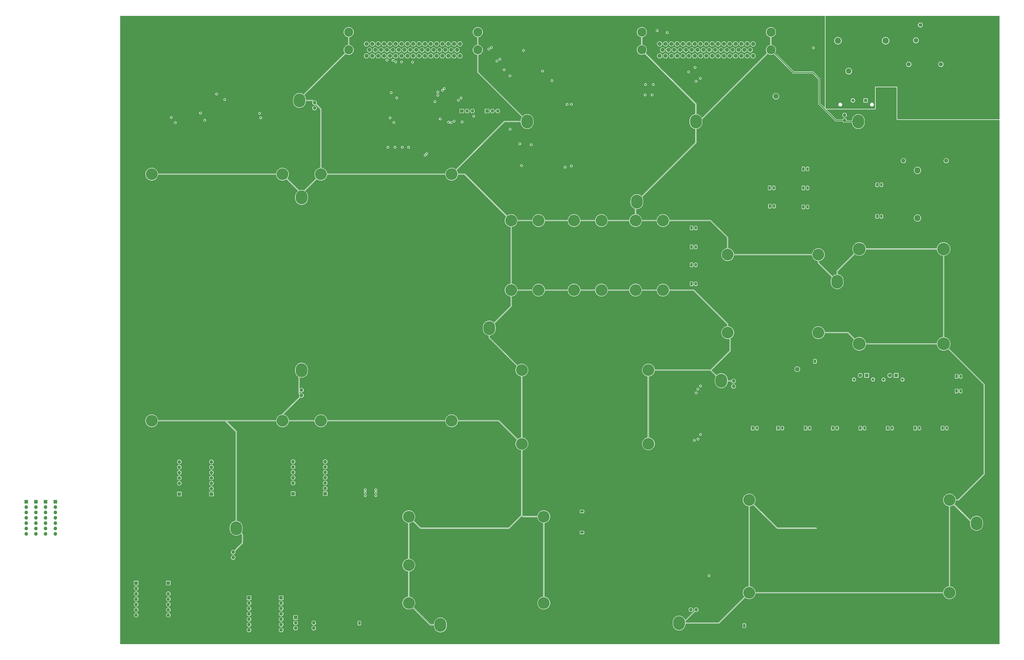
<source format=gbr>
%TF.GenerationSoftware,KiCad,Pcbnew,7.0.9*%
%TF.CreationDate,2024-10-01T20:54:17-06:00*%
%TF.ProjectId,motherboard_v1,6d6f7468-6572-4626-9f61-72645f76312e,rev?*%
%TF.SameCoordinates,Original*%
%TF.FileFunction,Copper,L5,Inr*%
%TF.FilePolarity,Positive*%
%FSLAX46Y46*%
G04 Gerber Fmt 4.6, Leading zero omitted, Abs format (unit mm)*
G04 Created by KiCad (PCBNEW 7.0.9) date 2024-10-01 20:54:17*
%MOMM*%
%LPD*%
G01*
G04 APERTURE LIST*
G04 Aperture macros list*
%AMRoundRect*
0 Rectangle with rounded corners*
0 $1 Rounding radius*
0 $2 $3 $4 $5 $6 $7 $8 $9 X,Y pos of 4 corners*
0 Add a 4 corners polygon primitive as box body*
4,1,4,$2,$3,$4,$5,$6,$7,$8,$9,$2,$3,0*
0 Add four circle primitives for the rounded corners*
1,1,$1+$1,$2,$3*
1,1,$1+$1,$4,$5*
1,1,$1+$1,$6,$7*
1,1,$1+$1,$8,$9*
0 Add four rect primitives between the rounded corners*
20,1,$1+$1,$2,$3,$4,$5,0*
20,1,$1+$1,$4,$5,$6,$7,0*
20,1,$1+$1,$6,$7,$8,$9,0*
20,1,$1+$1,$8,$9,$2,$3,0*%
G04 Aperture macros list end*
%TA.AperFunction,ComponentPad*%
%ADD10O,1.700000X1.700000*%
%TD*%
%TA.AperFunction,ComponentPad*%
%ADD11R,1.700000X1.700000*%
%TD*%
%TA.AperFunction,ComponentPad*%
%ADD12O,5.600000X6.600000*%
%TD*%
%TA.AperFunction,ComponentPad*%
%ADD13C,2.000000*%
%TD*%
%TA.AperFunction,ComponentPad*%
%ADD14O,1.750000X1.200000*%
%TD*%
%TA.AperFunction,ComponentPad*%
%ADD15RoundRect,0.250000X0.625000X-0.350000X0.625000X0.350000X-0.625000X0.350000X-0.625000X-0.350000X0*%
%TD*%
%TA.AperFunction,ComponentPad*%
%ADD16O,1.200000X1.750000*%
%TD*%
%TA.AperFunction,ComponentPad*%
%ADD17RoundRect,0.250000X-0.350000X-0.625000X0.350000X-0.625000X0.350000X0.625000X-0.350000X0.625000X0*%
%TD*%
%TA.AperFunction,ComponentPad*%
%ADD18C,1.520000*%
%TD*%
%TA.AperFunction,ComponentPad*%
%ADD19R,1.520000X1.520000*%
%TD*%
%TA.AperFunction,ComponentPad*%
%ADD20C,1.800000*%
%TD*%
%TA.AperFunction,ComponentPad*%
%ADD21R,1.800000X1.800000*%
%TD*%
%TA.AperFunction,ComponentPad*%
%ADD22C,1.350000*%
%TD*%
%TA.AperFunction,ComponentPad*%
%ADD23C,2.600000*%
%TD*%
%TA.AperFunction,ComponentPad*%
%ADD24C,4.318000*%
%TD*%
%TA.AperFunction,ComponentPad*%
%ADD25C,5.600000*%
%TD*%
%TA.AperFunction,ComponentPad*%
%ADD26C,3.000000*%
%TD*%
%TA.AperFunction,ComponentPad*%
%ADD27C,6.000000*%
%TD*%
%TA.AperFunction,ViaPad*%
%ADD28C,1.000000*%
%TD*%
%TA.AperFunction,ViaPad*%
%ADD29C,0.800000*%
%TD*%
%TA.AperFunction,ViaPad*%
%ADD30C,2.200000*%
%TD*%
%TA.AperFunction,Conductor*%
%ADD31C,0.250000*%
%TD*%
%TA.AperFunction,Conductor*%
%ADD32C,0.127000*%
%TD*%
%TA.AperFunction,Conductor*%
%ADD33C,0.500000*%
%TD*%
G04 APERTURE END LIST*
D10*
%TO.N,unconnected-(q8-Pin_7-Pad7)*%
%TO.C,q8*%
X-30735000Y-247635000D03*
%TO.N,unconnected-(q8-Pin_6-Pad6)*%
X-30735000Y-245095000D03*
%TO.N,unconnected-(q8-Pin_5-Pad5)*%
X-30735000Y-242555000D03*
%TO.N,unconnected-(q8-Pin_4-Pad4)*%
X-30735000Y-240015000D03*
%TO.N,unconnected-(q8-Pin_3-Pad3)*%
X-30735000Y-237475000D03*
%TO.N,unconnected-(q8-Pin_2-Pad2)*%
X-30735000Y-234935000D03*
D11*
%TO.N,unconnected-(q8-Pin_1-Pad1)*%
X-30735000Y-232395000D03*
%TD*%
D10*
%TO.N,unconnected-(q6-Pin_7-Pad7)*%
%TO.C,q6*%
X-35335000Y-247635000D03*
%TO.N,unconnected-(q6-Pin_6-Pad6)*%
X-35335000Y-245095000D03*
%TO.N,unconnected-(q6-Pin_5-Pad5)*%
X-35335000Y-242555000D03*
%TO.N,unconnected-(q6-Pin_4-Pad4)*%
X-35335000Y-240015000D03*
%TO.N,unconnected-(q6-Pin_3-Pad3)*%
X-35335000Y-237475000D03*
%TO.N,unconnected-(q6-Pin_2-Pad2)*%
X-35335000Y-234935000D03*
D11*
%TO.N,unconnected-(q6-Pin_1-Pad1)*%
X-35335000Y-232395000D03*
%TD*%
D10*
%TO.N,unconnected-(q7-Pin_7-Pad7)*%
%TO.C,q7*%
X-39935000Y-247635000D03*
%TO.N,unconnected-(q7-Pin_6-Pad6)*%
X-39935000Y-245095000D03*
%TO.N,unconnected-(q7-Pin_5-Pad5)*%
X-39935000Y-242555000D03*
%TO.N,unconnected-(q7-Pin_4-Pad4)*%
X-39935000Y-240015000D03*
%TO.N,unconnected-(q7-Pin_3-Pad3)*%
X-39935000Y-237475000D03*
%TO.N,unconnected-(q7-Pin_2-Pad2)*%
X-39935000Y-234935000D03*
D11*
%TO.N,unconnected-(q7-Pin_1-Pad1)*%
X-39935000Y-232395000D03*
%TD*%
D10*
%TO.N,unconnected-(q5-Pin_7-Pad7)*%
%TO.C,q5*%
X-44535000Y-247635000D03*
%TO.N,unconnected-(q5-Pin_6-Pad6)*%
X-44535000Y-245095000D03*
%TO.N,unconnected-(q5-Pin_5-Pad5)*%
X-44535000Y-242555000D03*
%TO.N,unconnected-(q5-Pin_4-Pad4)*%
X-44535000Y-240015000D03*
%TO.N,unconnected-(q5-Pin_3-Pad3)*%
X-44535000Y-237475000D03*
%TO.N,unconnected-(q5-Pin_2-Pad2)*%
X-44535000Y-234935000D03*
D11*
%TO.N,unconnected-(q5-Pin_1-Pad1)*%
X-44535000Y-232395000D03*
%TD*%
D12*
%TO.N,Earth_Protective*%
%TO.C,H9*%
X265050000Y-290000000D03*
%TD*%
D13*
%TO.N,Net-(D4-A1)*%
%TO.C,U1*%
X371420000Y-70560000D03*
%TO.N,GND*%
X381580000Y-70560000D03*
%TO.N,unconnected-(U1-TRIM-Pad4)*%
X391740000Y-70560000D03*
%TO.N,unconnected-(U1-CNT-Pad3)*%
X389200000Y-24840000D03*
%TO.N,GNDPWR*%
X379040000Y-24840000D03*
%TO.N,/24V to 5V Power/Vin*%
X373960000Y-24840000D03*
%TD*%
D14*
%TO.N,GND*%
%TO.C,UartMux1*%
X219000000Y-235000000D03*
D15*
%TO.N,+5V*%
X219000000Y-237000000D03*
%TD*%
D16*
%TO.N,2 - High Power (4) V-*%
%TO.C,J31-HighPower4*%
X310000000Y-83491726D03*
D17*
%TO.N,2 - High Power (4) V+*%
X308000000Y-83491726D03*
%TD*%
D18*
%TO.N,GNDPWR*%
%TO.C,J12*%
X344500003Y-42000000D03*
%TO.N,VS*%
X347500002Y-42000000D03*
%TO.N,GNDPWR*%
X350500001Y-42000000D03*
D19*
%TO.N,VS*%
X353500000Y-42000000D03*
%TD*%
D20*
%TO.N,+24V*%
%TO.C,J11*%
X351000000Y-172451726D03*
D21*
%TO.N,GNDPWR*%
X354000000Y-172451726D03*
D22*
%TO.N,*%
X357000000Y-174411726D03*
X348000000Y-174411726D03*
%TD*%
D16*
%TO.N,GND*%
%TO.C,J101*%
X115475000Y-290025000D03*
D17*
%TO.N,+5V*%
X113475000Y-290025000D03*
%TD*%
D23*
%TO.N,+5V*%
%TO.C,J1*%
X311000000Y-40000000D03*
%TD*%
D12*
%TO.N,Earth_Protective*%
%TO.C,H6*%
X273050000Y-52000000D03*
%TD*%
D10*
%TO.N,Net-(J16-Pin_3)*%
%TO.C,J16*%
X53625000Y-258877000D03*
%TO.N,Earth_Protective*%
X53625000Y-256337000D03*
D11*
%TO.N,GND*%
X53625000Y-253797000D03*
%TD*%
D24*
%TO.N,Earth_Protective*%
%TO.C,D-Sub(2)1*%
X308607000Y-18000000D03*
X308607000Y-9592600D03*
X247393000Y-18000000D03*
X247393000Y-9592600D03*
D13*
%TO.N,2 - Lock-in (9) I-*%
X255851200Y-15155200D03*
%TO.N,2 - Lock-in (9) I+*%
X258619800Y-15155200D03*
%TO.N,2 - Lock-in (9) V-*%
X261388400Y-15155200D03*
%TO.N,2 - Lock-in (9) V+*%
X264157000Y-15155200D03*
%TO.N,2 - Low Power (8) V-*%
X266925600Y-15155200D03*
%TO.N,2 - Low Power (8) V+*%
X269694200Y-15155200D03*
%TO.N,2 - Diode (12) I-*%
X272462800Y-15155200D03*
%TO.N,2 - Diode (12) I+*%
X275231400Y-15155200D03*
%TO.N,2 - High Power (5) V-*%
X278000000Y-15155200D03*
%TO.N,2 - High Power (5) V+*%
X280768600Y-15155200D03*
%TO.N,2 - Low Power (7) V-*%
X283537200Y-15155200D03*
%TO.N,2 - Low Power (7) V+*%
X286305800Y-15155200D03*
%TO.N,2 - Diode (11) I-*%
X289074400Y-15155200D03*
%TO.N,2 - Diode (11) I+*%
X291843000Y-15155200D03*
%TO.N,2 - Diode (10) I-*%
X294611600Y-15155200D03*
%TO.N,2 - Diode (10) I+*%
X297380200Y-15155200D03*
%TO.N,2 - Lock-in (8) I-*%
X300148800Y-15155200D03*
%TO.N,2 - Lock-in (8) I+*%
X257235500Y-18000000D03*
%TO.N,2 - Lock-in (8) V-*%
X260004100Y-18000000D03*
%TO.N,2 - Lock-in (8) V+*%
X262772700Y-18000000D03*
%TO.N,2 - High Power (4) V-*%
X265541300Y-18000000D03*
%TO.N,2 - High Power (4) V+*%
X268309900Y-18000000D03*
%TO.N,2 - Low Power (6) V-*%
X271078500Y-18000000D03*
%TO.N,2 - Low Power (6) V+*%
X273847100Y-18000000D03*
%TO.N,2 - Diode (9) I-*%
X276615700Y-18000000D03*
%TO.N,2 - Diode (9) I+*%
X279384300Y-18000000D03*
%TO.N,2 - Diode (8) I-*%
X282152900Y-18000000D03*
%TO.N,2 - Diode (8) I+*%
X284921500Y-18000000D03*
%TO.N,2 - Lock-in (7) I-*%
X287690100Y-18000000D03*
%TO.N,2 - Lock-in (7) I+*%
X290458700Y-18000000D03*
%TO.N,2 - Lock-in (7) V-*%
X293227300Y-18000000D03*
%TO.N,2 - Lock-in (7) V+*%
X295995900Y-18000000D03*
%TO.N,unconnected-(D-Sub(2)1-Pin_18-Pad18)*%
X298764500Y-18000000D03*
%TO.N,unconnected-(D-Sub(2)1-Pin_17-Pad17)*%
X255851200Y-20844800D03*
%TO.N,2 - Lock-in (6) I-*%
X258619800Y-20844800D03*
%TO.N,2 - Lock-in (6) I+*%
X261388400Y-20844800D03*
%TO.N,2 - Lock-in (6) V-*%
X264157000Y-20844800D03*
%TO.N,2 - Lock-in (6) V+*%
X266925600Y-20844800D03*
%TO.N,2 - High Power (3) V-*%
X269694200Y-20844800D03*
%TO.N,2 - High Power (3) V+*%
X272462800Y-20844800D03*
%TO.N,2 - Low Power (5) V-*%
X275231400Y-20844800D03*
%TO.N,2 - Low Power (5) V+*%
X278000000Y-20844800D03*
%TO.N,2 - Diode (7) I-*%
X280768600Y-20844800D03*
%TO.N,2 - Diode (7) I+*%
X283537200Y-20844800D03*
%TO.N,2 - Diode (6) I-*%
X286305800Y-20844800D03*
%TO.N,2 - Diode (6) I+*%
X289074400Y-20844800D03*
%TO.N,2 - Lock-in (5) I-*%
X291843000Y-20844800D03*
%TO.N,2 - Lock-in (5) I+*%
X294611600Y-20844800D03*
%TO.N,2 - Lock-in (5) V-*%
X297380200Y-20844800D03*
%TO.N,2 - Lock-in (5) V+*%
X300148800Y-20844800D03*
%TD*%
D16*
%TO.N,Low Power (1) V-*%
%TO.C,J4-LowPower1*%
X302000000Y-197491726D03*
D17*
%TO.N,Low Power (1) V+*%
X300000000Y-197491726D03*
%TD*%
D16*
%TO.N,GND*%
%TO.C,HPHpower1*%
X331490000Y-165796726D03*
D17*
%TO.N,Net-(HPHpower1-Pin_1)*%
X329490000Y-165796726D03*
%TD*%
D16*
%TO.N,Low Power (3) V-*%
%TO.C,J15-LowPower3*%
X327000000Y-197491726D03*
D17*
%TO.N,Low Power (3) V+*%
X325000000Y-197491726D03*
%TD*%
D10*
%TO.N,Low Power (4) V+*%
%TO.C,J99*%
X167080000Y-47000000D03*
%TO.N,Net-(D-Sub(1)1-Pin_45)*%
X164540000Y-47000000D03*
D11*
%TO.N,Diode (5) I+*%
X162000000Y-47000000D03*
%TD*%
D23*
%TO.N,VS*%
%TO.C,J3*%
X345490000Y-28070000D03*
%TD*%
D24*
%TO.N,Earth_Protective*%
%TO.C,D-Sub(1)1*%
X169607000Y-18000000D03*
X169607000Y-9592600D03*
X108393000Y-18000000D03*
X108393000Y-9592600D03*
D13*
%TO.N,3 K Warmup V-*%
X116851200Y-15155200D03*
%TO.N,3 K Warmup V+*%
X119619800Y-15155200D03*
%TO.N,50 K Warmup V-*%
X122388400Y-15155200D03*
%TO.N,50 K Warmup V+*%
X125157000Y-15155200D03*
%TO.N,Net-(D-Sub(1)1-Pin_46)*%
X127925600Y-15155200D03*
%TO.N,Net-(D-Sub(1)1-Pin_45)*%
X130694200Y-15155200D03*
%TO.N,Low Power (3) V-*%
X133462800Y-15155200D03*
%TO.N,Low Power (3) V+*%
X136231400Y-15155200D03*
%TO.N,Lock-in (4) I-*%
X139000000Y-15155200D03*
%TO.N,Lock-in (4) I+*%
X141768600Y-15155200D03*
%TO.N,Lock-in (4) V-*%
X144537200Y-15155200D03*
%TO.N,Lock-in (4) V+*%
X147305800Y-15155200D03*
%TO.N,Lock-in (3) I-*%
X150074400Y-15155200D03*
%TO.N,Lock-in (3) I+*%
X152843000Y-15155200D03*
%TO.N,Lock-in (3) V-*%
X155611600Y-15155200D03*
%TO.N,Lock-in (3) V+*%
X158380200Y-15155200D03*
%TO.N,3 K Diode I-*%
X161148800Y-15155200D03*
%TO.N,3 K Diode I+*%
X118235500Y-18000000D03*
%TO.N,3 K Diode V-*%
X121004100Y-18000000D03*
%TO.N,3 K Diode V+*%
X123772700Y-18000000D03*
%TO.N,High Power (2) V-*%
X126541300Y-18000000D03*
%TO.N,High Power (2) V+*%
X129309900Y-18000000D03*
%TO.N,Low Power (2) V-*%
X132078500Y-18000000D03*
%TO.N,Low Power (2) V+*%
X134847100Y-18000000D03*
%TO.N,Diode (4) I-*%
X137615700Y-18000000D03*
%TO.N,Diode (4) I+*%
X140384300Y-18000000D03*
%TO.N,Diode (3) I-*%
X143152900Y-18000000D03*
%TO.N,Diode (3) I+*%
X145921500Y-18000000D03*
%TO.N,Lock-in (2) I-*%
X148690100Y-18000000D03*
%TO.N,Lock-in (2) I+*%
X151458700Y-18000000D03*
%TO.N,Lock-in (2) V-*%
X154227300Y-18000000D03*
%TO.N,Lock-in (2) V+*%
X156995900Y-18000000D03*
%TO.N,unconnected-(D-Sub(1)1-Pin_18-Pad18)*%
X159764500Y-18000000D03*
%TO.N,unconnected-(D-Sub(1)1-Pin_17-Pad17)*%
X116851200Y-20844800D03*
%TO.N,50 K Diode I-*%
X119619800Y-20844800D03*
%TO.N,50 K Diode I+*%
X122388400Y-20844800D03*
%TO.N,50 K Diode V-*%
X125157000Y-20844800D03*
%TO.N,50 K Diode V+*%
X127925600Y-20844800D03*
%TO.N,High Power (1) V-*%
X130694200Y-20844800D03*
%TO.N,High Power (1) V+*%
X133462800Y-20844800D03*
%TO.N,Low Power (1) V-*%
X136231400Y-20844800D03*
%TO.N,Low Power (1) V+*%
X139000000Y-20844800D03*
%TO.N,Diode (2) I-*%
X141768600Y-20844800D03*
%TO.N,Diode (2) I+*%
X144537200Y-20844800D03*
%TO.N,Diode (1) I-*%
X147305800Y-20844800D03*
%TO.N,Diode (1) I+*%
X150074400Y-20844800D03*
%TO.N,Lock-in (1) I-*%
X152843000Y-20844800D03*
%TO.N,Lock-in (1) I+*%
X155611600Y-20844800D03*
%TO.N,Lock-in (1) V-*%
X158380200Y-20844800D03*
%TO.N,Lock-in (1) V+*%
X161148800Y-20844800D03*
%TD*%
D16*
%TO.N,GND1*%
%TO.C,WU_D_GND1*%
X398625000Y-172925000D03*
D17*
X396625000Y-172925000D03*
%TD*%
D20*
%TO.N,GNDPWR*%
%TO.C,RV1*%
X386990000Y-6203000D03*
%TO.N,+24V*%
X379490000Y-6203000D03*
%TD*%
D10*
%TO.N,Net-(J8-Pin_3)*%
%TO.C,J8*%
X343539000Y-48935000D03*
%TO.N,Earth_Protective*%
X343539000Y-51475000D03*
D11*
%TO.N,GND*%
X343539000Y-54015000D03*
%TD*%
D12*
%TO.N,Earth_Protective*%
%TO.C,H14*%
X55050000Y-245000000D03*
%TD*%
D16*
%TO.N,2 - Low Power (6) V-*%
%TO.C,J30-LowPower6*%
X366000000Y-197491726D03*
D17*
%TO.N,2 - Low Power (6) V+*%
X364000000Y-197491726D03*
%TD*%
D12*
%TO.N,Earth_Protective*%
%TO.C,H11*%
X350050000Y-52000000D03*
%TD*%
D16*
%TO.N,2 - Low Power (7) V-*%
%TO.C,J35-LowPower7*%
X379000000Y-197491726D03*
D17*
%TO.N,2 - Low Power (7) V+*%
X377000000Y-197491726D03*
%TD*%
D25*
%TO.N,Earth_Protective*%
%TO.C,H16*%
X393300000Y-275591726D03*
X393300000Y-231591726D03*
X298300000Y-275591726D03*
X298300000Y-231591726D03*
%TD*%
%TO.N,Earth_Protective*%
%TO.C,L1*%
X77000000Y-77000000D03*
X15000000Y-77000000D03*
X77000000Y-194000000D03*
X15000000Y-194000000D03*
%TD*%
D16*
%TO.N,Net-(C1-HP1-1-Pin_2)*%
%TO.C,C1-HP1-1*%
X273000000Y-102491726D03*
D17*
%TO.N,Net-(C1-HP1-1-Pin_1)*%
X271000000Y-102491726D03*
%TD*%
D10*
%TO.N,Net-(J10-Pin_3)*%
%TO.C,J10*%
X270641000Y-283645000D03*
%TO.N,Earth_Protective*%
X273181000Y-283645000D03*
D11*
%TO.N,GND*%
X275721000Y-283645000D03*
%TD*%
D20*
%TO.N,+24V*%
%TO.C,J13*%
X365000000Y-172491726D03*
D21*
%TO.N,GNDPWR*%
X368000000Y-172491726D03*
D22*
%TO.N,*%
X371000000Y-174451726D03*
X362000000Y-174451726D03*
%TD*%
D16*
%TO.N,Low Power (2) V-*%
%TO.C,J10-LowPower2*%
X314000000Y-197491726D03*
D17*
%TO.N,Low Power (2) V+*%
X312000000Y-197491726D03*
%TD*%
D12*
%TO.N,Earth_Protective*%
%TO.C,H12*%
X193050000Y-52000000D03*
%TD*%
D25*
%TO.N,Earth_Protective*%
%TO.C,D2*%
X228266548Y-98991726D03*
X215266548Y-98991726D03*
X228266548Y-131991726D03*
X215266548Y-131991726D03*
%TD*%
%TO.N,Earth_Protective*%
%TO.C,D1*%
X198433274Y-98991726D03*
X185433274Y-98991726D03*
X198433274Y-131991726D03*
X185433274Y-131991726D03*
%TD*%
D12*
%TO.N,Earth_Protective*%
%TO.C,H13*%
X85050000Y-42000000D03*
%TD*%
D16*
%TO.N,3 K Warmup V-*%
%TO.C,J20-3K-Warmup1*%
X361000000Y-81990000D03*
D17*
%TO.N,3 K Warmup V+*%
X359000000Y-81990000D03*
%TD*%
D26*
%TO.N,+5V*%
%TO.C,F1*%
X378100000Y-97800000D03*
%TO.N,Net-(D4-A1)*%
X378100000Y-75200000D03*
%TD*%
D12*
%TO.N,Earth_Protective*%
%TO.C,H8*%
X340050000Y-128000000D03*
%TD*%
D10*
%TO.N,unconnected-(J17-Pin_3-Pad3)*%
%TO.C,J17*%
X91825000Y-292405000D03*
%TO.N,GND1*%
X91825000Y-289865000D03*
D11*
%TO.N,GND*%
X91825000Y-287325000D03*
%TD*%
D16*
%TO.N,Low Power (4) V-*%
%TO.C,J17-LowPower4*%
X340000000Y-197491726D03*
D17*
%TO.N,Low Power (4) V+*%
X338000000Y-197491726D03*
%TD*%
D25*
%TO.N,Earth_Protective*%
%TO.C,L2*%
X157200000Y-77000000D03*
X95200000Y-77000000D03*
X157200000Y-194000000D03*
X95200000Y-194000000D03*
%TD*%
D10*
%TO.N,/Switch 2*%
%TO.C,q4*%
X76350000Y-293240000D03*
%TO.N,unconnected-(q4-GPIO6-Pad13)*%
X76350000Y-290700000D03*
%TO.N,unconnected-(q4-GPIO4-Pad12)*%
X76350000Y-288160000D03*
%TO.N,unconnected-(q4-GPIO3-Pad11)*%
X76350000Y-285620000D03*
%TO.N,unconnected-(q4-3.3V-Pad10)*%
X76350000Y-283080000D03*
%TO.N,GND1*%
X76350000Y-280540000D03*
D11*
%TO.N,Net-(D5-A)*%
X76350000Y-278000000D03*
D10*
%TO.N,/PWM 2*%
X61110000Y-293240000D03*
%TO.N,/CTRL 2*%
X61110000Y-290700000D03*
%TO.N,/Switch 1*%
X61110000Y-288160000D03*
%TO.N,/ISMON 2*%
X61110000Y-285620000D03*
%TO.N,/PWM 1*%
X61110000Y-283080000D03*
%TO.N,/CTRL 1*%
X61110000Y-280540000D03*
D11*
%TO.N,/ISMON 1*%
X61110000Y-278000000D03*
%TD*%
D16*
%TO.N,High Power (1) V-*%
%TO.C,J5-HighPower1*%
X326000000Y-92491726D03*
D17*
%TO.N,High Power (1) V+*%
X324000000Y-92491726D03*
%TD*%
D16*
%TO.N,GND1*%
%TO.C,WU_D_GND2*%
X398625000Y-179875000D03*
D17*
X396625000Y-179875000D03*
%TD*%
D16*
%TO.N,Net-(C4-HP4-1-Pin_2)*%
%TO.C,C4-HP4-1*%
X273000000Y-129000000D03*
D17*
%TO.N,Net-(C4-HP4-1-Pin_1)*%
X271000000Y-129000000D03*
%TD*%
D16*
%TO.N,50 K Warmup V-*%
%TO.C,J19-50K-Warmup1*%
X361000000Y-96990000D03*
D17*
%TO.N,50 K Warmup V+*%
X359000000Y-96990000D03*
%TD*%
D25*
%TO.N,Earth_Protective*%
%TO.C,M2*%
X136900000Y-239500000D03*
X136900000Y-262500000D03*
X136900000Y-280500000D03*
X200900000Y-239500000D03*
X200900000Y-280500000D03*
%TD*%
D27*
%TO.N,Earth_Protective*%
%TO.C,W1*%
X350500000Y-112491726D03*
X350500000Y-157491726D03*
X390500000Y-112491726D03*
X390500000Y-157491726D03*
%TD*%
D12*
%TO.N,Earth_Protective*%
%TO.C,H5*%
X86050000Y-170000000D03*
%TD*%
D10*
%TO.N,unconnected-(q1-GPIO5-Pad14)*%
%TO.C,q1*%
X28070000Y-213510000D03*
%TO.N,unconnected-(q1-GPIO6-Pad13)*%
X28070000Y-216050000D03*
%TO.N,unconnected-(q1-GPIO4-Pad12)*%
X28070000Y-218590000D03*
%TO.N,unconnected-(q1-GPIO3-Pad11)*%
X28070000Y-221130000D03*
%TO.N,/Q1_3.3V*%
X28070000Y-223670000D03*
%TO.N,GND*%
X28070000Y-226210000D03*
D11*
%TO.N,unconnected-(q1-5V-Pad8)*%
X28070000Y-228750000D03*
D10*
%TO.N,unconnected-(q1-GPIO20-Pad7)*%
X43310000Y-213510000D03*
%TO.N,unconnected-(q1-GPIO25-Pad6)*%
X43310000Y-216050000D03*
%TO.N,unconnected-(q1-GPIO24-Pad5)*%
X43310000Y-218590000D03*
%TO.N,unconnected-(q1-GPIO26-Pad4)*%
X43310000Y-221130000D03*
%TO.N,unconnected-(q1-GPIO27-Pad3)*%
X43310000Y-223670000D03*
%TO.N,unconnected-(q1-GPIO28-Pad2)*%
X43310000Y-226210000D03*
D11*
%TO.N,unconnected-(q1-GPIO29-Pad1)*%
X43310000Y-228750000D03*
%TD*%
D14*
%TO.N,GND*%
%TO.C,UartMux2*%
X219000000Y-245000000D03*
D15*
%TO.N,+5V*%
X219000000Y-247000000D03*
%TD*%
D10*
%TO.N,Low Power (4) V-*%
%TO.C,J98*%
X179080000Y-47000000D03*
%TO.N,Net-(D-Sub(1)1-Pin_46)*%
X176540000Y-47000000D03*
D11*
%TO.N,Diode (5) I-*%
X174000000Y-47000000D03*
%TD*%
D10*
%TO.N,unconnected-(q2-GPIO5-Pad14)*%
%TO.C,q2*%
X82010000Y-213360000D03*
%TO.N,Net-(q2-GPIO6)*%
X82010000Y-215900000D03*
%TO.N,Net-(C4-HP4-1-Pin_1)*%
X82010000Y-218440000D03*
%TO.N,Net-(C4-HP4-1-Pin_2)*%
X82010000Y-220980000D03*
%TO.N,/Q2_3.3V*%
X82010000Y-223520000D03*
%TO.N,GND*%
X82010000Y-226060000D03*
D11*
%TO.N,unconnected-(q2-5V-Pad8)*%
X82010000Y-228600000D03*
D10*
%TO.N,unconnected-(q2-GPIO20-Pad7)*%
X97250000Y-213360000D03*
%TO.N,Net-(C3-HP3-1-Pin_2)*%
X97250000Y-215900000D03*
%TO.N,Net-(C3-HP3-1-Pin_1)*%
X97250000Y-218440000D03*
%TO.N,Net-(C2-HP2-1-Pin_2)*%
X97250000Y-220980000D03*
%TO.N,Net-(C2-HP2-1-Pin_1)*%
X97250000Y-223520000D03*
%TO.N,Net-(C1-HP1-1-Pin_2)*%
X97250000Y-226060000D03*
D11*
%TO.N,Net-(C1-HP1-1-Pin_1)*%
X97250000Y-228600000D03*
%TD*%
D16*
%TO.N,Net-(C3-HP3-1-Pin_2)*%
%TO.C,C3-HP3-1*%
X273000000Y-120000000D03*
D17*
%TO.N,Net-(C3-HP3-1-Pin_1)*%
X271000000Y-120000000D03*
%TD*%
D25*
%TO.N,Earth_Protective*%
%TO.C,M1*%
X250500000Y-204950000D03*
X250500000Y-169950000D03*
X190500000Y-204950000D03*
X190500000Y-169950000D03*
%TD*%
D16*
%TO.N,High Power (2) V-*%
%TO.C,J11-HighPower2*%
X326000000Y-83491726D03*
D17*
%TO.N,High Power (2) V+*%
X324000000Y-83491726D03*
%TD*%
D10*
%TO.N,Net-(J9-Pin_3)*%
%TO.C,J9*%
X86003000Y-179455000D03*
%TO.N,Earth_Protective*%
X86003000Y-181995000D03*
D11*
%TO.N,GND*%
X86003000Y-184535000D03*
%TD*%
D12*
%TO.N,Earth_Protective*%
%TO.C,H7*%
X86050000Y-88000000D03*
%TD*%
%TO.N,Earth_Protective*%
%TO.C,H1*%
X245050000Y-90000000D03*
%TD*%
%TO.N,Earth_Protective*%
%TO.C,H2*%
X406150000Y-242650000D03*
%TD*%
%TO.N,Earth_Protective*%
%TO.C,H3*%
X175050000Y-150000000D03*
%TD*%
D23*
%TO.N,GND*%
%TO.C,J2*%
X325800000Y-40000000D03*
%TD*%
D10*
%TO.N,Net-(J15-Pin_3)*%
%TO.C,J15*%
X290913000Y-177669000D03*
%TO.N,Earth_Protective*%
X290913000Y-175129000D03*
D11*
%TO.N,GND*%
X290913000Y-172589000D03*
%TD*%
D10*
%TO.N,Net-(J14-Pin_3)*%
%TO.C,J14*%
X92207000Y-45589000D03*
%TO.N,Earth_Protective*%
X92207000Y-43049000D03*
D11*
%TO.N,GND*%
X92207000Y-40509000D03*
%TD*%
D16*
%TO.N,2 - High Power (5) V-*%
%TO.C,J36-HighPower5*%
X310100000Y-92166726D03*
D17*
%TO.N,2 - High Power (5) V+*%
X308100000Y-92166726D03*
%TD*%
D26*
%TO.N,+24V*%
%TO.C,F2*%
X363000000Y-13647500D03*
%TO.N,VS*%
X340400000Y-13647500D03*
%TD*%
D23*
%TO.N,GNDPWR*%
%TO.C,J4*%
X353630000Y-21900000D03*
%TD*%
D12*
%TO.N,Earth_Protective*%
%TO.C,H10*%
X151880000Y-290870000D03*
%TD*%
D16*
%TO.N,GND*%
%TO.C,J100*%
X297975000Y-291225000D03*
D17*
%TO.N,+5V*%
X295975000Y-291225000D03*
%TD*%
D25*
%TO.N,Earth_Protective*%
%TO.C,H15*%
X331100000Y-152166726D03*
X331100000Y-115166726D03*
X288100000Y-152166726D03*
X288100000Y-115166726D03*
%TD*%
D16*
%TO.N,2 - Low Power (8) V-*%
%TO.C,J38-LowPower8*%
X392000000Y-197491726D03*
D17*
%TO.N,2 - Low Power (8) V+*%
X390000000Y-197491726D03*
%TD*%
D16*
%TO.N,Net-(C2-HP2-1-Pin_2)*%
%TO.C,C2-HP2-1*%
X273000000Y-111491726D03*
D17*
%TO.N,Net-(C2-HP2-1-Pin_1)*%
X271000000Y-111491726D03*
%TD*%
D16*
%TO.N,2 - High Power (3) V-*%
%TO.C,J25-HighPower3*%
X326000000Y-74491726D03*
D17*
%TO.N,2 - High Power (3) V+*%
X324000000Y-74491726D03*
%TD*%
D10*
%TO.N,unconnected-(J7-Pin_3-Pad3)*%
%TO.C,J7*%
X83235000Y-292385000D03*
%TO.N,Net-(D5-K)*%
X83235000Y-289845000D03*
D11*
%TO.N,+5V*%
X83235000Y-287305000D03*
%TD*%
D16*
%TO.N,2 - Low Power (5) V-*%
%TO.C,J24-LowPower5*%
X353000000Y-197491726D03*
D17*
%TO.N,2 - Low Power (5) V+*%
X351000000Y-197491726D03*
%TD*%
D25*
%TO.N,Earth_Protective*%
%TO.C,D3*%
X257433274Y-98991726D03*
X244433274Y-98991726D03*
X257433274Y-131991726D03*
X244433274Y-131991726D03*
%TD*%
D10*
%TO.N,unconnected-(q3-GPIO5-Pad14)*%
%TO.C,q3*%
X22850000Y-286240000D03*
%TO.N,unconnected-(q3-GPIO6-Pad13)*%
X22850000Y-283700000D03*
%TO.N,unconnected-(q3-GPIO4-Pad12)*%
X22850000Y-281160000D03*
%TO.N,unconnected-(q3-GPIO3-Pad11)*%
X22850000Y-278620000D03*
%TO.N,/Q3_3.3V*%
X22850000Y-276080000D03*
%TO.N,GND*%
X22850000Y-273540000D03*
D11*
%TO.N,unconnected-(q3-5V-Pad8)*%
X22850000Y-271000000D03*
D10*
%TO.N,unconnected-(q3-GPIO20-Pad7)*%
X7610000Y-286240000D03*
%TO.N,unconnected-(q3-GPIO25-Pad6)*%
X7610000Y-283700000D03*
%TO.N,unconnected-(q3-GPIO24-Pad5)*%
X7610000Y-281160000D03*
%TO.N,unconnected-(q3-GPIO26-Pad4)*%
X7610000Y-278620000D03*
%TO.N,unconnected-(q3-GPIO27-Pad3)*%
X7610000Y-276080000D03*
%TO.N,/Q3_Tx0*%
X7610000Y-273540000D03*
D11*
%TO.N,/Q3_Rx0*%
X7610000Y-271000000D03*
%TD*%
D12*
%TO.N,Earth_Protective*%
%TO.C,H4*%
X285050000Y-175000000D03*
%TD*%
D28*
%TO.N,GND*%
X298125000Y-31800000D03*
D29*
X175000000Y-29750000D03*
X280500000Y-69500000D03*
X132500000Y-4500000D03*
D28*
X22560000Y-48830000D03*
D29*
X347500000Y-95250000D03*
X309750000Y-98750000D03*
X320000000Y-98750000D03*
X255750000Y-58500000D03*
X150000000Y-4500000D03*
X135750000Y-7750000D03*
X223000000Y-38250000D03*
X258500000Y-73500000D03*
D28*
X41690000Y-49390000D03*
X249936000Y-69850000D03*
X124714000Y-49276000D03*
D29*
X171000000Y-21250000D03*
X244000000Y-47000000D03*
X303750000Y-103000000D03*
X45000000Y-42250000D03*
X121500000Y-51750000D03*
X222250000Y-23750000D03*
X299500000Y-98750000D03*
X314500000Y-102500000D03*
X122000000Y-4750000D03*
X254250000Y-64000000D03*
X263500000Y-66250000D03*
X211750000Y-40500000D03*
D28*
X196450000Y-27875000D03*
D29*
X224500000Y-27750000D03*
X194500000Y-40750000D03*
X241500000Y-51000000D03*
X355000000Y-97000000D03*
X236750000Y-51500000D03*
X31500000Y-43750000D03*
X244000000Y-59250000D03*
X239750000Y-60000000D03*
D28*
X223520000Y-54356000D03*
D29*
X105000000Y-193250000D03*
X233750000Y-10500000D03*
D28*
X210050000Y-103320000D03*
D29*
X343750000Y-99000000D03*
X168000000Y-35000000D03*
X121000000Y-10750000D03*
X265250000Y-60250000D03*
X188000000Y-33000000D03*
X143500000Y-8000000D03*
X179000000Y-5500000D03*
X158000000Y-25750000D03*
D28*
X230886000Y-78486000D03*
D29*
X304500000Y-74250000D03*
X256000000Y-76250000D03*
X124250000Y-8000000D03*
X210500000Y-37500000D03*
X142750000Y-4500000D03*
X225500000Y-35000000D03*
X192250000Y-9750000D03*
X196000000Y-23500000D03*
X291000000Y-85500000D03*
X202750000Y-23750000D03*
X67750000Y-39250000D03*
X158500000Y-7750000D03*
X338500000Y-69750000D03*
X130250000Y-7750000D03*
D28*
X188976000Y-75184000D03*
D29*
X220750000Y-41000000D03*
X172000000Y-4750000D03*
X255750000Y-51750000D03*
X271250000Y-73750000D03*
X298000000Y-92250000D03*
X304750000Y-69250000D03*
X352250000Y-78250000D03*
X139750000Y-11250000D03*
X63000000Y-267750000D03*
X212750000Y-34000000D03*
X346750000Y-72500000D03*
X113750000Y-10500000D03*
X211750000Y-24000000D03*
X273000000Y-79500000D03*
X351750000Y-102500000D03*
X137250000Y-4750000D03*
X335500000Y-99000000D03*
X114250000Y-16500000D03*
X181000000Y-9500000D03*
X272250000Y-67250000D03*
X206500000Y-262000000D03*
X267750000Y-86500000D03*
D28*
X55980000Y-49280000D03*
D29*
X281000000Y-29000000D03*
X230500000Y-33750000D03*
X173000000Y-12750000D03*
X157000000Y-4750000D03*
X186000000Y-37500000D03*
X126750000Y-4750000D03*
X199750000Y-34000000D03*
X188750000Y-17000000D03*
X156000000Y-43750000D03*
X358750000Y-74250000D03*
X179500000Y-13000000D03*
X118500000Y-8000000D03*
X266250000Y-81250000D03*
X291500000Y-69750000D03*
X292000000Y-92250000D03*
X237750000Y-33500000D03*
X76000000Y-211000000D03*
X231750000Y-41250000D03*
X150500000Y-7750000D03*
X277000000Y-86750000D03*
X286750000Y-86500000D03*
X304250000Y-93000000D03*
X354750000Y-91750000D03*
D28*
X68270000Y-49610000D03*
D29*
X286000000Y-74250000D03*
X287250000Y-79750000D03*
X184500000Y-40750000D03*
X340500000Y-102750000D03*
X360750000Y-92500000D03*
X117500000Y-2750000D03*
X127250000Y-11250000D03*
X175750000Y-7750000D03*
X352000000Y-74250000D03*
X177000000Y-3250000D03*
X230500000Y-26000000D03*
D28*
X211260000Y-112410000D03*
D29*
X338000000Y-95250000D03*
X332500000Y-74250000D03*
X114500000Y-5500000D03*
X242750000Y-16000000D03*
X166000000Y-8250000D03*
X165250000Y-4750000D03*
X327750000Y-102750000D03*
X63250000Y-272500000D03*
X237500000Y-40500000D03*
X245750000Y-41750000D03*
X343500000Y-76000000D03*
X244250000Y-65000000D03*
X57250000Y-40500000D03*
X384500000Y-175750000D03*
X321750000Y-69500000D03*
X103750000Y-204000000D03*
X264250000Y-74000000D03*
X330500000Y-95000000D03*
X261000000Y-81000000D03*
D28*
X160320000Y-26560000D03*
D29*
X295000000Y-84000000D03*
X124250000Y-12250000D03*
X208000000Y-27750000D03*
X303750000Y-98000000D03*
X118250000Y-12000000D03*
X358750000Y-101500000D03*
X189500000Y-23250000D03*
X135750000Y-36500000D03*
X352750000Y-98750000D03*
D30*
%TO.N,+5V*%
X321100000Y-169500000D03*
D29*
X328750000Y-17000000D03*
X279250000Y-267500000D03*
%TO.N,Lock-in (1) V-*%
X24256000Y-50050000D03*
X26196799Y-52553201D03*
%TO.N,Diode (1) I+*%
X214000000Y-73100000D03*
%TO.N,Diode (1) I-*%
X211000000Y-73650000D03*
%TO.N,Low Power (1) V+*%
X145382429Y-67269887D03*
X138700000Y-23800000D03*
%TO.N,Low Power (1) V-*%
X144650000Y-67950000D03*
%TO.N,High Power (1) V+*%
X136800000Y-64233000D03*
X133450000Y-23698000D03*
%TO.N,High Power (1) V-*%
X133850000Y-64233000D03*
X130750000Y-23698000D03*
%TO.N,50 K Diode I+*%
X189550000Y-62598000D03*
X194950000Y-63000000D03*
%TO.N,Lock-in (2) V-*%
X38100000Y-48000000D03*
X40150000Y-51450000D03*
%TO.N,Diode (4) I+*%
X214000000Y-43800000D03*
%TO.N,Diode (4) I-*%
X212000000Y-43850000D03*
%TO.N,High Power (2) V+*%
X130350000Y-64233000D03*
X129450000Y-23000000D03*
%TO.N,High Power (2) V-*%
X127000000Y-64233000D03*
X126550000Y-22850000D03*
%TO.N,3 K Diode I-*%
X184900000Y-55660000D03*
X190350000Y-72900000D03*
X182150000Y-27437000D03*
%TO.N,2 - High Power (3) V+*%
X272631188Y-26331188D03*
X275100000Y-31500000D03*
%TO.N,2 - High Power (3) V-*%
X273118604Y-32868604D03*
X269600000Y-28450000D03*
%TO.N,2 - Lock-in (5) V+*%
X156907878Y-52525000D03*
%TO.N,2 - Lock-in (5) V-*%
X158350000Y-51850000D03*
%TO.N,2 - Lock-in (5) I+*%
X155749429Y-52299429D03*
%TO.N,2 - Lock-in (5) I-*%
X167700000Y-49444000D03*
%TO.N,2 - Lock-in (6) V+*%
X151800000Y-50756000D03*
X160417999Y-41900000D03*
%TO.N,2 - Lock-in (6) I+*%
X128000000Y-50248000D03*
X129850000Y-52444000D03*
%TO.N,2 - Lock-in (7) V+*%
X150700000Y-38034500D03*
%TO.N,2 - Lock-in (7) V-*%
X152900000Y-37190000D03*
X204750000Y-32550000D03*
X200300000Y-28048000D03*
%TO.N,2 - Lock-in (7) I+*%
X184850000Y-30300000D03*
X191318853Y-18268853D03*
X150650000Y-39550000D03*
%TO.N,2 - Lock-in (7) I-*%
X153750000Y-36346000D03*
%TO.N,Lock-in (3) I-*%
X49600000Y-41600000D03*
X45750000Y-38948000D03*
%TO.N,Lock-in (4) V-*%
X66700000Y-50250000D03*
X66150000Y-48100000D03*
%TO.N,Net-(D-Sub(1)1-Pin_45)*%
X174850000Y-17600000D03*
X178659592Y-23309592D03*
%TO.N,Net-(D-Sub(1)1-Pin_46)*%
X176054868Y-16854868D03*
X180100000Y-22400000D03*
D30*
%TO.N,GNDPWR*%
X401250000Y-6500000D03*
X350000000Y-35000000D03*
X408750000Y-20000000D03*
X408750000Y-40500000D03*
D29*
%TO.N,/Q1_3.3V*%
X121250000Y-226750000D03*
X116250000Y-226750000D03*
%TO.N,/Q1_SDA 1*%
X116250000Y-228000000D03*
X121250000Y-228000000D03*
%TO.N,/HP_q2_SDA 1*%
X275250000Y-200500000D03*
X275250000Y-177500000D03*
%TO.N,/HP_q2_SCL 1*%
X272311500Y-203250000D03*
X273156000Y-180750000D03*
%TO.N,/Q1_SCL 1*%
X121250000Y-229500000D03*
X116250000Y-229500000D03*
D30*
%TO.N,+24V*%
X377360000Y-13490000D03*
D29*
%TO.N,/Q2_3.3V*%
X274000000Y-202750000D03*
X274000000Y-179000000D03*
%TO.N,2 - Lock-in (8) I-*%
X161650000Y-40850000D03*
X162150000Y-52200000D03*
X149300000Y-42550000D03*
%TO.N,2 - Diode (12) I+*%
X252800000Y-34437000D03*
X252300000Y-39360000D03*
%TO.N,2 - Diode (12) I-*%
X249000000Y-39360000D03*
X249150000Y-34437000D03*
%TO.N,2 - Lock-in (9) V+*%
X254664824Y-8845262D03*
X259421799Y-9778201D03*
X128550000Y-38300000D03*
X131200000Y-40794000D03*
%TD*%
D31*
%TO.N,Earth_Protective*%
X250500000Y-204950000D02*
X250500000Y-169950000D01*
D32*
X91158000Y-42000000D02*
X92207000Y-43049000D01*
X331100000Y-119050000D02*
X340050000Y-128000000D01*
X244433274Y-90616726D02*
X245050000Y-90000000D01*
X404358274Y-242650000D02*
X406150000Y-242650000D01*
X274607000Y-52000000D02*
X273050000Y-52000000D01*
X55050000Y-245000000D02*
X55050000Y-199050000D01*
X390500000Y-157491726D02*
X350500000Y-157491726D01*
X250500000Y-169950000D02*
X280000000Y-169950000D01*
X409750000Y-176741726D02*
X409750000Y-219250000D01*
X185433274Y-131991726D02*
X185433274Y-139616726D01*
X193050000Y-52000000D02*
X182200000Y-52000000D01*
X179550000Y-194000000D02*
X190500000Y-204950000D01*
X136900000Y-239500000D02*
X136900000Y-280500000D01*
X86050000Y-170000000D02*
X84889500Y-171160500D01*
X182200000Y-52000000D02*
X157200000Y-77000000D01*
X86050000Y-88000000D02*
X86050000Y-86150000D01*
X175050000Y-154500000D02*
X190500000Y-169950000D01*
D33*
X319378500Y-28771500D02*
X308607000Y-18000000D01*
D32*
X190500000Y-238860000D02*
X190500000Y-238900000D01*
D33*
X350050000Y-52000000D02*
X344064000Y-52000000D01*
X331500000Y-31700000D02*
X328571500Y-28771500D01*
D32*
X285179000Y-175129000D02*
X285050000Y-175000000D01*
X58025000Y-251937000D02*
X53625000Y-256337000D01*
X290913000Y-175129000D02*
X285179000Y-175129000D01*
X77000000Y-77000000D02*
X86050000Y-86050000D01*
X266826000Y-290000000D02*
X265050000Y-290000000D01*
X86050000Y-86150000D02*
X95200000Y-77000000D01*
X298300000Y-275591726D02*
X283891726Y-290000000D01*
X191140000Y-239500000D02*
X190500000Y-238860000D01*
X340050000Y-128000000D02*
X340050000Y-122941726D01*
X247393000Y-18000000D02*
X273050000Y-43657000D01*
X185433274Y-139616726D02*
X175050000Y-150000000D01*
X142400000Y-245000000D02*
X136900000Y-239500000D01*
X257433274Y-131991726D02*
X185433274Y-131991726D01*
X409750000Y-219250000D02*
X397408274Y-231591726D01*
D33*
X328571500Y-28771500D02*
X319378500Y-28771500D01*
D32*
X58025000Y-247975000D02*
X58025000Y-251937000D01*
X390500000Y-157491726D02*
X409750000Y-176741726D01*
X163441548Y-77000000D02*
X185433274Y-98991726D01*
X50000000Y-194000000D02*
X48000000Y-194000000D01*
X350500000Y-112491726D02*
X390500000Y-112491726D01*
X86003000Y-181995000D02*
X77000000Y-190998000D01*
X393300000Y-231591726D02*
X393300000Y-275591726D01*
X273050000Y-62000000D02*
X245050000Y-90000000D01*
X283891726Y-290000000D02*
X265050000Y-290000000D01*
X331100000Y-115166726D02*
X331100000Y-119050000D01*
X95200000Y-77000000D02*
X157200000Y-77000000D01*
D33*
X343539000Y-51475000D02*
X339475000Y-51475000D01*
D31*
X147270000Y-290870000D02*
X136900000Y-280500000D01*
D32*
X340050000Y-122941726D02*
X350500000Y-112491726D01*
D33*
X331500000Y-43500000D02*
X331500000Y-31700000D01*
D32*
X308607000Y-18000000D02*
X274607000Y-52000000D01*
X92207000Y-43049000D02*
X95200000Y-46042000D01*
X185433274Y-98991726D02*
X185433274Y-131991726D01*
X350500000Y-157491726D02*
X345175000Y-152166726D01*
X345175000Y-152166726D02*
X331100000Y-152166726D01*
X298300000Y-231591726D02*
X298300000Y-275591726D01*
X85050000Y-41343000D02*
X85050000Y-42000000D01*
X169607000Y-28557000D02*
X193050000Y-52000000D01*
X288100000Y-148100000D02*
X288100000Y-153816726D01*
X311708274Y-245000000D02*
X298300000Y-231591726D01*
X257433274Y-98991726D02*
X279991726Y-98991726D01*
X184400000Y-245000000D02*
X175050000Y-245000000D01*
X157200000Y-77000000D02*
X163441548Y-77000000D01*
X77000000Y-190998000D02*
X77000000Y-194000000D01*
X55050000Y-199050000D02*
X50000000Y-194000000D01*
X247393000Y-9592600D02*
X247393000Y-18000000D01*
X175050000Y-245000000D02*
X142400000Y-245000000D01*
X390500000Y-112491726D02*
X390500000Y-157491726D01*
D33*
X344064000Y-52000000D02*
X343539000Y-51475000D01*
D32*
X288100000Y-115166726D02*
X331100000Y-115166726D01*
X244433274Y-98991726D02*
X244433274Y-90616726D01*
X280000000Y-169950000D02*
X280025000Y-169975000D01*
X273050000Y-52000000D02*
X273050000Y-62000000D01*
X257433274Y-131991726D02*
X271991726Y-131991726D01*
X77000000Y-77000000D02*
X15000000Y-77000000D01*
X308607000Y-9592600D02*
X308607000Y-18000000D01*
X95200000Y-46042000D02*
X95200000Y-77000000D01*
X397408274Y-231591726D02*
X393300000Y-231591726D01*
X273050000Y-43657000D02*
X273050000Y-52000000D01*
X86050000Y-86050000D02*
X86050000Y-88000000D01*
X169607000Y-18000000D02*
X169607000Y-28557000D01*
X185433274Y-98991726D02*
X257433274Y-98991726D01*
X108393000Y-18000000D02*
X85050000Y-41343000D01*
X175050000Y-150000000D02*
X175050000Y-154500000D01*
X288100000Y-107100000D02*
X288100000Y-115166726D01*
D33*
X339475000Y-51475000D02*
X331500000Y-43500000D01*
D32*
X84889500Y-171160500D02*
X84889500Y-180881500D01*
X200900000Y-239500000D02*
X191140000Y-239500000D01*
X48000000Y-194000000D02*
X15000000Y-194000000D01*
X157200000Y-194000000D02*
X48000000Y-194000000D01*
X279991726Y-98991726D02*
X288100000Y-107100000D01*
X58025000Y-247975000D02*
X55050000Y-245000000D01*
X289266726Y-151000000D02*
X289266726Y-160733274D01*
X157200000Y-194000000D02*
X179550000Y-194000000D01*
X84889500Y-180881500D02*
X86003000Y-181995000D01*
X169607000Y-9592600D02*
X169607000Y-18000000D01*
X273181000Y-283645000D02*
X266826000Y-290000000D01*
X108393000Y-9592600D02*
X108393000Y-18000000D01*
X190500000Y-169950000D02*
X190500000Y-238860000D01*
X280025000Y-169975000D02*
X285050000Y-175000000D01*
X289266726Y-160733274D02*
X280025000Y-169975000D01*
X190500000Y-238900000D02*
X184400000Y-245000000D01*
X85050000Y-42000000D02*
X91158000Y-42000000D01*
X330050000Y-245000000D02*
X311708274Y-245000000D01*
X393300000Y-275591726D02*
X298300000Y-275591726D01*
X200900000Y-280500000D02*
X200900000Y-239500000D01*
D31*
X151880000Y-290870000D02*
X147270000Y-290870000D01*
D32*
X393300000Y-231591726D02*
X404358274Y-242650000D01*
X271991726Y-131991726D02*
X288100000Y-148100000D01*
%TD*%
%TA.AperFunction,Conductor*%
%TO.N,GNDPWR*%
G36*
X416942539Y-1870185D02*
G01*
X416988294Y-1922989D01*
X416999500Y-1974500D01*
X416999500Y-50876000D01*
X416979815Y-50943039D01*
X416927011Y-50988794D01*
X416875500Y-51000000D01*
X368624000Y-51000000D01*
X368556961Y-50980315D01*
X368511206Y-50927511D01*
X368500000Y-50876000D01*
X368500000Y-35500000D01*
X358000000Y-35500000D01*
X358000000Y-45876000D01*
X357980315Y-45943039D01*
X357927511Y-45988794D01*
X357876000Y-46000000D01*
X334759176Y-46000000D01*
X334692137Y-45980315D01*
X334671495Y-45963681D01*
X334536319Y-45828505D01*
X334502834Y-45767182D01*
X334500000Y-45740824D01*
X334500000Y-44053489D01*
X340610529Y-44053489D01*
X340649403Y-44236384D01*
X340649405Y-44236390D01*
X340725456Y-44407199D01*
X340725458Y-44407204D01*
X340835359Y-44558469D01*
X340974315Y-44683586D01*
X341136242Y-44777074D01*
X341136244Y-44777075D01*
X341314073Y-44834855D01*
X341453409Y-44849500D01*
X341453414Y-44849500D01*
X341546644Y-44849500D01*
X341546649Y-44849500D01*
X341685985Y-44834855D01*
X341863814Y-44777075D01*
X342025744Y-44683585D01*
X342164698Y-44558470D01*
X342274602Y-44407200D01*
X342350654Y-44236385D01*
X342389529Y-44053490D01*
X342389529Y-44053489D01*
X355610499Y-44053489D01*
X355649373Y-44236384D01*
X355649375Y-44236390D01*
X355725426Y-44407199D01*
X355725428Y-44407204D01*
X355835329Y-44558469D01*
X355974285Y-44683586D01*
X356136212Y-44777074D01*
X356136214Y-44777075D01*
X356314043Y-44834855D01*
X356453379Y-44849500D01*
X356453384Y-44849500D01*
X356546614Y-44849500D01*
X356546619Y-44849500D01*
X356685955Y-44834855D01*
X356863784Y-44777075D01*
X357025714Y-44683585D01*
X357164668Y-44558470D01*
X357274572Y-44407200D01*
X357350624Y-44236385D01*
X357389499Y-44053490D01*
X357389499Y-43866510D01*
X357350624Y-43683615D01*
X357350622Y-43683609D01*
X357316728Y-43607483D01*
X357274572Y-43512800D01*
X357274569Y-43512796D01*
X357274569Y-43512795D01*
X357164668Y-43361530D01*
X357025712Y-43236413D01*
X356863785Y-43142925D01*
X356685959Y-43085146D01*
X356685957Y-43085145D01*
X356646144Y-43080960D01*
X356546619Y-43070500D01*
X356453379Y-43070500D01*
X356366294Y-43079653D01*
X356314040Y-43085145D01*
X356314038Y-43085146D01*
X356136212Y-43142925D01*
X355974285Y-43236413D01*
X355835329Y-43361530D01*
X355725428Y-43512795D01*
X355725426Y-43512800D01*
X355649375Y-43683609D01*
X355649373Y-43683615D01*
X355610499Y-43866510D01*
X355610499Y-44053489D01*
X342389529Y-44053489D01*
X342389529Y-43866510D01*
X342350654Y-43683615D01*
X342350652Y-43683609D01*
X342316758Y-43607483D01*
X342274602Y-43512800D01*
X342274599Y-43512796D01*
X342274599Y-43512795D01*
X342164698Y-43361530D01*
X342025742Y-43236413D01*
X341863815Y-43142925D01*
X341685989Y-43085146D01*
X341685987Y-43085145D01*
X341646174Y-43080960D01*
X341546649Y-43070500D01*
X341453409Y-43070500D01*
X341366324Y-43079653D01*
X341314070Y-43085145D01*
X341314068Y-43085146D01*
X341136242Y-43142925D01*
X340974315Y-43236413D01*
X340835359Y-43361530D01*
X340725458Y-43512795D01*
X340725456Y-43512800D01*
X340649405Y-43683609D01*
X340649403Y-43683615D01*
X340610529Y-43866510D01*
X340610529Y-44053489D01*
X334500000Y-44053489D01*
X334500000Y-42000000D01*
X346484613Y-42000000D01*
X346504123Y-42198095D01*
X346561905Y-42388574D01*
X346655733Y-42564114D01*
X346655737Y-42564121D01*
X346782013Y-42717988D01*
X346935880Y-42844264D01*
X346935887Y-42844268D01*
X347111427Y-42938096D01*
X347111429Y-42938097D01*
X347301909Y-42995879D01*
X347500002Y-43015389D01*
X347698095Y-42995879D01*
X347888575Y-42938097D01*
X348064122Y-42844265D01*
X348136729Y-42784678D01*
X352489500Y-42784678D01*
X352504032Y-42857735D01*
X352504033Y-42857739D01*
X352504034Y-42857740D01*
X352559399Y-42940601D01*
X352641774Y-42995641D01*
X352642260Y-42995966D01*
X352642264Y-42995967D01*
X352715321Y-43010499D01*
X352715324Y-43010500D01*
X352715326Y-43010500D01*
X354284676Y-43010500D01*
X354284677Y-43010499D01*
X354357740Y-42995966D01*
X354440601Y-42940601D01*
X354495966Y-42857740D01*
X354510500Y-42784674D01*
X354510500Y-41215326D01*
X354510500Y-41215323D01*
X354510499Y-41215321D01*
X354495967Y-41142264D01*
X354495966Y-41142260D01*
X354440601Y-41059399D01*
X354385235Y-41022405D01*
X354357739Y-41004033D01*
X354357735Y-41004032D01*
X354284677Y-40989500D01*
X354284674Y-40989500D01*
X352715326Y-40989500D01*
X352715323Y-40989500D01*
X352642264Y-41004032D01*
X352642260Y-41004033D01*
X352559399Y-41059399D01*
X352504033Y-41142260D01*
X352504032Y-41142264D01*
X352489500Y-41215321D01*
X352489500Y-42784678D01*
X348136729Y-42784678D01*
X348217990Y-42717988D01*
X348344267Y-42564120D01*
X348438099Y-42388573D01*
X348495881Y-42198093D01*
X348515391Y-42000000D01*
X348495881Y-41801907D01*
X348438099Y-41611427D01*
X348344267Y-41435880D01*
X348344266Y-41435878D01*
X348217990Y-41282011D01*
X348064123Y-41155735D01*
X348064116Y-41155731D01*
X347888576Y-41061903D01*
X347698097Y-41004121D01*
X347500002Y-40984611D01*
X347301906Y-41004121D01*
X347111427Y-41061903D01*
X346935887Y-41155731D01*
X346935880Y-41155735D01*
X346782013Y-41282011D01*
X346655737Y-41435878D01*
X346655733Y-41435885D01*
X346561905Y-41611425D01*
X346504123Y-41801904D01*
X346484613Y-42000000D01*
X334500000Y-42000000D01*
X334500000Y-28070000D01*
X343934706Y-28070000D01*
X343953853Y-28313297D01*
X344010830Y-28550619D01*
X344104222Y-28776089D01*
X344231737Y-28984173D01*
X344231738Y-28984176D01*
X344231741Y-28984179D01*
X344390241Y-29169759D01*
X344533897Y-29292453D01*
X344575823Y-29328261D01*
X344575826Y-29328262D01*
X344783910Y-29455777D01*
X345009381Y-29549169D01*
X345009378Y-29549169D01*
X345009384Y-29549170D01*
X345009388Y-29549172D01*
X345246698Y-29606146D01*
X345490000Y-29625294D01*
X345733302Y-29606146D01*
X345970612Y-29549172D01*
X346196089Y-29455777D01*
X346404179Y-29328259D01*
X346589759Y-29169759D01*
X346748259Y-28984179D01*
X346875777Y-28776089D01*
X346969172Y-28550612D01*
X347026146Y-28313302D01*
X347045294Y-28070000D01*
X347026146Y-27826698D01*
X346969172Y-27589388D01*
X346875777Y-27363911D01*
X346875777Y-27363910D01*
X346748262Y-27155826D01*
X346748261Y-27155823D01*
X346712453Y-27113897D01*
X346589759Y-26970241D01*
X346467063Y-26865449D01*
X346404176Y-26811738D01*
X346404173Y-26811737D01*
X346196089Y-26684222D01*
X345970618Y-26590830D01*
X345970621Y-26590830D01*
X345864992Y-26565470D01*
X345733302Y-26533854D01*
X345733300Y-26533853D01*
X345733297Y-26533853D01*
X345490000Y-26514706D01*
X345246702Y-26533853D01*
X345009380Y-26590830D01*
X344783910Y-26684222D01*
X344575826Y-26811737D01*
X344575823Y-26811738D01*
X344390241Y-26970241D01*
X344231738Y-27155823D01*
X344231737Y-27155826D01*
X344104222Y-27363910D01*
X344010830Y-27589380D01*
X343953853Y-27826702D01*
X343934706Y-28070000D01*
X334500000Y-28070000D01*
X334500000Y-24840002D01*
X372704723Y-24840002D01*
X372723793Y-25057975D01*
X372723793Y-25057979D01*
X372780422Y-25269322D01*
X372780424Y-25269326D01*
X372780425Y-25269330D01*
X372826661Y-25368484D01*
X372872897Y-25467638D01*
X372872898Y-25467639D01*
X372998402Y-25646877D01*
X373153123Y-25801598D01*
X373332361Y-25927102D01*
X373530670Y-26019575D01*
X373742023Y-26076207D01*
X373924926Y-26092208D01*
X373959998Y-26095277D01*
X373960000Y-26095277D01*
X373960002Y-26095277D01*
X373988254Y-26092805D01*
X374177977Y-26076207D01*
X374389330Y-26019575D01*
X374587639Y-25927102D01*
X374766877Y-25801598D01*
X374921598Y-25646877D01*
X375047102Y-25467639D01*
X375139575Y-25269330D01*
X375196207Y-25057977D01*
X375215277Y-24840002D01*
X387944723Y-24840002D01*
X387963793Y-25057975D01*
X387963793Y-25057979D01*
X388020422Y-25269322D01*
X388020424Y-25269326D01*
X388020425Y-25269330D01*
X388066661Y-25368484D01*
X388112897Y-25467638D01*
X388112898Y-25467639D01*
X388238402Y-25646877D01*
X388393123Y-25801598D01*
X388572361Y-25927102D01*
X388770670Y-26019575D01*
X388982023Y-26076207D01*
X389164926Y-26092208D01*
X389199998Y-26095277D01*
X389200000Y-26095277D01*
X389200002Y-26095277D01*
X389228254Y-26092805D01*
X389417977Y-26076207D01*
X389629330Y-26019575D01*
X389827639Y-25927102D01*
X390006877Y-25801598D01*
X390161598Y-25646877D01*
X390287102Y-25467639D01*
X390379575Y-25269330D01*
X390436207Y-25057977D01*
X390455277Y-24840000D01*
X390436207Y-24622023D01*
X390379575Y-24410670D01*
X390287102Y-24212362D01*
X390287100Y-24212359D01*
X390287099Y-24212357D01*
X390161599Y-24033124D01*
X390161596Y-24033121D01*
X390006877Y-23878402D01*
X389827639Y-23752898D01*
X389827640Y-23752898D01*
X389827638Y-23752897D01*
X389728484Y-23706661D01*
X389629330Y-23660425D01*
X389629326Y-23660424D01*
X389629322Y-23660422D01*
X389417977Y-23603793D01*
X389200002Y-23584723D01*
X389199998Y-23584723D01*
X389054682Y-23597436D01*
X388982023Y-23603793D01*
X388982020Y-23603793D01*
X388770677Y-23660422D01*
X388770668Y-23660426D01*
X388572361Y-23752898D01*
X388572357Y-23752900D01*
X388393121Y-23878402D01*
X388238402Y-24033121D01*
X388112900Y-24212357D01*
X388112898Y-24212361D01*
X388020426Y-24410668D01*
X388020422Y-24410677D01*
X387963793Y-24622020D01*
X387963793Y-24622024D01*
X387944723Y-24839997D01*
X387944723Y-24840002D01*
X375215277Y-24840002D01*
X375215277Y-24840000D01*
X375196207Y-24622023D01*
X375139575Y-24410670D01*
X375047102Y-24212362D01*
X375047100Y-24212359D01*
X375047099Y-24212357D01*
X374921599Y-24033124D01*
X374921596Y-24033121D01*
X374766877Y-23878402D01*
X374587639Y-23752898D01*
X374587640Y-23752898D01*
X374587638Y-23752897D01*
X374488484Y-23706661D01*
X374389330Y-23660425D01*
X374389326Y-23660424D01*
X374389322Y-23660422D01*
X374177977Y-23603793D01*
X373960002Y-23584723D01*
X373959998Y-23584723D01*
X373814682Y-23597436D01*
X373742023Y-23603793D01*
X373742020Y-23603793D01*
X373530677Y-23660422D01*
X373530668Y-23660426D01*
X373332361Y-23752898D01*
X373332357Y-23752900D01*
X373153121Y-23878402D01*
X372998402Y-24033121D01*
X372872900Y-24212357D01*
X372872898Y-24212361D01*
X372780426Y-24410668D01*
X372780422Y-24410677D01*
X372723793Y-24622020D01*
X372723793Y-24622024D01*
X372704723Y-24839997D01*
X372704723Y-24840002D01*
X334500000Y-24840002D01*
X334500000Y-13647504D01*
X338644592Y-13647504D01*
X338664196Y-13909120D01*
X338664197Y-13909125D01*
X338722576Y-14164902D01*
X338722578Y-14164911D01*
X338722580Y-14164916D01*
X338818432Y-14409143D01*
X338949614Y-14636357D01*
X339051327Y-14763901D01*
X339113198Y-14841485D01*
X339294753Y-15009941D01*
X339305521Y-15019933D01*
X339522296Y-15167728D01*
X339522301Y-15167730D01*
X339522302Y-15167731D01*
X339522303Y-15167732D01*
X339647843Y-15228188D01*
X339758673Y-15281561D01*
X339758674Y-15281561D01*
X339758677Y-15281563D01*
X340009385Y-15358896D01*
X340268818Y-15398000D01*
X340531182Y-15398000D01*
X340790615Y-15358896D01*
X341041323Y-15281563D01*
X341277704Y-15167728D01*
X341494479Y-15019933D01*
X341686805Y-14841481D01*
X341850386Y-14636357D01*
X341981568Y-14409143D01*
X342077420Y-14164916D01*
X342135802Y-13909130D01*
X342135803Y-13909120D01*
X342155408Y-13647504D01*
X361244592Y-13647504D01*
X361264196Y-13909120D01*
X361264197Y-13909125D01*
X361322576Y-14164902D01*
X361322578Y-14164911D01*
X361322580Y-14164916D01*
X361418432Y-14409143D01*
X361549614Y-14636357D01*
X361651327Y-14763901D01*
X361713198Y-14841485D01*
X361894753Y-15009941D01*
X361905521Y-15019933D01*
X362122296Y-15167728D01*
X362122301Y-15167730D01*
X362122302Y-15167731D01*
X362122303Y-15167732D01*
X362247843Y-15228188D01*
X362358673Y-15281561D01*
X362358674Y-15281561D01*
X362358677Y-15281563D01*
X362609385Y-15358896D01*
X362868818Y-15398000D01*
X363131182Y-15398000D01*
X363390615Y-15358896D01*
X363641323Y-15281563D01*
X363877704Y-15167728D01*
X364094479Y-15019933D01*
X364286805Y-14841481D01*
X364450386Y-14636357D01*
X364581568Y-14409143D01*
X364677420Y-14164916D01*
X364735802Y-13909130D01*
X364735803Y-13909120D01*
X364755408Y-13647504D01*
X364755408Y-13647495D01*
X364743606Y-13490000D01*
X376004341Y-13490000D01*
X376024936Y-13725403D01*
X376024938Y-13725413D01*
X376086094Y-13953655D01*
X376086096Y-13953659D01*
X376086097Y-13953663D01*
X376184600Y-14164902D01*
X376185965Y-14167830D01*
X376185967Y-14167834D01*
X376294281Y-14322521D01*
X376321505Y-14361401D01*
X376488599Y-14528495D01*
X376585384Y-14596265D01*
X376682165Y-14664032D01*
X376682167Y-14664033D01*
X376682170Y-14664035D01*
X376896337Y-14763903D01*
X377124592Y-14825063D01*
X377312246Y-14841481D01*
X377359999Y-14845659D01*
X377360000Y-14845659D01*
X377360001Y-14845659D01*
X377407708Y-14841485D01*
X377595408Y-14825063D01*
X377823663Y-14763903D01*
X378037830Y-14664035D01*
X378231401Y-14528495D01*
X378398495Y-14361401D01*
X378534035Y-14167830D01*
X378633903Y-13953663D01*
X378695063Y-13725408D01*
X378715659Y-13490000D01*
X378695063Y-13254592D01*
X378633903Y-13026337D01*
X378534035Y-12812171D01*
X378398495Y-12618599D01*
X378398494Y-12618597D01*
X378231402Y-12451506D01*
X378231395Y-12451501D01*
X378037834Y-12315967D01*
X378037830Y-12315965D01*
X377950124Y-12275067D01*
X377823663Y-12216097D01*
X377823659Y-12216096D01*
X377823655Y-12216094D01*
X377595413Y-12154938D01*
X377595403Y-12154936D01*
X377360001Y-12134341D01*
X377359999Y-12134341D01*
X377124596Y-12154936D01*
X377124586Y-12154938D01*
X376896344Y-12216094D01*
X376896335Y-12216098D01*
X376682171Y-12315964D01*
X376682169Y-12315965D01*
X376488597Y-12451505D01*
X376321505Y-12618597D01*
X376185965Y-12812169D01*
X376185964Y-12812171D01*
X376086098Y-13026335D01*
X376086094Y-13026344D01*
X376024938Y-13254586D01*
X376024936Y-13254596D01*
X376004341Y-13489999D01*
X376004341Y-13490000D01*
X364743606Y-13490000D01*
X364735803Y-13385879D01*
X364735802Y-13385874D01*
X364735802Y-13385870D01*
X364677420Y-13130084D01*
X364581568Y-12885857D01*
X364450386Y-12658643D01*
X364286805Y-12453519D01*
X364286804Y-12453518D01*
X364286801Y-12453514D01*
X364094479Y-12275067D01*
X363877704Y-12127272D01*
X363877700Y-12127270D01*
X363877697Y-12127268D01*
X363877696Y-12127267D01*
X363641325Y-12013438D01*
X363641327Y-12013438D01*
X363390623Y-11936106D01*
X363390619Y-11936105D01*
X363390615Y-11936104D01*
X363265823Y-11917294D01*
X363131187Y-11897000D01*
X363131182Y-11897000D01*
X362868818Y-11897000D01*
X362868812Y-11897000D01*
X362707247Y-11921353D01*
X362609385Y-11936104D01*
X362609382Y-11936105D01*
X362609376Y-11936106D01*
X362358673Y-12013438D01*
X362122303Y-12127267D01*
X362122302Y-12127268D01*
X361905520Y-12275067D01*
X361713198Y-12453514D01*
X361549614Y-12658643D01*
X361418432Y-12885856D01*
X361322582Y-13130078D01*
X361322576Y-13130097D01*
X361264197Y-13385874D01*
X361264196Y-13385879D01*
X361244592Y-13647495D01*
X361244592Y-13647504D01*
X342155408Y-13647504D01*
X342155408Y-13647495D01*
X342135803Y-13385879D01*
X342135802Y-13385874D01*
X342135802Y-13385870D01*
X342077420Y-13130084D01*
X341981568Y-12885857D01*
X341850386Y-12658643D01*
X341686805Y-12453519D01*
X341686804Y-12453518D01*
X341686801Y-12453514D01*
X341494479Y-12275067D01*
X341277704Y-12127272D01*
X341277700Y-12127270D01*
X341277697Y-12127268D01*
X341277696Y-12127267D01*
X341041325Y-12013438D01*
X341041327Y-12013438D01*
X340790623Y-11936106D01*
X340790619Y-11936105D01*
X340790615Y-11936104D01*
X340665823Y-11917294D01*
X340531187Y-11897000D01*
X340531182Y-11897000D01*
X340268818Y-11897000D01*
X340268812Y-11897000D01*
X340107247Y-11921353D01*
X340009385Y-11936104D01*
X340009382Y-11936105D01*
X340009376Y-11936106D01*
X339758673Y-12013438D01*
X339522303Y-12127267D01*
X339522302Y-12127268D01*
X339305520Y-12275067D01*
X339113198Y-12453514D01*
X338949614Y-12658643D01*
X338818432Y-12885856D01*
X338722582Y-13130078D01*
X338722576Y-13130097D01*
X338664197Y-13385874D01*
X338664196Y-13385879D01*
X338644592Y-13647495D01*
X338644592Y-13647504D01*
X334500000Y-13647504D01*
X334500000Y-6203000D01*
X378334571Y-6203000D01*
X378354244Y-6415310D01*
X378412596Y-6620392D01*
X378412596Y-6620394D01*
X378507632Y-6811253D01*
X378507634Y-6811255D01*
X378636128Y-6981407D01*
X378793698Y-7125052D01*
X378974981Y-7237298D01*
X379173802Y-7314321D01*
X379383390Y-7353500D01*
X379383392Y-7353500D01*
X379596608Y-7353500D01*
X379596610Y-7353500D01*
X379806198Y-7314321D01*
X380005019Y-7237298D01*
X380186302Y-7125052D01*
X380343872Y-6981407D01*
X380472366Y-6811255D01*
X380567405Y-6620389D01*
X380625756Y-6415310D01*
X380645429Y-6203000D01*
X380625756Y-5990690D01*
X380567405Y-5785611D01*
X380567403Y-5785606D01*
X380567403Y-5785605D01*
X380472367Y-5594746D01*
X380343872Y-5424593D01*
X380186302Y-5280948D01*
X380005019Y-5168702D01*
X380005017Y-5168701D01*
X379905608Y-5130190D01*
X379806198Y-5091679D01*
X379596610Y-5052500D01*
X379383390Y-5052500D01*
X379173802Y-5091679D01*
X379173799Y-5091679D01*
X379173799Y-5091680D01*
X378974982Y-5168701D01*
X378974980Y-5168702D01*
X378793699Y-5280947D01*
X378636127Y-5424593D01*
X378507632Y-5594746D01*
X378412596Y-5785605D01*
X378412596Y-5785607D01*
X378354244Y-5990689D01*
X378334571Y-6202999D01*
X378334571Y-6203000D01*
X334500000Y-6203000D01*
X334500000Y-1974500D01*
X334519685Y-1907461D01*
X334572489Y-1861706D01*
X334624000Y-1850500D01*
X416875500Y-1850500D01*
X416942539Y-1870185D01*
G37*
%TD.AperFunction*%
%TD*%
%TA.AperFunction,Conductor*%
%TO.N,GND*%
G36*
X334234394Y-1868806D02*
G01*
X334252700Y-1913000D01*
X334252064Y-1921887D01*
X334245963Y-1964320D01*
X334244500Y-1974499D01*
X334244500Y-45456509D01*
X334226194Y-45500703D01*
X334182000Y-45519009D01*
X334137806Y-45500703D01*
X331968806Y-43331703D01*
X331950500Y-43287509D01*
X331950500Y-31727056D01*
X331950697Y-31723554D01*
X331951531Y-31716149D01*
X331955270Y-31682965D01*
X331944211Y-31624520D01*
X331935348Y-31565713D01*
X331935194Y-31565394D01*
X331930089Y-31549879D01*
X331930023Y-31549528D01*
X331902226Y-31496936D01*
X331876425Y-31443358D01*
X331876423Y-31443356D01*
X331876422Y-31443353D01*
X331876176Y-31443088D01*
X331866733Y-31429780D01*
X331866564Y-31429461D01*
X331866562Y-31429458D01*
X331824516Y-31387413D01*
X331784055Y-31343806D01*
X331783730Y-31343618D01*
X331770792Y-31333689D01*
X328909182Y-28472079D01*
X328906845Y-28469464D01*
X328881379Y-28437530D01*
X328881376Y-28437528D01*
X328881376Y-28437527D01*
X328832228Y-28404019D01*
X328784384Y-28368708D01*
X328784379Y-28368706D01*
X328784042Y-28368588D01*
X328769475Y-28361234D01*
X328769173Y-28361028D01*
X328769172Y-28361027D01*
X328769168Y-28361025D01*
X328712322Y-28343492D01*
X328656199Y-28323854D01*
X328656197Y-28323853D01*
X328656195Y-28323853D01*
X328655821Y-28323839D01*
X328639760Y-28321110D01*
X328639404Y-28321000D01*
X328639402Y-28321000D01*
X328579926Y-28321000D01*
X328520491Y-28318776D01*
X328520488Y-28318776D01*
X328520240Y-28318842D01*
X328520138Y-28318870D01*
X328503961Y-28321000D01*
X319590991Y-28321000D01*
X319546797Y-28302694D01*
X310599561Y-19355458D01*
X310581255Y-19311264D01*
X310591788Y-19276541D01*
X310654772Y-19182282D01*
X310791571Y-18904879D01*
X310890992Y-18611994D01*
X310951334Y-18308637D01*
X310971563Y-18000000D01*
X310969335Y-17966014D01*
X310965195Y-17902838D01*
X310951334Y-17691363D01*
X310890992Y-17388006D01*
X310791571Y-17095121D01*
X310744663Y-17000001D01*
X328144318Y-17000001D01*
X328164954Y-17156755D01*
X328164957Y-17156765D01*
X328225462Y-17302838D01*
X328225464Y-17302841D01*
X328321717Y-17428282D01*
X328417971Y-17502139D01*
X328447159Y-17524536D01*
X328593238Y-17585044D01*
X328593242Y-17585044D01*
X328593244Y-17585045D01*
X328749998Y-17605682D01*
X328750000Y-17605682D01*
X328750002Y-17605682D01*
X328906755Y-17585045D01*
X328906755Y-17585044D01*
X328906762Y-17585044D01*
X329052841Y-17524536D01*
X329178282Y-17428282D01*
X329274536Y-17302841D01*
X329335044Y-17156762D01*
X329353713Y-17014954D01*
X329355682Y-17000001D01*
X329355682Y-16999998D01*
X329335045Y-16843244D01*
X329335044Y-16843242D01*
X329335044Y-16843238D01*
X329274536Y-16697159D01*
X329252139Y-16667971D01*
X329178282Y-16571717D01*
X329052841Y-16475464D01*
X329052838Y-16475462D01*
X328906765Y-16414957D01*
X328906755Y-16414954D01*
X328750002Y-16394318D01*
X328749998Y-16394318D01*
X328593244Y-16414954D01*
X328593234Y-16414957D01*
X328447161Y-16475462D01*
X328447158Y-16475464D01*
X328321717Y-16571717D01*
X328225464Y-16697158D01*
X328225462Y-16697161D01*
X328164957Y-16843234D01*
X328164954Y-16843244D01*
X328144318Y-16999998D01*
X328144318Y-17000001D01*
X310744663Y-17000001D01*
X310654772Y-16817719D01*
X310482934Y-16560545D01*
X310482932Y-16560543D01*
X310482931Y-16560541D01*
X310365455Y-16426586D01*
X310278999Y-16328001D01*
X310143755Y-16209396D01*
X310046458Y-16124068D01*
X309789284Y-15952229D01*
X309511886Y-15815432D01*
X309511882Y-15815430D01*
X309511879Y-15815429D01*
X309365436Y-15765718D01*
X309218995Y-15716008D01*
X308921307Y-15656793D01*
X308881533Y-15630217D01*
X308871000Y-15595494D01*
X308871000Y-11997104D01*
X308889306Y-11952910D01*
X308921303Y-11935806D01*
X309218994Y-11876592D01*
X309511879Y-11777171D01*
X309789282Y-11640372D01*
X310046455Y-11468534D01*
X310278999Y-11264599D01*
X310482934Y-11032055D01*
X310654772Y-10774882D01*
X310791571Y-10497479D01*
X310890992Y-10204594D01*
X310951334Y-9901237D01*
X310971563Y-9592600D01*
X310951334Y-9283963D01*
X310890992Y-8980606D01*
X310791571Y-8687721D01*
X310654772Y-8410319D01*
X310482934Y-8153145D01*
X310482932Y-8153143D01*
X310482931Y-8153141D01*
X310414241Y-8074815D01*
X310278999Y-7920601D01*
X310143755Y-7801996D01*
X310046458Y-7716668D01*
X309789284Y-7544829D01*
X309511886Y-7408032D01*
X309511882Y-7408030D01*
X309511879Y-7408029D01*
X309365436Y-7358318D01*
X309218995Y-7308608D01*
X308915645Y-7248267D01*
X308915628Y-7248265D01*
X308607002Y-7228037D01*
X308606998Y-7228037D01*
X308298371Y-7248265D01*
X308298354Y-7248267D01*
X307995004Y-7308608D01*
X307702121Y-7408029D01*
X307702113Y-7408032D01*
X307424716Y-7544829D01*
X307167541Y-7716668D01*
X306935001Y-7920601D01*
X306731068Y-8153141D01*
X306559229Y-8410316D01*
X306422432Y-8687713D01*
X306422429Y-8687721D01*
X306323008Y-8980604D01*
X306262667Y-9283954D01*
X306262665Y-9283971D01*
X306242437Y-9592597D01*
X306242437Y-9592602D01*
X306262665Y-9901228D01*
X306262667Y-9901245D01*
X306323008Y-10204595D01*
X306422429Y-10497478D01*
X306422432Y-10497486D01*
X306559229Y-10774884D01*
X306731068Y-11032058D01*
X306816396Y-11129355D01*
X306935001Y-11264599D01*
X307089215Y-11399841D01*
X307167541Y-11468531D01*
X307167543Y-11468532D01*
X307167545Y-11468534D01*
X307424718Y-11640372D01*
X307702121Y-11777171D01*
X307995006Y-11876592D01*
X308292695Y-11935806D01*
X308332467Y-11962381D01*
X308343000Y-11997104D01*
X308343000Y-15595494D01*
X308324694Y-15639688D01*
X308292693Y-15656793D01*
X307995004Y-15716008D01*
X307702121Y-15815429D01*
X307702113Y-15815432D01*
X307424716Y-15952229D01*
X307167541Y-16124068D01*
X306935001Y-16328001D01*
X306731068Y-16560541D01*
X306559229Y-16817716D01*
X306422432Y-17095113D01*
X306422429Y-17095121D01*
X306323008Y-17388004D01*
X306262667Y-17691354D01*
X306262665Y-17691371D01*
X306242437Y-17999997D01*
X306242437Y-18000002D01*
X306262665Y-18308628D01*
X306262667Y-18308645D01*
X306323008Y-18611995D01*
X306351909Y-18697135D01*
X306405123Y-18853898D01*
X306422429Y-18904878D01*
X306422432Y-18904886D01*
X306559229Y-19182284D01*
X306727854Y-19434648D01*
X306737186Y-19481564D01*
X306720081Y-19513565D01*
X275905471Y-50328175D01*
X275861277Y-50346481D01*
X275817083Y-50328175D01*
X275803889Y-50308736D01*
X275735891Y-50151100D01*
X275702488Y-50093244D01*
X275561130Y-49848404D01*
X275561128Y-49848401D01*
X275561125Y-49848396D01*
X275352417Y-49568054D01*
X275352412Y-49568047D01*
X275136269Y-49338949D01*
X275112561Y-49313820D01*
X275112557Y-49313816D01*
X274844816Y-49089155D01*
X274844814Y-49089153D01*
X274844811Y-49089151D01*
X274844804Y-49089147D01*
X274844798Y-49089142D01*
X274673166Y-48976258D01*
X274552793Y-48897087D01*
X274476864Y-48858954D01*
X274240452Y-48740223D01*
X274240447Y-48740221D01*
X273912018Y-48620683D01*
X273911995Y-48620676D01*
X273571921Y-48540078D01*
X273571916Y-48540077D01*
X273369244Y-48516387D01*
X273327474Y-48493074D01*
X273314000Y-48454310D01*
X273314000Y-43689152D01*
X273315201Y-43676959D01*
X273319171Y-43657000D01*
X273314000Y-43631001D01*
X273314000Y-43630998D01*
X273298683Y-43553992D01*
X273240333Y-43466667D01*
X273223407Y-43455357D01*
X273213936Y-43447584D01*
X262634957Y-32868605D01*
X272512922Y-32868605D01*
X272533558Y-33025359D01*
X272533561Y-33025369D01*
X272594066Y-33171442D01*
X272594068Y-33171445D01*
X272690321Y-33296886D01*
X272786575Y-33370743D01*
X272815763Y-33393140D01*
X272961842Y-33453648D01*
X272961846Y-33453648D01*
X272961848Y-33453649D01*
X273118602Y-33474286D01*
X273118604Y-33474286D01*
X273118606Y-33474286D01*
X273275359Y-33453649D01*
X273275359Y-33453648D01*
X273275366Y-33453648D01*
X273421445Y-33393140D01*
X273546886Y-33296886D01*
X273643140Y-33171445D01*
X273703648Y-33025366D01*
X273724286Y-32868604D01*
X273722210Y-32852838D01*
X273703649Y-32711848D01*
X273703648Y-32711846D01*
X273703648Y-32711842D01*
X273643140Y-32565763D01*
X273620743Y-32536575D01*
X273546886Y-32440321D01*
X273421445Y-32344068D01*
X273421442Y-32344066D01*
X273275369Y-32283561D01*
X273275359Y-32283558D01*
X273118606Y-32262922D01*
X273118602Y-32262922D01*
X272961848Y-32283558D01*
X272961838Y-32283561D01*
X272815765Y-32344066D01*
X272815762Y-32344068D01*
X272690321Y-32440321D01*
X272594068Y-32565762D01*
X272594066Y-32565765D01*
X272533561Y-32711838D01*
X272533558Y-32711848D01*
X272512922Y-32868602D01*
X272512922Y-32868605D01*
X262634957Y-32868605D01*
X261266353Y-31500001D01*
X274494318Y-31500001D01*
X274514954Y-31656755D01*
X274514957Y-31656765D01*
X274575462Y-31802838D01*
X274575464Y-31802841D01*
X274671717Y-31928282D01*
X274797158Y-32024535D01*
X274797161Y-32024537D01*
X274799399Y-32025464D01*
X274943238Y-32085044D01*
X274943242Y-32085044D01*
X274943244Y-32085045D01*
X275099998Y-32105682D01*
X275100000Y-32105682D01*
X275100002Y-32105682D01*
X275256755Y-32085045D01*
X275256755Y-32085044D01*
X275256762Y-32085044D01*
X275402841Y-32024536D01*
X275528282Y-31928282D01*
X275624536Y-31802841D01*
X275685044Y-31656762D01*
X275705682Y-31500000D01*
X275698224Y-31443353D01*
X275685045Y-31343244D01*
X275685044Y-31343242D01*
X275685044Y-31343238D01*
X275624536Y-31197159D01*
X275602139Y-31167971D01*
X275528282Y-31071717D01*
X275402841Y-30975464D01*
X275402838Y-30975462D01*
X275256765Y-30914957D01*
X275256755Y-30914954D01*
X275100002Y-30894318D01*
X275099998Y-30894318D01*
X274943244Y-30914954D01*
X274943234Y-30914957D01*
X274797161Y-30975462D01*
X274797158Y-30975464D01*
X274671717Y-31071717D01*
X274575464Y-31197158D01*
X274575462Y-31197161D01*
X274514957Y-31343234D01*
X274514954Y-31343244D01*
X274494318Y-31499998D01*
X274494318Y-31500001D01*
X261266353Y-31500001D01*
X258216353Y-28450001D01*
X268994318Y-28450001D01*
X269014954Y-28606755D01*
X269014957Y-28606765D01*
X269075462Y-28752838D01*
X269075464Y-28752841D01*
X269171717Y-28878282D01*
X269267971Y-28952139D01*
X269297159Y-28974536D01*
X269443238Y-29035044D01*
X269443242Y-29035044D01*
X269443244Y-29035045D01*
X269599998Y-29055682D01*
X269600000Y-29055682D01*
X269600002Y-29055682D01*
X269756755Y-29035045D01*
X269756755Y-29035044D01*
X269756762Y-29035044D01*
X269902841Y-28974536D01*
X270028282Y-28878282D01*
X270124536Y-28752841D01*
X270185044Y-28606762D01*
X270205682Y-28450000D01*
X270204040Y-28437530D01*
X270185045Y-28293244D01*
X270185044Y-28293242D01*
X270185044Y-28293238D01*
X270124536Y-28147159D01*
X270102139Y-28117971D01*
X270028282Y-28021717D01*
X269902841Y-27925464D01*
X269902838Y-27925462D01*
X269756765Y-27864957D01*
X269756755Y-27864954D01*
X269600002Y-27844318D01*
X269599998Y-27844318D01*
X269443244Y-27864954D01*
X269443234Y-27864957D01*
X269297161Y-27925462D01*
X269297158Y-27925464D01*
X269171717Y-28021717D01*
X269075464Y-28147158D01*
X269075462Y-28147161D01*
X269014957Y-28293234D01*
X269014954Y-28293244D01*
X268994318Y-28449998D01*
X268994318Y-28450001D01*
X258216353Y-28450001D01*
X256097541Y-26331189D01*
X272025506Y-26331189D01*
X272046142Y-26487943D01*
X272046145Y-26487953D01*
X272106650Y-26634026D01*
X272106652Y-26634029D01*
X272202905Y-26759470D01*
X272296540Y-26831318D01*
X272328347Y-26855724D01*
X272474426Y-26916232D01*
X272474430Y-26916232D01*
X272474432Y-26916233D01*
X272631186Y-26936870D01*
X272631188Y-26936870D01*
X272631190Y-26936870D01*
X272787943Y-26916233D01*
X272787943Y-26916232D01*
X272787950Y-26916232D01*
X272934029Y-26855724D01*
X273059470Y-26759470D01*
X273155724Y-26634029D01*
X273216232Y-26487950D01*
X273236870Y-26331188D01*
X273216232Y-26174426D01*
X273155724Y-26028347D01*
X273133327Y-25999159D01*
X273059470Y-25902905D01*
X272934029Y-25806652D01*
X272934026Y-25806650D01*
X272787953Y-25746145D01*
X272787943Y-25746142D01*
X272631190Y-25725506D01*
X272631186Y-25725506D01*
X272474432Y-25746142D01*
X272474422Y-25746145D01*
X272328349Y-25806650D01*
X272328346Y-25806652D01*
X272202905Y-25902905D01*
X272106652Y-26028346D01*
X272106650Y-26028349D01*
X272046145Y-26174422D01*
X272046142Y-26174432D01*
X272025506Y-26331186D01*
X272025506Y-26331189D01*
X256097541Y-26331189D01*
X250611156Y-20844804D01*
X254645557Y-20844804D01*
X254666083Y-21066328D01*
X254666085Y-21066340D01*
X254726971Y-21280328D01*
X254826142Y-21479489D01*
X254826143Y-21479490D01*
X254826145Y-21479494D01*
X254960210Y-21657026D01*
X254960215Y-21657031D01*
X254960219Y-21657036D01*
X255071739Y-21758700D01*
X255124633Y-21806920D01*
X255124634Y-21806921D01*
X255124638Y-21806924D01*
X255313799Y-21924047D01*
X255521260Y-22004418D01*
X255739957Y-22045300D01*
X255739960Y-22045300D01*
X255962440Y-22045300D01*
X255962443Y-22045300D01*
X256181140Y-22004418D01*
X256388601Y-21924047D01*
X256577762Y-21806924D01*
X256742181Y-21657036D01*
X256876258Y-21479489D01*
X256975429Y-21280328D01*
X257036315Y-21066336D01*
X257056843Y-20844804D01*
X257414157Y-20844804D01*
X257434683Y-21066328D01*
X257434685Y-21066340D01*
X257495571Y-21280328D01*
X257594742Y-21479489D01*
X257594743Y-21479490D01*
X257594745Y-21479494D01*
X257728810Y-21657026D01*
X257728815Y-21657031D01*
X257728819Y-21657036D01*
X257840339Y-21758700D01*
X257893233Y-21806920D01*
X257893234Y-21806921D01*
X257893238Y-21806924D01*
X258082399Y-21924047D01*
X258289860Y-22004418D01*
X258508557Y-22045300D01*
X258508560Y-22045300D01*
X258731040Y-22045300D01*
X258731043Y-22045300D01*
X258949740Y-22004418D01*
X259157201Y-21924047D01*
X259346362Y-21806924D01*
X259510781Y-21657036D01*
X259644858Y-21479489D01*
X259744029Y-21280328D01*
X259804915Y-21066336D01*
X259825443Y-20844804D01*
X260182757Y-20844804D01*
X260203283Y-21066328D01*
X260203285Y-21066340D01*
X260264171Y-21280328D01*
X260363342Y-21479489D01*
X260363343Y-21479490D01*
X260363345Y-21479494D01*
X260497410Y-21657026D01*
X260497415Y-21657031D01*
X260497419Y-21657036D01*
X260608939Y-21758700D01*
X260661833Y-21806920D01*
X260661834Y-21806921D01*
X260661838Y-21806924D01*
X260850999Y-21924047D01*
X261058460Y-22004418D01*
X261277157Y-22045300D01*
X261277160Y-22045300D01*
X261499640Y-22045300D01*
X261499643Y-22045300D01*
X261718340Y-22004418D01*
X261925801Y-21924047D01*
X262114962Y-21806924D01*
X262279381Y-21657036D01*
X262413458Y-21479489D01*
X262512629Y-21280328D01*
X262573515Y-21066336D01*
X262594043Y-20844804D01*
X262951357Y-20844804D01*
X262971883Y-21066328D01*
X262971885Y-21066340D01*
X263032771Y-21280328D01*
X263131942Y-21479489D01*
X263131943Y-21479490D01*
X263131945Y-21479494D01*
X263266010Y-21657026D01*
X263266015Y-21657031D01*
X263266019Y-21657036D01*
X263377539Y-21758700D01*
X263430433Y-21806920D01*
X263430434Y-21806921D01*
X263430438Y-21806924D01*
X263619599Y-21924047D01*
X263827060Y-22004418D01*
X264045757Y-22045300D01*
X264045760Y-22045300D01*
X264268240Y-22045300D01*
X264268243Y-22045300D01*
X264486940Y-22004418D01*
X264694401Y-21924047D01*
X264883562Y-21806924D01*
X265047981Y-21657036D01*
X265182058Y-21479489D01*
X265281229Y-21280328D01*
X265342115Y-21066336D01*
X265362643Y-20844804D01*
X265719957Y-20844804D01*
X265740483Y-21066328D01*
X265740485Y-21066340D01*
X265801371Y-21280328D01*
X265900542Y-21479489D01*
X265900543Y-21479490D01*
X265900545Y-21479494D01*
X266034610Y-21657026D01*
X266034615Y-21657031D01*
X266034619Y-21657036D01*
X266146139Y-21758700D01*
X266199033Y-21806920D01*
X266199034Y-21806921D01*
X266199038Y-21806924D01*
X266388199Y-21924047D01*
X266595660Y-22004418D01*
X266814357Y-22045300D01*
X266814360Y-22045300D01*
X267036840Y-22045300D01*
X267036843Y-22045300D01*
X267255540Y-22004418D01*
X267463001Y-21924047D01*
X267652162Y-21806924D01*
X267816581Y-21657036D01*
X267950658Y-21479489D01*
X268049829Y-21280328D01*
X268110715Y-21066336D01*
X268131243Y-20844804D01*
X268488557Y-20844804D01*
X268509083Y-21066328D01*
X268509085Y-21066340D01*
X268569971Y-21280328D01*
X268669142Y-21479489D01*
X268669143Y-21479490D01*
X268669145Y-21479494D01*
X268803210Y-21657026D01*
X268803215Y-21657031D01*
X268803219Y-21657036D01*
X268914739Y-21758700D01*
X268967633Y-21806920D01*
X268967634Y-21806921D01*
X268967638Y-21806924D01*
X269156799Y-21924047D01*
X269364260Y-22004418D01*
X269582957Y-22045300D01*
X269582960Y-22045300D01*
X269805440Y-22045300D01*
X269805443Y-22045300D01*
X270024140Y-22004418D01*
X270231601Y-21924047D01*
X270420762Y-21806924D01*
X270585181Y-21657036D01*
X270719258Y-21479489D01*
X270818429Y-21280328D01*
X270879315Y-21066336D01*
X270899843Y-20844804D01*
X271257157Y-20844804D01*
X271277683Y-21066328D01*
X271277685Y-21066340D01*
X271338571Y-21280328D01*
X271437742Y-21479489D01*
X271437743Y-21479490D01*
X271437745Y-21479494D01*
X271571810Y-21657026D01*
X271571815Y-21657031D01*
X271571819Y-21657036D01*
X271683339Y-21758700D01*
X271736233Y-21806920D01*
X271736234Y-21806921D01*
X271736238Y-21806924D01*
X271925399Y-21924047D01*
X272132860Y-22004418D01*
X272351557Y-22045300D01*
X272351560Y-22045300D01*
X272574040Y-22045300D01*
X272574043Y-22045300D01*
X272792740Y-22004418D01*
X273000201Y-21924047D01*
X273189362Y-21806924D01*
X273353781Y-21657036D01*
X273487858Y-21479489D01*
X273587029Y-21280328D01*
X273647915Y-21066336D01*
X273668443Y-20844804D01*
X274025757Y-20844804D01*
X274046283Y-21066328D01*
X274046285Y-21066340D01*
X274107171Y-21280328D01*
X274206342Y-21479489D01*
X274206343Y-21479490D01*
X274206345Y-21479494D01*
X274340410Y-21657026D01*
X274340415Y-21657031D01*
X274340419Y-21657036D01*
X274451939Y-21758700D01*
X274504833Y-21806920D01*
X274504834Y-21806921D01*
X274504838Y-21806924D01*
X274693999Y-21924047D01*
X274901460Y-22004418D01*
X275120157Y-22045300D01*
X275120160Y-22045300D01*
X275342640Y-22045300D01*
X275342643Y-22045300D01*
X275561340Y-22004418D01*
X275768801Y-21924047D01*
X275957962Y-21806924D01*
X276122381Y-21657036D01*
X276256458Y-21479489D01*
X276355629Y-21280328D01*
X276416515Y-21066336D01*
X276437043Y-20844804D01*
X276794357Y-20844804D01*
X276814883Y-21066328D01*
X276814885Y-21066340D01*
X276875771Y-21280328D01*
X276974942Y-21479489D01*
X276974943Y-21479490D01*
X276974945Y-21479494D01*
X277109010Y-21657026D01*
X277109015Y-21657031D01*
X277109019Y-21657036D01*
X277220539Y-21758700D01*
X277273433Y-21806920D01*
X277273434Y-21806921D01*
X277273438Y-21806924D01*
X277462599Y-21924047D01*
X277670060Y-22004418D01*
X277888757Y-22045300D01*
X277888760Y-22045300D01*
X278111240Y-22045300D01*
X278111243Y-22045300D01*
X278329940Y-22004418D01*
X278537401Y-21924047D01*
X278726562Y-21806924D01*
X278890981Y-21657036D01*
X279025058Y-21479489D01*
X279124229Y-21280328D01*
X279185115Y-21066336D01*
X279205643Y-20844804D01*
X279562957Y-20844804D01*
X279583483Y-21066328D01*
X279583485Y-21066340D01*
X279644371Y-21280328D01*
X279743542Y-21479489D01*
X279743543Y-21479490D01*
X279743545Y-21479494D01*
X279877610Y-21657026D01*
X279877615Y-21657031D01*
X279877619Y-21657036D01*
X279989139Y-21758700D01*
X280042033Y-21806920D01*
X280042034Y-21806921D01*
X280042038Y-21806924D01*
X280231199Y-21924047D01*
X280438660Y-22004418D01*
X280657357Y-22045300D01*
X280657360Y-22045300D01*
X280879840Y-22045300D01*
X280879843Y-22045300D01*
X281098540Y-22004418D01*
X281306001Y-21924047D01*
X281495162Y-21806924D01*
X281659581Y-21657036D01*
X281793658Y-21479489D01*
X281892829Y-21280328D01*
X281953715Y-21066336D01*
X281974243Y-20844804D01*
X282331557Y-20844804D01*
X282352083Y-21066328D01*
X282352085Y-21066340D01*
X282412971Y-21280328D01*
X282512142Y-21479489D01*
X282512143Y-21479490D01*
X282512145Y-21479494D01*
X282646210Y-21657026D01*
X282646215Y-21657031D01*
X282646219Y-21657036D01*
X282757739Y-21758700D01*
X282810633Y-21806920D01*
X282810634Y-21806921D01*
X282810638Y-21806924D01*
X282999799Y-21924047D01*
X283207260Y-22004418D01*
X283425957Y-22045300D01*
X283425960Y-22045300D01*
X283648440Y-22045300D01*
X283648443Y-22045300D01*
X283867140Y-22004418D01*
X284074601Y-21924047D01*
X284263762Y-21806924D01*
X284428181Y-21657036D01*
X284562258Y-21479489D01*
X284661429Y-21280328D01*
X284722315Y-21066336D01*
X284742843Y-20844804D01*
X285100157Y-20844804D01*
X285120683Y-21066328D01*
X285120685Y-21066340D01*
X285181571Y-21280328D01*
X285280742Y-21479489D01*
X285280743Y-21479490D01*
X285280745Y-21479494D01*
X285414810Y-21657026D01*
X285414815Y-21657031D01*
X285414819Y-21657036D01*
X285526339Y-21758700D01*
X285579233Y-21806920D01*
X285579234Y-21806921D01*
X285579238Y-21806924D01*
X285768399Y-21924047D01*
X285975860Y-22004418D01*
X286194557Y-22045300D01*
X286194560Y-22045300D01*
X286417040Y-22045300D01*
X286417043Y-22045300D01*
X286635740Y-22004418D01*
X286843201Y-21924047D01*
X287032362Y-21806924D01*
X287196781Y-21657036D01*
X287330858Y-21479489D01*
X287430029Y-21280328D01*
X287490915Y-21066336D01*
X287511443Y-20844804D01*
X287868757Y-20844804D01*
X287889283Y-21066328D01*
X287889285Y-21066340D01*
X287950171Y-21280328D01*
X288049342Y-21479489D01*
X288049343Y-21479490D01*
X288049345Y-21479494D01*
X288183410Y-21657026D01*
X288183415Y-21657031D01*
X288183419Y-21657036D01*
X288294939Y-21758700D01*
X288347833Y-21806920D01*
X288347834Y-21806921D01*
X288347838Y-21806924D01*
X288536999Y-21924047D01*
X288744460Y-22004418D01*
X288963157Y-22045300D01*
X288963160Y-22045300D01*
X289185640Y-22045300D01*
X289185643Y-22045300D01*
X289404340Y-22004418D01*
X289611801Y-21924047D01*
X289800962Y-21806924D01*
X289965381Y-21657036D01*
X290099458Y-21479489D01*
X290198629Y-21280328D01*
X290259515Y-21066336D01*
X290280043Y-20844804D01*
X290637357Y-20844804D01*
X290657883Y-21066328D01*
X290657885Y-21066340D01*
X290718771Y-21280328D01*
X290817942Y-21479489D01*
X290817943Y-21479490D01*
X290817945Y-21479494D01*
X290952010Y-21657026D01*
X290952015Y-21657031D01*
X290952019Y-21657036D01*
X291063539Y-21758700D01*
X291116433Y-21806920D01*
X291116434Y-21806921D01*
X291116438Y-21806924D01*
X291305599Y-21924047D01*
X291513060Y-22004418D01*
X291731757Y-22045300D01*
X291731760Y-22045300D01*
X291954240Y-22045300D01*
X291954243Y-22045300D01*
X292172940Y-22004418D01*
X292380401Y-21924047D01*
X292569562Y-21806924D01*
X292733981Y-21657036D01*
X292868058Y-21479489D01*
X292967229Y-21280328D01*
X293028115Y-21066336D01*
X293048643Y-20844804D01*
X293405957Y-20844804D01*
X293426483Y-21066328D01*
X293426485Y-21066340D01*
X293487371Y-21280328D01*
X293586542Y-21479489D01*
X293586543Y-21479490D01*
X293586545Y-21479494D01*
X293720610Y-21657026D01*
X293720615Y-21657031D01*
X293720619Y-21657036D01*
X293832139Y-21758700D01*
X293885033Y-21806920D01*
X293885034Y-21806921D01*
X293885038Y-21806924D01*
X294074199Y-21924047D01*
X294281660Y-22004418D01*
X294500357Y-22045300D01*
X294500360Y-22045300D01*
X294722840Y-22045300D01*
X294722843Y-22045300D01*
X294941540Y-22004418D01*
X295149001Y-21924047D01*
X295338162Y-21806924D01*
X295502581Y-21657036D01*
X295636658Y-21479489D01*
X295735829Y-21280328D01*
X295796715Y-21066336D01*
X295817243Y-20844804D01*
X296174557Y-20844804D01*
X296195083Y-21066328D01*
X296195085Y-21066340D01*
X296255971Y-21280328D01*
X296355142Y-21479489D01*
X296355143Y-21479490D01*
X296355145Y-21479494D01*
X296489210Y-21657026D01*
X296489215Y-21657031D01*
X296489219Y-21657036D01*
X296600739Y-21758700D01*
X296653633Y-21806920D01*
X296653634Y-21806921D01*
X296653638Y-21806924D01*
X296842799Y-21924047D01*
X297050260Y-22004418D01*
X297268957Y-22045300D01*
X297268960Y-22045300D01*
X297491440Y-22045300D01*
X297491443Y-22045300D01*
X297710140Y-22004418D01*
X297917601Y-21924047D01*
X298106762Y-21806924D01*
X298271181Y-21657036D01*
X298405258Y-21479489D01*
X298504429Y-21280328D01*
X298565315Y-21066336D01*
X298585843Y-20844804D01*
X298943157Y-20844804D01*
X298963683Y-21066328D01*
X298963685Y-21066340D01*
X299024571Y-21280328D01*
X299123742Y-21479489D01*
X299123743Y-21479490D01*
X299123745Y-21479494D01*
X299257810Y-21657026D01*
X299257815Y-21657031D01*
X299257819Y-21657036D01*
X299369339Y-21758700D01*
X299422233Y-21806920D01*
X299422234Y-21806921D01*
X299422238Y-21806924D01*
X299611399Y-21924047D01*
X299818860Y-22004418D01*
X300037557Y-22045300D01*
X300037560Y-22045300D01*
X300260040Y-22045300D01*
X300260043Y-22045300D01*
X300478740Y-22004418D01*
X300686201Y-21924047D01*
X300875362Y-21806924D01*
X301039781Y-21657036D01*
X301173858Y-21479489D01*
X301273029Y-21280328D01*
X301333915Y-21066336D01*
X301354443Y-20844800D01*
X301333915Y-20623264D01*
X301273029Y-20409272D01*
X301173858Y-20210111D01*
X301173855Y-20210107D01*
X301173854Y-20210105D01*
X301039789Y-20032573D01*
X301039784Y-20032568D01*
X301039781Y-20032564D01*
X300936634Y-19938533D01*
X300875366Y-19882679D01*
X300875363Y-19882677D01*
X300875362Y-19882676D01*
X300686201Y-19765553D01*
X300686199Y-19765552D01*
X300625900Y-19742192D01*
X300478740Y-19685182D01*
X300478737Y-19685181D01*
X300478736Y-19685181D01*
X300260047Y-19644300D01*
X300260043Y-19644300D01*
X300037557Y-19644300D01*
X300037552Y-19644300D01*
X299818863Y-19685181D01*
X299611400Y-19765552D01*
X299422233Y-19882679D01*
X299257817Y-20032566D01*
X299257810Y-20032573D01*
X299123745Y-20210105D01*
X299123742Y-20210111D01*
X299024571Y-20409271D01*
X298963685Y-20623259D01*
X298963683Y-20623271D01*
X298943157Y-20844795D01*
X298943157Y-20844804D01*
X298585843Y-20844804D01*
X298585843Y-20844800D01*
X298565315Y-20623264D01*
X298504429Y-20409272D01*
X298405258Y-20210111D01*
X298405255Y-20210107D01*
X298405254Y-20210105D01*
X298271189Y-20032573D01*
X298271184Y-20032568D01*
X298271181Y-20032564D01*
X298168034Y-19938533D01*
X298106766Y-19882679D01*
X298106763Y-19882677D01*
X298106762Y-19882676D01*
X297917601Y-19765553D01*
X297917599Y-19765552D01*
X297857300Y-19742192D01*
X297710140Y-19685182D01*
X297710137Y-19685181D01*
X297710136Y-19685181D01*
X297491447Y-19644300D01*
X297491443Y-19644300D01*
X297268957Y-19644300D01*
X297268952Y-19644300D01*
X297050263Y-19685181D01*
X296842800Y-19765552D01*
X296653633Y-19882679D01*
X296489217Y-20032566D01*
X296489210Y-20032573D01*
X296355145Y-20210105D01*
X296355142Y-20210111D01*
X296255971Y-20409271D01*
X296195085Y-20623259D01*
X296195083Y-20623271D01*
X296174557Y-20844795D01*
X296174557Y-20844804D01*
X295817243Y-20844804D01*
X295817243Y-20844800D01*
X295796715Y-20623264D01*
X295735829Y-20409272D01*
X295636658Y-20210111D01*
X295636655Y-20210107D01*
X295636654Y-20210105D01*
X295502589Y-20032573D01*
X295502584Y-20032568D01*
X295502581Y-20032564D01*
X295399434Y-19938533D01*
X295338166Y-19882679D01*
X295338163Y-19882677D01*
X295338162Y-19882676D01*
X295149001Y-19765553D01*
X295148999Y-19765552D01*
X295088700Y-19742192D01*
X294941540Y-19685182D01*
X294941537Y-19685181D01*
X294941536Y-19685181D01*
X294722847Y-19644300D01*
X294722843Y-19644300D01*
X294500357Y-19644300D01*
X294500352Y-19644300D01*
X294281663Y-19685181D01*
X294074200Y-19765552D01*
X293885033Y-19882679D01*
X293720617Y-20032566D01*
X293720610Y-20032573D01*
X293586545Y-20210105D01*
X293586542Y-20210111D01*
X293487371Y-20409271D01*
X293426485Y-20623259D01*
X293426483Y-20623271D01*
X293405957Y-20844795D01*
X293405957Y-20844804D01*
X293048643Y-20844804D01*
X293048643Y-20844800D01*
X293028115Y-20623264D01*
X292967229Y-20409272D01*
X292868058Y-20210111D01*
X292868055Y-20210107D01*
X292868054Y-20210105D01*
X292733989Y-20032573D01*
X292733984Y-20032568D01*
X292733981Y-20032564D01*
X292630834Y-19938533D01*
X292569566Y-19882679D01*
X292569563Y-19882677D01*
X292569562Y-19882676D01*
X292380401Y-19765553D01*
X292380399Y-19765552D01*
X292320100Y-19742192D01*
X292172940Y-19685182D01*
X292172937Y-19685181D01*
X292172936Y-19685181D01*
X291954247Y-19644300D01*
X291954243Y-19644300D01*
X291731757Y-19644300D01*
X291731752Y-19644300D01*
X291513063Y-19685181D01*
X291305600Y-19765552D01*
X291116433Y-19882679D01*
X290952017Y-20032566D01*
X290952010Y-20032573D01*
X290817945Y-20210105D01*
X290817942Y-20210111D01*
X290718771Y-20409271D01*
X290657885Y-20623259D01*
X290657883Y-20623271D01*
X290637357Y-20844795D01*
X290637357Y-20844804D01*
X290280043Y-20844804D01*
X290280043Y-20844800D01*
X290259515Y-20623264D01*
X290198629Y-20409272D01*
X290099458Y-20210111D01*
X290099455Y-20210107D01*
X290099454Y-20210105D01*
X289965389Y-20032573D01*
X289965384Y-20032568D01*
X289965381Y-20032564D01*
X289862234Y-19938533D01*
X289800966Y-19882679D01*
X289800963Y-19882677D01*
X289800962Y-19882676D01*
X289611801Y-19765553D01*
X289611799Y-19765552D01*
X289551500Y-19742192D01*
X289404340Y-19685182D01*
X289404337Y-19685181D01*
X289404336Y-19685181D01*
X289185647Y-19644300D01*
X289185643Y-19644300D01*
X288963157Y-19644300D01*
X288963152Y-19644300D01*
X288744463Y-19685181D01*
X288537000Y-19765552D01*
X288347833Y-19882679D01*
X288183417Y-20032566D01*
X288183410Y-20032573D01*
X288049345Y-20210105D01*
X288049342Y-20210111D01*
X287950171Y-20409271D01*
X287889285Y-20623259D01*
X287889283Y-20623271D01*
X287868757Y-20844795D01*
X287868757Y-20844804D01*
X287511443Y-20844804D01*
X287511443Y-20844800D01*
X287490915Y-20623264D01*
X287430029Y-20409272D01*
X287330858Y-20210111D01*
X287330855Y-20210107D01*
X287330854Y-20210105D01*
X287196789Y-20032573D01*
X287196784Y-20032568D01*
X287196781Y-20032564D01*
X287093634Y-19938533D01*
X287032366Y-19882679D01*
X287032363Y-19882677D01*
X287032362Y-19882676D01*
X286843201Y-19765553D01*
X286843199Y-19765552D01*
X286782900Y-19742192D01*
X286635740Y-19685182D01*
X286635737Y-19685181D01*
X286635736Y-19685181D01*
X286417047Y-19644300D01*
X286417043Y-19644300D01*
X286194557Y-19644300D01*
X286194552Y-19644300D01*
X285975863Y-19685181D01*
X285768400Y-19765552D01*
X285579233Y-19882679D01*
X285414817Y-20032566D01*
X285414810Y-20032573D01*
X285280745Y-20210105D01*
X285280742Y-20210111D01*
X285181571Y-20409271D01*
X285120685Y-20623259D01*
X285120683Y-20623271D01*
X285100157Y-20844795D01*
X285100157Y-20844804D01*
X284742843Y-20844804D01*
X284742843Y-20844800D01*
X284722315Y-20623264D01*
X284661429Y-20409272D01*
X284562258Y-20210111D01*
X284562255Y-20210107D01*
X284562254Y-20210105D01*
X284428189Y-20032573D01*
X284428184Y-20032568D01*
X284428181Y-20032564D01*
X284325034Y-19938533D01*
X284263766Y-19882679D01*
X284263763Y-19882677D01*
X284263762Y-19882676D01*
X284074601Y-19765553D01*
X284074599Y-19765552D01*
X284014300Y-19742192D01*
X283867140Y-19685182D01*
X283867137Y-19685181D01*
X283867136Y-19685181D01*
X283648447Y-19644300D01*
X283648443Y-19644300D01*
X283425957Y-19644300D01*
X283425952Y-19644300D01*
X283207263Y-19685181D01*
X282999800Y-19765552D01*
X282810633Y-19882679D01*
X282646217Y-20032566D01*
X282646210Y-20032573D01*
X282512145Y-20210105D01*
X282512142Y-20210111D01*
X282412971Y-20409271D01*
X282352085Y-20623259D01*
X282352083Y-20623271D01*
X282331557Y-20844795D01*
X282331557Y-20844804D01*
X281974243Y-20844804D01*
X281974243Y-20844800D01*
X281953715Y-20623264D01*
X281892829Y-20409272D01*
X281793658Y-20210111D01*
X281793655Y-20210107D01*
X281793654Y-20210105D01*
X281659589Y-20032573D01*
X281659584Y-20032568D01*
X281659581Y-20032564D01*
X281556434Y-19938533D01*
X281495166Y-19882679D01*
X281495163Y-19882677D01*
X281495162Y-19882676D01*
X281306001Y-19765553D01*
X281305999Y-19765552D01*
X281245700Y-19742192D01*
X281098540Y-19685182D01*
X281098537Y-19685181D01*
X281098536Y-19685181D01*
X280879847Y-19644300D01*
X280879843Y-19644300D01*
X280657357Y-19644300D01*
X280657352Y-19644300D01*
X280438663Y-19685181D01*
X280231200Y-19765552D01*
X280042033Y-19882679D01*
X279877617Y-20032566D01*
X279877610Y-20032573D01*
X279743545Y-20210105D01*
X279743542Y-20210111D01*
X279644371Y-20409271D01*
X279583485Y-20623259D01*
X279583483Y-20623271D01*
X279562957Y-20844795D01*
X279562957Y-20844804D01*
X279205643Y-20844804D01*
X279205643Y-20844800D01*
X279185115Y-20623264D01*
X279124229Y-20409272D01*
X279025058Y-20210111D01*
X279025055Y-20210107D01*
X279025054Y-20210105D01*
X278890989Y-20032573D01*
X278890984Y-20032568D01*
X278890981Y-20032564D01*
X278787834Y-19938533D01*
X278726566Y-19882679D01*
X278726563Y-19882677D01*
X278726562Y-19882676D01*
X278537401Y-19765553D01*
X278537399Y-19765552D01*
X278477100Y-19742192D01*
X278329940Y-19685182D01*
X278329937Y-19685181D01*
X278329936Y-19685181D01*
X278111247Y-19644300D01*
X278111243Y-19644300D01*
X277888757Y-19644300D01*
X277888752Y-19644300D01*
X277670063Y-19685181D01*
X277462600Y-19765552D01*
X277273433Y-19882679D01*
X277109017Y-20032566D01*
X277109010Y-20032573D01*
X276974945Y-20210105D01*
X276974942Y-20210111D01*
X276875771Y-20409271D01*
X276814885Y-20623259D01*
X276814883Y-20623271D01*
X276794357Y-20844795D01*
X276794357Y-20844804D01*
X276437043Y-20844804D01*
X276437043Y-20844800D01*
X276416515Y-20623264D01*
X276355629Y-20409272D01*
X276256458Y-20210111D01*
X276256455Y-20210107D01*
X276256454Y-20210105D01*
X276122389Y-20032573D01*
X276122384Y-20032568D01*
X276122381Y-20032564D01*
X276019234Y-19938533D01*
X275957966Y-19882679D01*
X275957963Y-19882677D01*
X275957962Y-19882676D01*
X275768801Y-19765553D01*
X275768799Y-19765552D01*
X275708500Y-19742192D01*
X275561340Y-19685182D01*
X275561337Y-19685181D01*
X275561336Y-19685181D01*
X275342647Y-19644300D01*
X275342643Y-19644300D01*
X275120157Y-19644300D01*
X275120152Y-19644300D01*
X274901463Y-19685181D01*
X274694000Y-19765552D01*
X274504833Y-19882679D01*
X274340417Y-20032566D01*
X274340410Y-20032573D01*
X274206345Y-20210105D01*
X274206342Y-20210111D01*
X274107171Y-20409271D01*
X274046285Y-20623259D01*
X274046283Y-20623271D01*
X274025757Y-20844795D01*
X274025757Y-20844804D01*
X273668443Y-20844804D01*
X273668443Y-20844800D01*
X273647915Y-20623264D01*
X273587029Y-20409272D01*
X273487858Y-20210111D01*
X273487855Y-20210107D01*
X273487854Y-20210105D01*
X273353789Y-20032573D01*
X273353784Y-20032568D01*
X273353781Y-20032564D01*
X273250634Y-19938533D01*
X273189366Y-19882679D01*
X273189363Y-19882677D01*
X273189362Y-19882676D01*
X273000201Y-19765553D01*
X273000199Y-19765552D01*
X272939900Y-19742192D01*
X272792740Y-19685182D01*
X272792737Y-19685181D01*
X272792736Y-19685181D01*
X272574047Y-19644300D01*
X272574043Y-19644300D01*
X272351557Y-19644300D01*
X272351552Y-19644300D01*
X272132863Y-19685181D01*
X271925400Y-19765552D01*
X271736233Y-19882679D01*
X271571817Y-20032566D01*
X271571810Y-20032573D01*
X271437745Y-20210105D01*
X271437742Y-20210111D01*
X271338571Y-20409271D01*
X271277685Y-20623259D01*
X271277683Y-20623271D01*
X271257157Y-20844795D01*
X271257157Y-20844804D01*
X270899843Y-20844804D01*
X270899843Y-20844800D01*
X270879315Y-20623264D01*
X270818429Y-20409272D01*
X270719258Y-20210111D01*
X270719255Y-20210107D01*
X270719254Y-20210105D01*
X270585189Y-20032573D01*
X270585184Y-20032568D01*
X270585181Y-20032564D01*
X270482034Y-19938533D01*
X270420766Y-19882679D01*
X270420763Y-19882677D01*
X270420762Y-19882676D01*
X270231601Y-19765553D01*
X270231599Y-19765552D01*
X270171300Y-19742192D01*
X270024140Y-19685182D01*
X270024137Y-19685181D01*
X270024136Y-19685181D01*
X269805447Y-19644300D01*
X269805443Y-19644300D01*
X269582957Y-19644300D01*
X269582952Y-19644300D01*
X269364263Y-19685181D01*
X269156800Y-19765552D01*
X268967633Y-19882679D01*
X268803217Y-20032566D01*
X268803210Y-20032573D01*
X268669145Y-20210105D01*
X268669142Y-20210111D01*
X268569971Y-20409271D01*
X268509085Y-20623259D01*
X268509083Y-20623271D01*
X268488557Y-20844795D01*
X268488557Y-20844804D01*
X268131243Y-20844804D01*
X268131243Y-20844800D01*
X268110715Y-20623264D01*
X268049829Y-20409272D01*
X267950658Y-20210111D01*
X267950655Y-20210107D01*
X267950654Y-20210105D01*
X267816589Y-20032573D01*
X267816584Y-20032568D01*
X267816581Y-20032564D01*
X267713434Y-19938533D01*
X267652166Y-19882679D01*
X267652163Y-19882677D01*
X267652162Y-19882676D01*
X267463001Y-19765553D01*
X267462999Y-19765552D01*
X267402700Y-19742192D01*
X267255540Y-19685182D01*
X267255537Y-19685181D01*
X267255536Y-19685181D01*
X267036847Y-19644300D01*
X267036843Y-19644300D01*
X266814357Y-19644300D01*
X266814352Y-19644300D01*
X266595663Y-19685181D01*
X266388200Y-19765552D01*
X266199033Y-19882679D01*
X266034617Y-20032566D01*
X266034610Y-20032573D01*
X265900545Y-20210105D01*
X265900542Y-20210111D01*
X265801371Y-20409271D01*
X265740485Y-20623259D01*
X265740483Y-20623271D01*
X265719957Y-20844795D01*
X265719957Y-20844804D01*
X265362643Y-20844804D01*
X265362643Y-20844800D01*
X265342115Y-20623264D01*
X265281229Y-20409272D01*
X265182058Y-20210111D01*
X265182055Y-20210107D01*
X265182054Y-20210105D01*
X265047989Y-20032573D01*
X265047984Y-20032568D01*
X265047981Y-20032564D01*
X264944834Y-19938533D01*
X264883566Y-19882679D01*
X264883563Y-19882677D01*
X264883562Y-19882676D01*
X264694401Y-19765553D01*
X264694399Y-19765552D01*
X264634100Y-19742192D01*
X264486940Y-19685182D01*
X264486937Y-19685181D01*
X264486936Y-19685181D01*
X264268247Y-19644300D01*
X264268243Y-19644300D01*
X264045757Y-19644300D01*
X264045752Y-19644300D01*
X263827063Y-19685181D01*
X263619600Y-19765552D01*
X263430433Y-19882679D01*
X263266017Y-20032566D01*
X263266010Y-20032573D01*
X263131945Y-20210105D01*
X263131942Y-20210111D01*
X263032771Y-20409271D01*
X262971885Y-20623259D01*
X262971883Y-20623271D01*
X262951357Y-20844795D01*
X262951357Y-20844804D01*
X262594043Y-20844804D01*
X262594043Y-20844800D01*
X262573515Y-20623264D01*
X262512629Y-20409272D01*
X262413458Y-20210111D01*
X262413455Y-20210107D01*
X262413454Y-20210105D01*
X262279389Y-20032573D01*
X262279384Y-20032568D01*
X262279381Y-20032564D01*
X262176234Y-19938533D01*
X262114966Y-19882679D01*
X262114963Y-19882677D01*
X262114962Y-19882676D01*
X261925801Y-19765553D01*
X261925799Y-19765552D01*
X261865500Y-19742192D01*
X261718340Y-19685182D01*
X261718337Y-19685181D01*
X261718336Y-19685181D01*
X261499647Y-19644300D01*
X261499643Y-19644300D01*
X261277157Y-19644300D01*
X261277152Y-19644300D01*
X261058463Y-19685181D01*
X260851000Y-19765552D01*
X260661833Y-19882679D01*
X260497417Y-20032566D01*
X260497410Y-20032573D01*
X260363345Y-20210105D01*
X260363342Y-20210111D01*
X260264171Y-20409271D01*
X260203285Y-20623259D01*
X260203283Y-20623271D01*
X260182757Y-20844795D01*
X260182757Y-20844804D01*
X259825443Y-20844804D01*
X259825443Y-20844800D01*
X259804915Y-20623264D01*
X259744029Y-20409272D01*
X259644858Y-20210111D01*
X259644855Y-20210107D01*
X259644854Y-20210105D01*
X259510789Y-20032573D01*
X259510784Y-20032568D01*
X259510781Y-20032564D01*
X259407634Y-19938533D01*
X259346366Y-19882679D01*
X259346363Y-19882677D01*
X259346362Y-19882676D01*
X259157201Y-19765553D01*
X259157199Y-19765552D01*
X259096900Y-19742192D01*
X258949740Y-19685182D01*
X258949737Y-19685181D01*
X258949736Y-19685181D01*
X258731047Y-19644300D01*
X258731043Y-19644300D01*
X258508557Y-19644300D01*
X258508552Y-19644300D01*
X258289863Y-19685181D01*
X258082400Y-19765552D01*
X257893233Y-19882679D01*
X257728817Y-20032566D01*
X257728810Y-20032573D01*
X257594745Y-20210105D01*
X257594742Y-20210111D01*
X257495571Y-20409271D01*
X257434685Y-20623259D01*
X257434683Y-20623271D01*
X257414157Y-20844795D01*
X257414157Y-20844804D01*
X257056843Y-20844804D01*
X257056843Y-20844800D01*
X257036315Y-20623264D01*
X256975429Y-20409272D01*
X256876258Y-20210111D01*
X256876255Y-20210107D01*
X256876254Y-20210105D01*
X256742189Y-20032573D01*
X256742184Y-20032568D01*
X256742181Y-20032564D01*
X256639034Y-19938533D01*
X256577766Y-19882679D01*
X256577763Y-19882677D01*
X256577762Y-19882676D01*
X256388601Y-19765553D01*
X256388599Y-19765552D01*
X256328300Y-19742192D01*
X256181140Y-19685182D01*
X256181137Y-19685181D01*
X256181136Y-19685181D01*
X255962447Y-19644300D01*
X255962443Y-19644300D01*
X255739957Y-19644300D01*
X255739952Y-19644300D01*
X255521263Y-19685181D01*
X255313800Y-19765552D01*
X255124633Y-19882679D01*
X254960217Y-20032566D01*
X254960210Y-20032573D01*
X254826145Y-20210105D01*
X254826142Y-20210111D01*
X254726971Y-20409271D01*
X254666085Y-20623259D01*
X254666083Y-20623271D01*
X254645557Y-20844795D01*
X254645557Y-20844804D01*
X250611156Y-20844804D01*
X249279918Y-19513566D01*
X249261612Y-19469372D01*
X249272145Y-19434649D01*
X249349293Y-19319189D01*
X249440772Y-19182282D01*
X249577571Y-18904879D01*
X249676992Y-18611994D01*
X249737334Y-18308637D01*
X249757563Y-18000004D01*
X256029857Y-18000004D01*
X256050383Y-18221528D01*
X256050385Y-18221540D01*
X256108451Y-18425618D01*
X256111271Y-18435528D01*
X256210442Y-18634689D01*
X256210443Y-18634690D01*
X256210445Y-18634694D01*
X256344510Y-18812226D01*
X256344515Y-18812231D01*
X256344519Y-18812236D01*
X256412858Y-18874535D01*
X256508933Y-18962120D01*
X256508934Y-18962121D01*
X256508938Y-18962124D01*
X256698099Y-19079247D01*
X256905560Y-19159618D01*
X257124257Y-19200500D01*
X257124260Y-19200500D01*
X257346740Y-19200500D01*
X257346743Y-19200500D01*
X257565440Y-19159618D01*
X257772901Y-19079247D01*
X257962062Y-18962124D01*
X258126481Y-18812236D01*
X258140715Y-18793388D01*
X258260554Y-18634694D01*
X258260553Y-18634694D01*
X258260558Y-18634689D01*
X258359729Y-18435528D01*
X258420615Y-18221536D01*
X258422084Y-18205682D01*
X258441143Y-18000004D01*
X258798457Y-18000004D01*
X258818983Y-18221528D01*
X258818985Y-18221540D01*
X258877051Y-18425618D01*
X258879871Y-18435528D01*
X258979042Y-18634689D01*
X258979043Y-18634690D01*
X258979045Y-18634694D01*
X259113110Y-18812226D01*
X259113115Y-18812231D01*
X259113119Y-18812236D01*
X259181458Y-18874535D01*
X259277533Y-18962120D01*
X259277534Y-18962121D01*
X259277538Y-18962124D01*
X259466699Y-19079247D01*
X259674160Y-19159618D01*
X259892857Y-19200500D01*
X259892860Y-19200500D01*
X260115340Y-19200500D01*
X260115343Y-19200500D01*
X260334040Y-19159618D01*
X260541501Y-19079247D01*
X260730662Y-18962124D01*
X260895081Y-18812236D01*
X260909315Y-18793388D01*
X261029154Y-18634694D01*
X261029153Y-18634694D01*
X261029158Y-18634689D01*
X261128329Y-18435528D01*
X261189215Y-18221536D01*
X261190684Y-18205682D01*
X261209743Y-18000004D01*
X261567057Y-18000004D01*
X261587583Y-18221528D01*
X261587585Y-18221540D01*
X261645651Y-18425618D01*
X261648471Y-18435528D01*
X261747642Y-18634689D01*
X261747643Y-18634690D01*
X261747645Y-18634694D01*
X261881710Y-18812226D01*
X261881715Y-18812231D01*
X261881719Y-18812236D01*
X261950058Y-18874535D01*
X262046133Y-18962120D01*
X262046134Y-18962121D01*
X262046138Y-18962124D01*
X262235299Y-19079247D01*
X262442760Y-19159618D01*
X262661457Y-19200500D01*
X262661460Y-19200500D01*
X262883940Y-19200500D01*
X262883943Y-19200500D01*
X263102640Y-19159618D01*
X263310101Y-19079247D01*
X263499262Y-18962124D01*
X263663681Y-18812236D01*
X263677915Y-18793388D01*
X263797754Y-18634694D01*
X263797753Y-18634694D01*
X263797758Y-18634689D01*
X263896929Y-18435528D01*
X263957815Y-18221536D01*
X263959284Y-18205682D01*
X263978343Y-18000004D01*
X264335657Y-18000004D01*
X264356183Y-18221528D01*
X264356185Y-18221540D01*
X264414251Y-18425618D01*
X264417071Y-18435528D01*
X264516242Y-18634689D01*
X264516243Y-18634690D01*
X264516245Y-18634694D01*
X264650310Y-18812226D01*
X264650315Y-18812231D01*
X264650319Y-18812236D01*
X264718658Y-18874535D01*
X264814733Y-18962120D01*
X264814734Y-18962121D01*
X264814738Y-18962124D01*
X265003899Y-19079247D01*
X265211360Y-19159618D01*
X265430057Y-19200500D01*
X265430060Y-19200500D01*
X265652540Y-19200500D01*
X265652543Y-19200500D01*
X265871240Y-19159618D01*
X266078701Y-19079247D01*
X266267862Y-18962124D01*
X266432281Y-18812236D01*
X266446515Y-18793388D01*
X266566354Y-18634694D01*
X266566353Y-18634694D01*
X266566358Y-18634689D01*
X266665529Y-18435528D01*
X266726415Y-18221536D01*
X266727884Y-18205682D01*
X266746943Y-18000004D01*
X267104257Y-18000004D01*
X267124783Y-18221528D01*
X267124785Y-18221540D01*
X267182851Y-18425618D01*
X267185671Y-18435528D01*
X267284842Y-18634689D01*
X267284843Y-18634690D01*
X267284845Y-18634694D01*
X267418910Y-18812226D01*
X267418915Y-18812231D01*
X267418919Y-18812236D01*
X267487258Y-18874535D01*
X267583333Y-18962120D01*
X267583334Y-18962121D01*
X267583338Y-18962124D01*
X267772499Y-19079247D01*
X267979960Y-19159618D01*
X268198657Y-19200500D01*
X268198660Y-19200500D01*
X268421140Y-19200500D01*
X268421143Y-19200500D01*
X268639840Y-19159618D01*
X268847301Y-19079247D01*
X269036462Y-18962124D01*
X269200881Y-18812236D01*
X269215115Y-18793388D01*
X269334954Y-18634694D01*
X269334953Y-18634694D01*
X269334958Y-18634689D01*
X269434129Y-18435528D01*
X269495015Y-18221536D01*
X269496484Y-18205682D01*
X269515543Y-18000004D01*
X269872857Y-18000004D01*
X269893383Y-18221528D01*
X269893385Y-18221540D01*
X269951451Y-18425618D01*
X269954271Y-18435528D01*
X270053442Y-18634689D01*
X270053443Y-18634690D01*
X270053445Y-18634694D01*
X270187510Y-18812226D01*
X270187515Y-18812231D01*
X270187519Y-18812236D01*
X270255858Y-18874535D01*
X270351933Y-18962120D01*
X270351934Y-18962121D01*
X270351938Y-18962124D01*
X270541099Y-19079247D01*
X270748560Y-19159618D01*
X270967257Y-19200500D01*
X270967260Y-19200500D01*
X271189740Y-19200500D01*
X271189743Y-19200500D01*
X271408440Y-19159618D01*
X271615901Y-19079247D01*
X271805062Y-18962124D01*
X271969481Y-18812236D01*
X271983715Y-18793388D01*
X272103554Y-18634694D01*
X272103553Y-18634694D01*
X272103558Y-18634689D01*
X272202729Y-18435528D01*
X272263615Y-18221536D01*
X272265084Y-18205682D01*
X272284143Y-18000004D01*
X272641457Y-18000004D01*
X272661983Y-18221528D01*
X272661985Y-18221540D01*
X272720051Y-18425618D01*
X272722871Y-18435528D01*
X272822042Y-18634689D01*
X272822043Y-18634690D01*
X272822045Y-18634694D01*
X272956110Y-18812226D01*
X272956115Y-18812231D01*
X272956119Y-18812236D01*
X273024458Y-18874535D01*
X273120533Y-18962120D01*
X273120534Y-18962121D01*
X273120538Y-18962124D01*
X273309699Y-19079247D01*
X273517160Y-19159618D01*
X273735857Y-19200500D01*
X273735860Y-19200500D01*
X273958340Y-19200500D01*
X273958343Y-19200500D01*
X274177040Y-19159618D01*
X274384501Y-19079247D01*
X274573662Y-18962124D01*
X274738081Y-18812236D01*
X274752315Y-18793388D01*
X274872154Y-18634694D01*
X274872153Y-18634694D01*
X274872158Y-18634689D01*
X274971329Y-18435528D01*
X275032215Y-18221536D01*
X275033684Y-18205682D01*
X275052743Y-18000004D01*
X275410057Y-18000004D01*
X275430583Y-18221528D01*
X275430585Y-18221540D01*
X275488651Y-18425618D01*
X275491471Y-18435528D01*
X275590642Y-18634689D01*
X275590643Y-18634690D01*
X275590645Y-18634694D01*
X275724710Y-18812226D01*
X275724715Y-18812231D01*
X275724719Y-18812236D01*
X275793058Y-18874535D01*
X275889133Y-18962120D01*
X275889134Y-18962121D01*
X275889138Y-18962124D01*
X276078299Y-19079247D01*
X276285760Y-19159618D01*
X276504457Y-19200500D01*
X276504460Y-19200500D01*
X276726940Y-19200500D01*
X276726943Y-19200500D01*
X276945640Y-19159618D01*
X277153101Y-19079247D01*
X277342262Y-18962124D01*
X277506681Y-18812236D01*
X277520915Y-18793388D01*
X277640754Y-18634694D01*
X277640753Y-18634694D01*
X277640758Y-18634689D01*
X277739929Y-18435528D01*
X277800815Y-18221536D01*
X277802284Y-18205682D01*
X277821343Y-18000004D01*
X278178657Y-18000004D01*
X278199183Y-18221528D01*
X278199185Y-18221540D01*
X278257251Y-18425618D01*
X278260071Y-18435528D01*
X278359242Y-18634689D01*
X278359243Y-18634690D01*
X278359245Y-18634694D01*
X278493310Y-18812226D01*
X278493315Y-18812231D01*
X278493319Y-18812236D01*
X278561658Y-18874535D01*
X278657733Y-18962120D01*
X278657734Y-18962121D01*
X278657738Y-18962124D01*
X278846899Y-19079247D01*
X279054360Y-19159618D01*
X279273057Y-19200500D01*
X279273060Y-19200500D01*
X279495540Y-19200500D01*
X279495543Y-19200500D01*
X279714240Y-19159618D01*
X279921701Y-19079247D01*
X280110862Y-18962124D01*
X280275281Y-18812236D01*
X280289515Y-18793388D01*
X280409354Y-18634694D01*
X280409353Y-18634694D01*
X280409358Y-18634689D01*
X280508529Y-18435528D01*
X280569415Y-18221536D01*
X280570884Y-18205682D01*
X280589943Y-18000004D01*
X280947257Y-18000004D01*
X280967783Y-18221528D01*
X280967785Y-18221540D01*
X281025851Y-18425618D01*
X281028671Y-18435528D01*
X281127842Y-18634689D01*
X281127843Y-18634690D01*
X281127845Y-18634694D01*
X281261910Y-18812226D01*
X281261915Y-18812231D01*
X281261919Y-18812236D01*
X281330258Y-18874535D01*
X281426333Y-18962120D01*
X281426334Y-18962121D01*
X281426338Y-18962124D01*
X281615499Y-19079247D01*
X281822960Y-19159618D01*
X282041657Y-19200500D01*
X282041660Y-19200500D01*
X282264140Y-19200500D01*
X282264143Y-19200500D01*
X282482840Y-19159618D01*
X282690301Y-19079247D01*
X282879462Y-18962124D01*
X283043881Y-18812236D01*
X283058115Y-18793388D01*
X283177954Y-18634694D01*
X283177953Y-18634694D01*
X283177958Y-18634689D01*
X283277129Y-18435528D01*
X283338015Y-18221536D01*
X283339484Y-18205682D01*
X283358543Y-18000004D01*
X283715857Y-18000004D01*
X283736383Y-18221528D01*
X283736385Y-18221540D01*
X283794451Y-18425618D01*
X283797271Y-18435528D01*
X283896442Y-18634689D01*
X283896443Y-18634690D01*
X283896445Y-18634694D01*
X284030510Y-18812226D01*
X284030515Y-18812231D01*
X284030519Y-18812236D01*
X284098858Y-18874535D01*
X284194933Y-18962120D01*
X284194934Y-18962121D01*
X284194938Y-18962124D01*
X284384099Y-19079247D01*
X284591560Y-19159618D01*
X284810257Y-19200500D01*
X284810260Y-19200500D01*
X285032740Y-19200500D01*
X285032743Y-19200500D01*
X285251440Y-19159618D01*
X285458901Y-19079247D01*
X285648062Y-18962124D01*
X285812481Y-18812236D01*
X285826715Y-18793388D01*
X285946554Y-18634694D01*
X285946553Y-18634694D01*
X285946558Y-18634689D01*
X286045729Y-18435528D01*
X286106615Y-18221536D01*
X286108084Y-18205682D01*
X286127143Y-18000004D01*
X286484457Y-18000004D01*
X286504983Y-18221528D01*
X286504985Y-18221540D01*
X286563051Y-18425618D01*
X286565871Y-18435528D01*
X286665042Y-18634689D01*
X286665043Y-18634690D01*
X286665045Y-18634694D01*
X286799110Y-18812226D01*
X286799115Y-18812231D01*
X286799119Y-18812236D01*
X286867458Y-18874535D01*
X286963533Y-18962120D01*
X286963534Y-18962121D01*
X286963538Y-18962124D01*
X287152699Y-19079247D01*
X287360160Y-19159618D01*
X287578857Y-19200500D01*
X287578860Y-19200500D01*
X287801340Y-19200500D01*
X287801343Y-19200500D01*
X288020040Y-19159618D01*
X288227501Y-19079247D01*
X288416662Y-18962124D01*
X288581081Y-18812236D01*
X288595315Y-18793388D01*
X288715154Y-18634694D01*
X288715153Y-18634694D01*
X288715158Y-18634689D01*
X288814329Y-18435528D01*
X288875215Y-18221536D01*
X288876684Y-18205682D01*
X288895743Y-18000004D01*
X289253057Y-18000004D01*
X289273583Y-18221528D01*
X289273585Y-18221540D01*
X289331651Y-18425618D01*
X289334471Y-18435528D01*
X289433642Y-18634689D01*
X289433643Y-18634690D01*
X289433645Y-18634694D01*
X289567710Y-18812226D01*
X289567715Y-18812231D01*
X289567719Y-18812236D01*
X289636058Y-18874535D01*
X289732133Y-18962120D01*
X289732134Y-18962121D01*
X289732138Y-18962124D01*
X289921299Y-19079247D01*
X290128760Y-19159618D01*
X290347457Y-19200500D01*
X290347460Y-19200500D01*
X290569940Y-19200500D01*
X290569943Y-19200500D01*
X290788640Y-19159618D01*
X290996101Y-19079247D01*
X291185262Y-18962124D01*
X291349681Y-18812236D01*
X291363915Y-18793388D01*
X291483754Y-18634694D01*
X291483753Y-18634694D01*
X291483758Y-18634689D01*
X291582929Y-18435528D01*
X291643815Y-18221536D01*
X291645284Y-18205682D01*
X291664343Y-18000004D01*
X292021657Y-18000004D01*
X292042183Y-18221528D01*
X292042185Y-18221540D01*
X292100251Y-18425618D01*
X292103071Y-18435528D01*
X292202242Y-18634689D01*
X292202243Y-18634690D01*
X292202245Y-18634694D01*
X292336310Y-18812226D01*
X292336315Y-18812231D01*
X292336319Y-18812236D01*
X292404658Y-18874535D01*
X292500733Y-18962120D01*
X292500734Y-18962121D01*
X292500738Y-18962124D01*
X292689899Y-19079247D01*
X292897360Y-19159618D01*
X293116057Y-19200500D01*
X293116060Y-19200500D01*
X293338540Y-19200500D01*
X293338543Y-19200500D01*
X293557240Y-19159618D01*
X293764701Y-19079247D01*
X293953862Y-18962124D01*
X294118281Y-18812236D01*
X294132515Y-18793388D01*
X294252354Y-18634694D01*
X294252353Y-18634694D01*
X294252358Y-18634689D01*
X294351529Y-18435528D01*
X294412415Y-18221536D01*
X294413884Y-18205682D01*
X294432943Y-18000004D01*
X294790257Y-18000004D01*
X294810783Y-18221528D01*
X294810785Y-18221540D01*
X294868851Y-18425618D01*
X294871671Y-18435528D01*
X294970842Y-18634689D01*
X294970843Y-18634690D01*
X294970845Y-18634694D01*
X295104910Y-18812226D01*
X295104915Y-18812231D01*
X295104919Y-18812236D01*
X295173258Y-18874535D01*
X295269333Y-18962120D01*
X295269334Y-18962121D01*
X295269338Y-18962124D01*
X295458499Y-19079247D01*
X295665960Y-19159618D01*
X295884657Y-19200500D01*
X295884660Y-19200500D01*
X296107140Y-19200500D01*
X296107143Y-19200500D01*
X296325840Y-19159618D01*
X296533301Y-19079247D01*
X296722462Y-18962124D01*
X296886881Y-18812236D01*
X296901115Y-18793388D01*
X297020954Y-18634694D01*
X297020953Y-18634694D01*
X297020958Y-18634689D01*
X297120129Y-18435528D01*
X297181015Y-18221536D01*
X297182484Y-18205682D01*
X297201543Y-18000004D01*
X297558857Y-18000004D01*
X297579383Y-18221528D01*
X297579385Y-18221540D01*
X297637451Y-18425618D01*
X297640271Y-18435528D01*
X297739442Y-18634689D01*
X297739443Y-18634690D01*
X297739445Y-18634694D01*
X297873510Y-18812226D01*
X297873515Y-18812231D01*
X297873519Y-18812236D01*
X297941858Y-18874535D01*
X298037933Y-18962120D01*
X298037934Y-18962121D01*
X298037938Y-18962124D01*
X298227099Y-19079247D01*
X298434560Y-19159618D01*
X298653257Y-19200500D01*
X298653260Y-19200500D01*
X298875740Y-19200500D01*
X298875743Y-19200500D01*
X299094440Y-19159618D01*
X299301901Y-19079247D01*
X299491062Y-18962124D01*
X299655481Y-18812236D01*
X299669715Y-18793388D01*
X299789554Y-18634694D01*
X299789553Y-18634694D01*
X299789558Y-18634689D01*
X299888729Y-18435528D01*
X299949615Y-18221536D01*
X299951084Y-18205682D01*
X299970143Y-18000004D01*
X299970143Y-17999995D01*
X299949616Y-17778471D01*
X299949614Y-17778459D01*
X299900454Y-17605682D01*
X299888729Y-17564472D01*
X299789558Y-17365311D01*
X299789555Y-17365307D01*
X299789554Y-17365305D01*
X299655489Y-17187773D01*
X299655484Y-17187768D01*
X299655481Y-17187764D01*
X299532292Y-17075462D01*
X299491066Y-17037879D01*
X299491063Y-17037877D01*
X299491062Y-17037876D01*
X299301901Y-16920753D01*
X299301899Y-16920752D01*
X299241600Y-16897392D01*
X299094440Y-16840382D01*
X299094437Y-16840381D01*
X299094436Y-16840381D01*
X298875747Y-16799500D01*
X298875743Y-16799500D01*
X298653257Y-16799500D01*
X298653252Y-16799500D01*
X298434563Y-16840381D01*
X298434560Y-16840381D01*
X298434560Y-16840382D01*
X298397173Y-16854866D01*
X298227100Y-16920752D01*
X298037933Y-17037879D01*
X297873517Y-17187766D01*
X297873510Y-17187773D01*
X297739445Y-17365305D01*
X297739442Y-17365311D01*
X297640271Y-17564471D01*
X297579385Y-17778459D01*
X297579383Y-17778471D01*
X297558857Y-17999995D01*
X297558857Y-18000004D01*
X297201543Y-18000004D01*
X297201543Y-17999995D01*
X297181016Y-17778471D01*
X297181014Y-17778459D01*
X297131854Y-17605682D01*
X297120129Y-17564472D01*
X297020958Y-17365311D01*
X297020955Y-17365307D01*
X297020954Y-17365305D01*
X296886889Y-17187773D01*
X296886884Y-17187768D01*
X296886881Y-17187764D01*
X296763692Y-17075462D01*
X296722466Y-17037879D01*
X296722463Y-17037877D01*
X296722462Y-17037876D01*
X296533301Y-16920753D01*
X296533299Y-16920752D01*
X296473000Y-16897392D01*
X296325840Y-16840382D01*
X296325837Y-16840381D01*
X296325836Y-16840381D01*
X296107147Y-16799500D01*
X296107143Y-16799500D01*
X295884657Y-16799500D01*
X295884652Y-16799500D01*
X295665963Y-16840381D01*
X295665960Y-16840381D01*
X295665960Y-16840382D01*
X295628573Y-16854866D01*
X295458500Y-16920752D01*
X295269333Y-17037879D01*
X295104917Y-17187766D01*
X295104910Y-17187773D01*
X294970845Y-17365305D01*
X294970842Y-17365311D01*
X294871671Y-17564471D01*
X294810785Y-17778459D01*
X294810783Y-17778471D01*
X294790257Y-17999995D01*
X294790257Y-18000004D01*
X294432943Y-18000004D01*
X294432943Y-17999995D01*
X294412416Y-17778471D01*
X294412414Y-17778459D01*
X294363254Y-17605682D01*
X294351529Y-17564472D01*
X294252358Y-17365311D01*
X294252355Y-17365307D01*
X294252354Y-17365305D01*
X294118289Y-17187773D01*
X294118284Y-17187768D01*
X294118281Y-17187764D01*
X293995092Y-17075462D01*
X293953866Y-17037879D01*
X293953863Y-17037877D01*
X293953862Y-17037876D01*
X293764701Y-16920753D01*
X293764699Y-16920752D01*
X293704400Y-16897392D01*
X293557240Y-16840382D01*
X293557237Y-16840381D01*
X293557236Y-16840381D01*
X293338547Y-16799500D01*
X293338543Y-16799500D01*
X293116057Y-16799500D01*
X293116052Y-16799500D01*
X292897363Y-16840381D01*
X292897360Y-16840381D01*
X292897360Y-16840382D01*
X292859973Y-16854866D01*
X292689900Y-16920752D01*
X292500733Y-17037879D01*
X292336317Y-17187766D01*
X292336310Y-17187773D01*
X292202245Y-17365305D01*
X292202242Y-17365311D01*
X292103071Y-17564471D01*
X292042185Y-17778459D01*
X292042183Y-17778471D01*
X292021657Y-17999995D01*
X292021657Y-18000004D01*
X291664343Y-18000004D01*
X291664343Y-17999995D01*
X291643816Y-17778471D01*
X291643814Y-17778459D01*
X291594654Y-17605682D01*
X291582929Y-17564472D01*
X291483758Y-17365311D01*
X291483755Y-17365307D01*
X291483754Y-17365305D01*
X291349689Y-17187773D01*
X291349684Y-17187768D01*
X291349681Y-17187764D01*
X291226492Y-17075462D01*
X291185266Y-17037879D01*
X291185263Y-17037877D01*
X291185262Y-17037876D01*
X290996101Y-16920753D01*
X290996099Y-16920752D01*
X290935800Y-16897392D01*
X290788640Y-16840382D01*
X290788637Y-16840381D01*
X290788636Y-16840381D01*
X290569947Y-16799500D01*
X290569943Y-16799500D01*
X290347457Y-16799500D01*
X290347452Y-16799500D01*
X290128763Y-16840381D01*
X290128760Y-16840381D01*
X290128760Y-16840382D01*
X290091373Y-16854866D01*
X289921300Y-16920752D01*
X289732133Y-17037879D01*
X289567717Y-17187766D01*
X289567710Y-17187773D01*
X289433645Y-17365305D01*
X289433642Y-17365311D01*
X289334471Y-17564471D01*
X289273585Y-17778459D01*
X289273583Y-17778471D01*
X289253057Y-17999995D01*
X289253057Y-18000004D01*
X288895743Y-18000004D01*
X288895743Y-17999995D01*
X288875216Y-17778471D01*
X288875214Y-17778459D01*
X288826054Y-17605682D01*
X288814329Y-17564472D01*
X288715158Y-17365311D01*
X288715155Y-17365307D01*
X288715154Y-17365305D01*
X288581089Y-17187773D01*
X288581084Y-17187768D01*
X288581081Y-17187764D01*
X288457892Y-17075462D01*
X288416666Y-17037879D01*
X288416663Y-17037877D01*
X288416662Y-17037876D01*
X288227501Y-16920753D01*
X288227499Y-16920752D01*
X288167200Y-16897392D01*
X288020040Y-16840382D01*
X288020037Y-16840381D01*
X288020036Y-16840381D01*
X287801347Y-16799500D01*
X287801343Y-16799500D01*
X287578857Y-16799500D01*
X287578852Y-16799500D01*
X287360163Y-16840381D01*
X287360160Y-16840381D01*
X287360160Y-16840382D01*
X287322773Y-16854866D01*
X287152700Y-16920752D01*
X286963533Y-17037879D01*
X286799117Y-17187766D01*
X286799110Y-17187773D01*
X286665045Y-17365305D01*
X286665042Y-17365311D01*
X286565871Y-17564471D01*
X286504985Y-17778459D01*
X286504983Y-17778471D01*
X286484457Y-17999995D01*
X286484457Y-18000004D01*
X286127143Y-18000004D01*
X286127143Y-17999995D01*
X286106616Y-17778471D01*
X286106614Y-17778459D01*
X286057454Y-17605682D01*
X286045729Y-17564472D01*
X285946558Y-17365311D01*
X285946555Y-17365307D01*
X285946554Y-17365305D01*
X285812489Y-17187773D01*
X285812484Y-17187768D01*
X285812481Y-17187764D01*
X285689292Y-17075462D01*
X285648066Y-17037879D01*
X285648063Y-17037877D01*
X285648062Y-17037876D01*
X285458901Y-16920753D01*
X285458899Y-16920752D01*
X285398600Y-16897392D01*
X285251440Y-16840382D01*
X285251437Y-16840381D01*
X285251436Y-16840381D01*
X285032747Y-16799500D01*
X285032743Y-16799500D01*
X284810257Y-16799500D01*
X284810252Y-16799500D01*
X284591563Y-16840381D01*
X284591560Y-16840381D01*
X284591560Y-16840382D01*
X284554173Y-16854866D01*
X284384100Y-16920752D01*
X284194933Y-17037879D01*
X284030517Y-17187766D01*
X284030510Y-17187773D01*
X283896445Y-17365305D01*
X283896442Y-17365311D01*
X283797271Y-17564471D01*
X283736385Y-17778459D01*
X283736383Y-17778471D01*
X283715857Y-17999995D01*
X283715857Y-18000004D01*
X283358543Y-18000004D01*
X283358543Y-17999995D01*
X283338016Y-17778471D01*
X283338014Y-17778459D01*
X283288854Y-17605682D01*
X283277129Y-17564472D01*
X283177958Y-17365311D01*
X283177955Y-17365307D01*
X283177954Y-17365305D01*
X283043889Y-17187773D01*
X283043884Y-17187768D01*
X283043881Y-17187764D01*
X282920692Y-17075462D01*
X282879466Y-17037879D01*
X282879463Y-17037877D01*
X282879462Y-17037876D01*
X282690301Y-16920753D01*
X282690299Y-16920752D01*
X282630000Y-16897392D01*
X282482840Y-16840382D01*
X282482837Y-16840381D01*
X282482836Y-16840381D01*
X282264147Y-16799500D01*
X282264143Y-16799500D01*
X282041657Y-16799500D01*
X282041652Y-16799500D01*
X281822963Y-16840381D01*
X281822960Y-16840381D01*
X281822960Y-16840382D01*
X281785573Y-16854866D01*
X281615500Y-16920752D01*
X281426333Y-17037879D01*
X281261917Y-17187766D01*
X281261910Y-17187773D01*
X281127845Y-17365305D01*
X281127842Y-17365311D01*
X281028671Y-17564471D01*
X280967785Y-17778459D01*
X280967783Y-17778471D01*
X280947257Y-17999995D01*
X280947257Y-18000004D01*
X280589943Y-18000004D01*
X280589943Y-17999995D01*
X280569416Y-17778471D01*
X280569414Y-17778459D01*
X280520254Y-17605682D01*
X280508529Y-17564472D01*
X280409358Y-17365311D01*
X280409355Y-17365307D01*
X280409354Y-17365305D01*
X280275289Y-17187773D01*
X280275284Y-17187768D01*
X280275281Y-17187764D01*
X280152092Y-17075462D01*
X280110866Y-17037879D01*
X280110863Y-17037877D01*
X280110862Y-17037876D01*
X279921701Y-16920753D01*
X279921699Y-16920752D01*
X279861400Y-16897392D01*
X279714240Y-16840382D01*
X279714237Y-16840381D01*
X279714236Y-16840381D01*
X279495547Y-16799500D01*
X279495543Y-16799500D01*
X279273057Y-16799500D01*
X279273052Y-16799500D01*
X279054363Y-16840381D01*
X279054360Y-16840381D01*
X279054360Y-16840382D01*
X279016973Y-16854866D01*
X278846900Y-16920752D01*
X278657733Y-17037879D01*
X278493317Y-17187766D01*
X278493310Y-17187773D01*
X278359245Y-17365305D01*
X278359242Y-17365311D01*
X278260071Y-17564471D01*
X278199185Y-17778459D01*
X278199183Y-17778471D01*
X278178657Y-17999995D01*
X278178657Y-18000004D01*
X277821343Y-18000004D01*
X277821343Y-17999995D01*
X277800816Y-17778471D01*
X277800814Y-17778459D01*
X277751654Y-17605682D01*
X277739929Y-17564472D01*
X277640758Y-17365311D01*
X277640755Y-17365307D01*
X277640754Y-17365305D01*
X277506689Y-17187773D01*
X277506684Y-17187768D01*
X277506681Y-17187764D01*
X277383492Y-17075462D01*
X277342266Y-17037879D01*
X277342263Y-17037877D01*
X277342262Y-17037876D01*
X277153101Y-16920753D01*
X277153099Y-16920752D01*
X277092800Y-16897392D01*
X276945640Y-16840382D01*
X276945637Y-16840381D01*
X276945636Y-16840381D01*
X276726947Y-16799500D01*
X276726943Y-16799500D01*
X276504457Y-16799500D01*
X276504452Y-16799500D01*
X276285763Y-16840381D01*
X276285760Y-16840381D01*
X276285760Y-16840382D01*
X276248373Y-16854866D01*
X276078300Y-16920752D01*
X275889133Y-17037879D01*
X275724717Y-17187766D01*
X275724710Y-17187773D01*
X275590645Y-17365305D01*
X275590642Y-17365311D01*
X275491471Y-17564471D01*
X275430585Y-17778459D01*
X275430583Y-17778471D01*
X275410057Y-17999995D01*
X275410057Y-18000004D01*
X275052743Y-18000004D01*
X275052743Y-17999995D01*
X275032216Y-17778471D01*
X275032214Y-17778459D01*
X274983054Y-17605682D01*
X274971329Y-17564472D01*
X274872158Y-17365311D01*
X274872155Y-17365307D01*
X274872154Y-17365305D01*
X274738089Y-17187773D01*
X274738084Y-17187768D01*
X274738081Y-17187764D01*
X274614892Y-17075462D01*
X274573666Y-17037879D01*
X274573663Y-17037877D01*
X274573662Y-17037876D01*
X274384501Y-16920753D01*
X274384499Y-16920752D01*
X274324200Y-16897392D01*
X274177040Y-16840382D01*
X274177037Y-16840381D01*
X274177036Y-16840381D01*
X273958347Y-16799500D01*
X273958343Y-16799500D01*
X273735857Y-16799500D01*
X273735852Y-16799500D01*
X273517163Y-16840381D01*
X273517160Y-16840381D01*
X273517160Y-16840382D01*
X273479773Y-16854866D01*
X273309700Y-16920752D01*
X273120533Y-17037879D01*
X272956117Y-17187766D01*
X272956110Y-17187773D01*
X272822045Y-17365305D01*
X272822042Y-17365311D01*
X272722871Y-17564471D01*
X272661985Y-17778459D01*
X272661983Y-17778471D01*
X272641457Y-17999995D01*
X272641457Y-18000004D01*
X272284143Y-18000004D01*
X272284143Y-17999995D01*
X272263616Y-17778471D01*
X272263614Y-17778459D01*
X272214454Y-17605682D01*
X272202729Y-17564472D01*
X272103558Y-17365311D01*
X272103555Y-17365307D01*
X272103554Y-17365305D01*
X271969489Y-17187773D01*
X271969484Y-17187768D01*
X271969481Y-17187764D01*
X271846292Y-17075462D01*
X271805066Y-17037879D01*
X271805063Y-17037877D01*
X271805062Y-17037876D01*
X271615901Y-16920753D01*
X271615899Y-16920752D01*
X271555600Y-16897392D01*
X271408440Y-16840382D01*
X271408437Y-16840381D01*
X271408436Y-16840381D01*
X271189747Y-16799500D01*
X271189743Y-16799500D01*
X270967257Y-16799500D01*
X270967252Y-16799500D01*
X270748563Y-16840381D01*
X270748560Y-16840381D01*
X270748560Y-16840382D01*
X270711173Y-16854866D01*
X270541100Y-16920752D01*
X270351933Y-17037879D01*
X270187517Y-17187766D01*
X270187510Y-17187773D01*
X270053445Y-17365305D01*
X270053442Y-17365311D01*
X269954271Y-17564471D01*
X269893385Y-17778459D01*
X269893383Y-17778471D01*
X269872857Y-17999995D01*
X269872857Y-18000004D01*
X269515543Y-18000004D01*
X269515543Y-17999995D01*
X269495016Y-17778471D01*
X269495014Y-17778459D01*
X269445854Y-17605682D01*
X269434129Y-17564472D01*
X269334958Y-17365311D01*
X269334955Y-17365307D01*
X269334954Y-17365305D01*
X269200889Y-17187773D01*
X269200884Y-17187768D01*
X269200881Y-17187764D01*
X269077692Y-17075462D01*
X269036466Y-17037879D01*
X269036463Y-17037877D01*
X269036462Y-17037876D01*
X268847301Y-16920753D01*
X268847299Y-16920752D01*
X268787000Y-16897392D01*
X268639840Y-16840382D01*
X268639837Y-16840381D01*
X268639836Y-16840381D01*
X268421147Y-16799500D01*
X268421143Y-16799500D01*
X268198657Y-16799500D01*
X268198652Y-16799500D01*
X267979963Y-16840381D01*
X267979960Y-16840381D01*
X267979960Y-16840382D01*
X267942573Y-16854866D01*
X267772500Y-16920752D01*
X267583333Y-17037879D01*
X267418917Y-17187766D01*
X267418910Y-17187773D01*
X267284845Y-17365305D01*
X267284842Y-17365311D01*
X267185671Y-17564471D01*
X267124785Y-17778459D01*
X267124783Y-17778471D01*
X267104257Y-17999995D01*
X267104257Y-18000004D01*
X266746943Y-18000004D01*
X266746943Y-17999995D01*
X266726416Y-17778471D01*
X266726414Y-17778459D01*
X266677254Y-17605682D01*
X266665529Y-17564472D01*
X266566358Y-17365311D01*
X266566355Y-17365307D01*
X266566354Y-17365305D01*
X266432289Y-17187773D01*
X266432284Y-17187768D01*
X266432281Y-17187764D01*
X266309092Y-17075462D01*
X266267866Y-17037879D01*
X266267863Y-17037877D01*
X266267862Y-17037876D01*
X266078701Y-16920753D01*
X266078699Y-16920752D01*
X266018400Y-16897392D01*
X265871240Y-16840382D01*
X265871237Y-16840381D01*
X265871236Y-16840381D01*
X265652547Y-16799500D01*
X265652543Y-16799500D01*
X265430057Y-16799500D01*
X265430052Y-16799500D01*
X265211363Y-16840381D01*
X265211360Y-16840381D01*
X265211360Y-16840382D01*
X265173973Y-16854866D01*
X265003900Y-16920752D01*
X264814733Y-17037879D01*
X264650317Y-17187766D01*
X264650310Y-17187773D01*
X264516245Y-17365305D01*
X264516242Y-17365311D01*
X264417071Y-17564471D01*
X264356185Y-17778459D01*
X264356183Y-17778471D01*
X264335657Y-17999995D01*
X264335657Y-18000004D01*
X263978343Y-18000004D01*
X263978343Y-17999995D01*
X263957816Y-17778471D01*
X263957814Y-17778459D01*
X263908654Y-17605682D01*
X263896929Y-17564472D01*
X263797758Y-17365311D01*
X263797755Y-17365307D01*
X263797754Y-17365305D01*
X263663689Y-17187773D01*
X263663684Y-17187768D01*
X263663681Y-17187764D01*
X263540492Y-17075462D01*
X263499266Y-17037879D01*
X263499263Y-17037877D01*
X263499262Y-17037876D01*
X263310101Y-16920753D01*
X263310099Y-16920752D01*
X263249800Y-16897392D01*
X263102640Y-16840382D01*
X263102637Y-16840381D01*
X263102636Y-16840381D01*
X262883947Y-16799500D01*
X262883943Y-16799500D01*
X262661457Y-16799500D01*
X262661452Y-16799500D01*
X262442763Y-16840381D01*
X262442760Y-16840381D01*
X262442760Y-16840382D01*
X262405373Y-16854866D01*
X262235300Y-16920752D01*
X262046133Y-17037879D01*
X261881717Y-17187766D01*
X261881710Y-17187773D01*
X261747645Y-17365305D01*
X261747642Y-17365311D01*
X261648471Y-17564471D01*
X261587585Y-17778459D01*
X261587583Y-17778471D01*
X261567057Y-17999995D01*
X261567057Y-18000004D01*
X261209743Y-18000004D01*
X261209743Y-17999995D01*
X261189216Y-17778471D01*
X261189214Y-17778459D01*
X261140054Y-17605682D01*
X261128329Y-17564472D01*
X261029158Y-17365311D01*
X261029155Y-17365307D01*
X261029154Y-17365305D01*
X260895089Y-17187773D01*
X260895084Y-17187768D01*
X260895081Y-17187764D01*
X260771892Y-17075462D01*
X260730666Y-17037879D01*
X260730663Y-17037877D01*
X260730662Y-17037876D01*
X260541501Y-16920753D01*
X260541499Y-16920752D01*
X260481200Y-16897392D01*
X260334040Y-16840382D01*
X260334037Y-16840381D01*
X260334036Y-16840381D01*
X260115347Y-16799500D01*
X260115343Y-16799500D01*
X259892857Y-16799500D01*
X259892852Y-16799500D01*
X259674163Y-16840381D01*
X259674160Y-16840381D01*
X259674160Y-16840382D01*
X259636773Y-16854866D01*
X259466700Y-16920752D01*
X259277533Y-17037879D01*
X259113117Y-17187766D01*
X259113110Y-17187773D01*
X258979045Y-17365305D01*
X258979042Y-17365311D01*
X258879871Y-17564471D01*
X258818985Y-17778459D01*
X258818983Y-17778471D01*
X258798457Y-17999995D01*
X258798457Y-18000004D01*
X258441143Y-18000004D01*
X258441143Y-17999995D01*
X258420616Y-17778471D01*
X258420614Y-17778459D01*
X258371454Y-17605682D01*
X258359729Y-17564472D01*
X258260558Y-17365311D01*
X258260555Y-17365307D01*
X258260554Y-17365305D01*
X258126489Y-17187773D01*
X258126484Y-17187768D01*
X258126481Y-17187764D01*
X258003292Y-17075462D01*
X257962066Y-17037879D01*
X257962063Y-17037877D01*
X257962062Y-17037876D01*
X257772901Y-16920753D01*
X257772899Y-16920752D01*
X257712600Y-16897392D01*
X257565440Y-16840382D01*
X257565437Y-16840381D01*
X257565436Y-16840381D01*
X257346747Y-16799500D01*
X257346743Y-16799500D01*
X257124257Y-16799500D01*
X257124252Y-16799500D01*
X256905563Y-16840381D01*
X256905560Y-16840381D01*
X256905560Y-16840382D01*
X256868173Y-16854866D01*
X256698100Y-16920752D01*
X256508933Y-17037879D01*
X256344517Y-17187766D01*
X256344510Y-17187773D01*
X256210445Y-17365305D01*
X256210442Y-17365311D01*
X256111271Y-17564471D01*
X256050385Y-17778459D01*
X256050383Y-17778471D01*
X256029857Y-17999995D01*
X256029857Y-18000004D01*
X249757563Y-18000004D01*
X249757563Y-18000000D01*
X249755335Y-17966014D01*
X249751195Y-17902838D01*
X249737334Y-17691363D01*
X249676992Y-17388006D01*
X249577571Y-17095121D01*
X249440772Y-16817719D01*
X249268934Y-16560545D01*
X249268932Y-16560543D01*
X249268931Y-16560541D01*
X249151455Y-16426586D01*
X249064999Y-16328001D01*
X248929755Y-16209396D01*
X248832458Y-16124068D01*
X248575284Y-15952229D01*
X248297886Y-15815432D01*
X248297882Y-15815430D01*
X248297879Y-15815429D01*
X248151436Y-15765718D01*
X248004995Y-15716008D01*
X247707307Y-15656793D01*
X247667533Y-15630217D01*
X247657000Y-15595494D01*
X247657000Y-15155204D01*
X254645557Y-15155204D01*
X254666083Y-15376728D01*
X254666085Y-15376740D01*
X254726971Y-15590728D01*
X254826142Y-15789889D01*
X254826143Y-15789890D01*
X254826145Y-15789894D01*
X254960210Y-15967426D01*
X254960215Y-15967431D01*
X254960219Y-15967436D01*
X255071739Y-16069100D01*
X255124633Y-16117320D01*
X255124634Y-16117321D01*
X255124638Y-16117324D01*
X255313799Y-16234447D01*
X255521260Y-16314818D01*
X255739957Y-16355700D01*
X255739960Y-16355700D01*
X255962440Y-16355700D01*
X255962443Y-16355700D01*
X256181140Y-16314818D01*
X256388601Y-16234447D01*
X256577762Y-16117324D01*
X256742181Y-15967436D01*
X256876258Y-15789889D01*
X256975429Y-15590728D01*
X257036315Y-15376736D01*
X257056843Y-15155204D01*
X257414157Y-15155204D01*
X257434683Y-15376728D01*
X257434685Y-15376740D01*
X257495571Y-15590728D01*
X257594742Y-15789889D01*
X257594743Y-15789890D01*
X257594745Y-15789894D01*
X257728810Y-15967426D01*
X257728815Y-15967431D01*
X257728819Y-15967436D01*
X257840339Y-16069100D01*
X257893233Y-16117320D01*
X257893234Y-16117321D01*
X257893238Y-16117324D01*
X258082399Y-16234447D01*
X258289860Y-16314818D01*
X258508557Y-16355700D01*
X258508560Y-16355700D01*
X258731040Y-16355700D01*
X258731043Y-16355700D01*
X258949740Y-16314818D01*
X259157201Y-16234447D01*
X259346362Y-16117324D01*
X259510781Y-15967436D01*
X259644858Y-15789889D01*
X259744029Y-15590728D01*
X259804915Y-15376736D01*
X259825443Y-15155204D01*
X260182757Y-15155204D01*
X260203283Y-15376728D01*
X260203285Y-15376740D01*
X260264171Y-15590728D01*
X260363342Y-15789889D01*
X260363343Y-15789890D01*
X260363345Y-15789894D01*
X260497410Y-15967426D01*
X260497415Y-15967431D01*
X260497419Y-15967436D01*
X260608939Y-16069100D01*
X260661833Y-16117320D01*
X260661834Y-16117321D01*
X260661838Y-16117324D01*
X260850999Y-16234447D01*
X261058460Y-16314818D01*
X261277157Y-16355700D01*
X261277160Y-16355700D01*
X261499640Y-16355700D01*
X261499643Y-16355700D01*
X261718340Y-16314818D01*
X261925801Y-16234447D01*
X262114962Y-16117324D01*
X262279381Y-15967436D01*
X262413458Y-15789889D01*
X262512629Y-15590728D01*
X262573515Y-15376736D01*
X262594043Y-15155204D01*
X262951357Y-15155204D01*
X262971883Y-15376728D01*
X262971885Y-15376740D01*
X263032771Y-15590728D01*
X263131942Y-15789889D01*
X263131943Y-15789890D01*
X263131945Y-15789894D01*
X263266010Y-15967426D01*
X263266015Y-15967431D01*
X263266019Y-15967436D01*
X263377539Y-16069100D01*
X263430433Y-16117320D01*
X263430434Y-16117321D01*
X263430438Y-16117324D01*
X263619599Y-16234447D01*
X263827060Y-16314818D01*
X264045757Y-16355700D01*
X264045760Y-16355700D01*
X264268240Y-16355700D01*
X264268243Y-16355700D01*
X264486940Y-16314818D01*
X264694401Y-16234447D01*
X264883562Y-16117324D01*
X265047981Y-15967436D01*
X265182058Y-15789889D01*
X265281229Y-15590728D01*
X265342115Y-15376736D01*
X265362643Y-15155204D01*
X265719957Y-15155204D01*
X265740483Y-15376728D01*
X265740485Y-15376740D01*
X265801371Y-15590728D01*
X265900542Y-15789889D01*
X265900543Y-15789890D01*
X265900545Y-15789894D01*
X266034610Y-15967426D01*
X266034615Y-15967431D01*
X266034619Y-15967436D01*
X266146139Y-16069100D01*
X266199033Y-16117320D01*
X266199034Y-16117321D01*
X266199038Y-16117324D01*
X266388199Y-16234447D01*
X266595660Y-16314818D01*
X266814357Y-16355700D01*
X266814360Y-16355700D01*
X267036840Y-16355700D01*
X267036843Y-16355700D01*
X267255540Y-16314818D01*
X267463001Y-16234447D01*
X267652162Y-16117324D01*
X267816581Y-15967436D01*
X267950658Y-15789889D01*
X268049829Y-15590728D01*
X268110715Y-15376736D01*
X268131243Y-15155204D01*
X268488557Y-15155204D01*
X268509083Y-15376728D01*
X268509085Y-15376740D01*
X268569971Y-15590728D01*
X268669142Y-15789889D01*
X268669143Y-15789890D01*
X268669145Y-15789894D01*
X268803210Y-15967426D01*
X268803215Y-15967431D01*
X268803219Y-15967436D01*
X268914739Y-16069100D01*
X268967633Y-16117320D01*
X268967634Y-16117321D01*
X268967638Y-16117324D01*
X269156799Y-16234447D01*
X269364260Y-16314818D01*
X269582957Y-16355700D01*
X269582960Y-16355700D01*
X269805440Y-16355700D01*
X269805443Y-16355700D01*
X270024140Y-16314818D01*
X270231601Y-16234447D01*
X270420762Y-16117324D01*
X270585181Y-15967436D01*
X270719258Y-15789889D01*
X270818429Y-15590728D01*
X270879315Y-15376736D01*
X270899843Y-15155204D01*
X271257157Y-15155204D01*
X271277683Y-15376728D01*
X271277685Y-15376740D01*
X271338571Y-15590728D01*
X271437742Y-15789889D01*
X271437743Y-15789890D01*
X271437745Y-15789894D01*
X271571810Y-15967426D01*
X271571815Y-15967431D01*
X271571819Y-15967436D01*
X271683339Y-16069100D01*
X271736233Y-16117320D01*
X271736234Y-16117321D01*
X271736238Y-16117324D01*
X271925399Y-16234447D01*
X272132860Y-16314818D01*
X272351557Y-16355700D01*
X272351560Y-16355700D01*
X272574040Y-16355700D01*
X272574043Y-16355700D01*
X272792740Y-16314818D01*
X273000201Y-16234447D01*
X273189362Y-16117324D01*
X273353781Y-15967436D01*
X273487858Y-15789889D01*
X273587029Y-15590728D01*
X273647915Y-15376736D01*
X273668443Y-15155204D01*
X274025757Y-15155204D01*
X274046283Y-15376728D01*
X274046285Y-15376740D01*
X274107171Y-15590728D01*
X274206342Y-15789889D01*
X274206343Y-15789890D01*
X274206345Y-15789894D01*
X274340410Y-15967426D01*
X274340415Y-15967431D01*
X274340419Y-15967436D01*
X274451939Y-16069100D01*
X274504833Y-16117320D01*
X274504834Y-16117321D01*
X274504838Y-16117324D01*
X274693999Y-16234447D01*
X274901460Y-16314818D01*
X275120157Y-16355700D01*
X275120160Y-16355700D01*
X275342640Y-16355700D01*
X275342643Y-16355700D01*
X275561340Y-16314818D01*
X275768801Y-16234447D01*
X275957962Y-16117324D01*
X276122381Y-15967436D01*
X276256458Y-15789889D01*
X276355629Y-15590728D01*
X276416515Y-15376736D01*
X276437043Y-15155204D01*
X276794357Y-15155204D01*
X276814883Y-15376728D01*
X276814885Y-15376740D01*
X276875771Y-15590728D01*
X276974942Y-15789889D01*
X276974943Y-15789890D01*
X276974945Y-15789894D01*
X277109010Y-15967426D01*
X277109015Y-15967431D01*
X277109019Y-15967436D01*
X277220539Y-16069100D01*
X277273433Y-16117320D01*
X277273434Y-16117321D01*
X277273438Y-16117324D01*
X277462599Y-16234447D01*
X277670060Y-16314818D01*
X277888757Y-16355700D01*
X277888760Y-16355700D01*
X278111240Y-16355700D01*
X278111243Y-16355700D01*
X278329940Y-16314818D01*
X278537401Y-16234447D01*
X278726562Y-16117324D01*
X278890981Y-15967436D01*
X279025058Y-15789889D01*
X279124229Y-15590728D01*
X279185115Y-15376736D01*
X279205643Y-15155204D01*
X279562957Y-15155204D01*
X279583483Y-15376728D01*
X279583485Y-15376740D01*
X279644371Y-15590728D01*
X279743542Y-15789889D01*
X279743543Y-15789890D01*
X279743545Y-15789894D01*
X279877610Y-15967426D01*
X279877615Y-15967431D01*
X279877619Y-15967436D01*
X279989139Y-16069100D01*
X280042033Y-16117320D01*
X280042034Y-16117321D01*
X280042038Y-16117324D01*
X280231199Y-16234447D01*
X280438660Y-16314818D01*
X280657357Y-16355700D01*
X280657360Y-16355700D01*
X280879840Y-16355700D01*
X280879843Y-16355700D01*
X281098540Y-16314818D01*
X281306001Y-16234447D01*
X281495162Y-16117324D01*
X281659581Y-15967436D01*
X281793658Y-15789889D01*
X281892829Y-15590728D01*
X281953715Y-15376736D01*
X281974243Y-15155204D01*
X282331557Y-15155204D01*
X282352083Y-15376728D01*
X282352085Y-15376740D01*
X282412971Y-15590728D01*
X282512142Y-15789889D01*
X282512143Y-15789890D01*
X282512145Y-15789894D01*
X282646210Y-15967426D01*
X282646215Y-15967431D01*
X282646219Y-15967436D01*
X282757739Y-16069100D01*
X282810633Y-16117320D01*
X282810634Y-16117321D01*
X282810638Y-16117324D01*
X282999799Y-16234447D01*
X283207260Y-16314818D01*
X283425957Y-16355700D01*
X283425960Y-16355700D01*
X283648440Y-16355700D01*
X283648443Y-16355700D01*
X283867140Y-16314818D01*
X284074601Y-16234447D01*
X284263762Y-16117324D01*
X284428181Y-15967436D01*
X284562258Y-15789889D01*
X284661429Y-15590728D01*
X284722315Y-15376736D01*
X284742843Y-15155204D01*
X285100157Y-15155204D01*
X285120683Y-15376728D01*
X285120685Y-15376740D01*
X285181571Y-15590728D01*
X285280742Y-15789889D01*
X285280743Y-15789890D01*
X285280745Y-15789894D01*
X285414810Y-15967426D01*
X285414815Y-15967431D01*
X285414819Y-15967436D01*
X285526339Y-16069100D01*
X285579233Y-16117320D01*
X285579234Y-16117321D01*
X285579238Y-16117324D01*
X285768399Y-16234447D01*
X285975860Y-16314818D01*
X286194557Y-16355700D01*
X286194560Y-16355700D01*
X286417040Y-16355700D01*
X286417043Y-16355700D01*
X286635740Y-16314818D01*
X286843201Y-16234447D01*
X287032362Y-16117324D01*
X287196781Y-15967436D01*
X287330858Y-15789889D01*
X287430029Y-15590728D01*
X287490915Y-15376736D01*
X287511443Y-15155204D01*
X287868757Y-15155204D01*
X287889283Y-15376728D01*
X287889285Y-15376740D01*
X287950171Y-15590728D01*
X288049342Y-15789889D01*
X288049343Y-15789890D01*
X288049345Y-15789894D01*
X288183410Y-15967426D01*
X288183415Y-15967431D01*
X288183419Y-15967436D01*
X288294939Y-16069100D01*
X288347833Y-16117320D01*
X288347834Y-16117321D01*
X288347838Y-16117324D01*
X288536999Y-16234447D01*
X288744460Y-16314818D01*
X288963157Y-16355700D01*
X288963160Y-16355700D01*
X289185640Y-16355700D01*
X289185643Y-16355700D01*
X289404340Y-16314818D01*
X289611801Y-16234447D01*
X289800962Y-16117324D01*
X289965381Y-15967436D01*
X290099458Y-15789889D01*
X290198629Y-15590728D01*
X290259515Y-15376736D01*
X290280043Y-15155204D01*
X290637357Y-15155204D01*
X290657883Y-15376728D01*
X290657885Y-15376740D01*
X290718771Y-15590728D01*
X290817942Y-15789889D01*
X290817943Y-15789890D01*
X290817945Y-15789894D01*
X290952010Y-15967426D01*
X290952015Y-15967431D01*
X290952019Y-15967436D01*
X291063539Y-16069100D01*
X291116433Y-16117320D01*
X291116434Y-16117321D01*
X291116438Y-16117324D01*
X291305599Y-16234447D01*
X291513060Y-16314818D01*
X291731757Y-16355700D01*
X291731760Y-16355700D01*
X291954240Y-16355700D01*
X291954243Y-16355700D01*
X292172940Y-16314818D01*
X292380401Y-16234447D01*
X292569562Y-16117324D01*
X292733981Y-15967436D01*
X292868058Y-15789889D01*
X292967229Y-15590728D01*
X293028115Y-15376736D01*
X293048643Y-15155204D01*
X293405957Y-15155204D01*
X293426483Y-15376728D01*
X293426485Y-15376740D01*
X293487371Y-15590728D01*
X293586542Y-15789889D01*
X293586543Y-15789890D01*
X293586545Y-15789894D01*
X293720610Y-15967426D01*
X293720615Y-15967431D01*
X293720619Y-15967436D01*
X293832139Y-16069100D01*
X293885033Y-16117320D01*
X293885034Y-16117321D01*
X293885038Y-16117324D01*
X294074199Y-16234447D01*
X294281660Y-16314818D01*
X294500357Y-16355700D01*
X294500360Y-16355700D01*
X294722840Y-16355700D01*
X294722843Y-16355700D01*
X294941540Y-16314818D01*
X295149001Y-16234447D01*
X295338162Y-16117324D01*
X295502581Y-15967436D01*
X295636658Y-15789889D01*
X295735829Y-15590728D01*
X295796715Y-15376736D01*
X295817243Y-15155204D01*
X296174557Y-15155204D01*
X296195083Y-15376728D01*
X296195085Y-15376740D01*
X296255971Y-15590728D01*
X296355142Y-15789889D01*
X296355143Y-15789890D01*
X296355145Y-15789894D01*
X296489210Y-15967426D01*
X296489215Y-15967431D01*
X296489219Y-15967436D01*
X296600739Y-16069100D01*
X296653633Y-16117320D01*
X296653634Y-16117321D01*
X296653638Y-16117324D01*
X296842799Y-16234447D01*
X297050260Y-16314818D01*
X297268957Y-16355700D01*
X297268960Y-16355700D01*
X297491440Y-16355700D01*
X297491443Y-16355700D01*
X297710140Y-16314818D01*
X297917601Y-16234447D01*
X298106762Y-16117324D01*
X298271181Y-15967436D01*
X298405258Y-15789889D01*
X298504429Y-15590728D01*
X298565315Y-15376736D01*
X298585843Y-15155204D01*
X298943157Y-15155204D01*
X298963683Y-15376728D01*
X298963685Y-15376740D01*
X299024571Y-15590728D01*
X299123742Y-15789889D01*
X299123743Y-15789890D01*
X299123745Y-15789894D01*
X299257810Y-15967426D01*
X299257815Y-15967431D01*
X299257819Y-15967436D01*
X299369339Y-16069100D01*
X299422233Y-16117320D01*
X299422234Y-16117321D01*
X299422238Y-16117324D01*
X299611399Y-16234447D01*
X299818860Y-16314818D01*
X300037557Y-16355700D01*
X300037560Y-16355700D01*
X300260040Y-16355700D01*
X300260043Y-16355700D01*
X300478740Y-16314818D01*
X300686201Y-16234447D01*
X300875362Y-16117324D01*
X301039781Y-15967436D01*
X301173858Y-15789889D01*
X301273029Y-15590728D01*
X301333915Y-15376736D01*
X301354443Y-15155200D01*
X301333915Y-14933664D01*
X301273029Y-14719672D01*
X301173858Y-14520511D01*
X301173855Y-14520507D01*
X301173854Y-14520505D01*
X301039789Y-14342973D01*
X301039784Y-14342968D01*
X301039781Y-14342964D01*
X300936634Y-14248933D01*
X300875366Y-14193079D01*
X300875363Y-14193077D01*
X300875362Y-14193076D01*
X300686201Y-14075953D01*
X300686199Y-14075952D01*
X300625900Y-14052592D01*
X300478740Y-13995582D01*
X300478737Y-13995581D01*
X300478736Y-13995581D01*
X300260047Y-13954700D01*
X300260043Y-13954700D01*
X300037557Y-13954700D01*
X300037552Y-13954700D01*
X299818863Y-13995581D01*
X299611400Y-14075952D01*
X299422233Y-14193079D01*
X299257817Y-14342966D01*
X299257810Y-14342973D01*
X299123745Y-14520505D01*
X299123742Y-14520511D01*
X299024571Y-14719671D01*
X298963685Y-14933659D01*
X298963683Y-14933671D01*
X298943157Y-15155195D01*
X298943157Y-15155204D01*
X298585843Y-15155204D01*
X298585843Y-15155200D01*
X298565315Y-14933664D01*
X298504429Y-14719672D01*
X298405258Y-14520511D01*
X298405255Y-14520507D01*
X298405254Y-14520505D01*
X298271189Y-14342973D01*
X298271184Y-14342968D01*
X298271181Y-14342964D01*
X298168034Y-14248933D01*
X298106766Y-14193079D01*
X298106763Y-14193077D01*
X298106762Y-14193076D01*
X297917601Y-14075953D01*
X297917599Y-14075952D01*
X297857300Y-14052592D01*
X297710140Y-13995582D01*
X297710137Y-13995581D01*
X297710136Y-13995581D01*
X297491447Y-13954700D01*
X297491443Y-13954700D01*
X297268957Y-13954700D01*
X297268952Y-13954700D01*
X297050263Y-13995581D01*
X296842800Y-14075952D01*
X296653633Y-14193079D01*
X296489217Y-14342966D01*
X296489210Y-14342973D01*
X296355145Y-14520505D01*
X296355142Y-14520511D01*
X296255971Y-14719671D01*
X296195085Y-14933659D01*
X296195083Y-14933671D01*
X296174557Y-15155195D01*
X296174557Y-15155204D01*
X295817243Y-15155204D01*
X295817243Y-15155200D01*
X295796715Y-14933664D01*
X295735829Y-14719672D01*
X295636658Y-14520511D01*
X295636655Y-14520507D01*
X295636654Y-14520505D01*
X295502589Y-14342973D01*
X295502584Y-14342968D01*
X295502581Y-14342964D01*
X295399434Y-14248933D01*
X295338166Y-14193079D01*
X295338163Y-14193077D01*
X295338162Y-14193076D01*
X295149001Y-14075953D01*
X295148999Y-14075952D01*
X295088700Y-14052592D01*
X294941540Y-13995582D01*
X294941537Y-13995581D01*
X294941536Y-13995581D01*
X294722847Y-13954700D01*
X294722843Y-13954700D01*
X294500357Y-13954700D01*
X294500352Y-13954700D01*
X294281663Y-13995581D01*
X294074200Y-14075952D01*
X293885033Y-14193079D01*
X293720617Y-14342966D01*
X293720610Y-14342973D01*
X293586545Y-14520505D01*
X293586542Y-14520511D01*
X293487371Y-14719671D01*
X293426485Y-14933659D01*
X293426483Y-14933671D01*
X293405957Y-15155195D01*
X293405957Y-15155204D01*
X293048643Y-15155204D01*
X293048643Y-15155200D01*
X293028115Y-14933664D01*
X292967229Y-14719672D01*
X292868058Y-14520511D01*
X292868055Y-14520507D01*
X292868054Y-14520505D01*
X292733989Y-14342973D01*
X292733984Y-14342968D01*
X292733981Y-14342964D01*
X292630834Y-14248933D01*
X292569566Y-14193079D01*
X292569563Y-14193077D01*
X292569562Y-14193076D01*
X292380401Y-14075953D01*
X292380399Y-14075952D01*
X292320100Y-14052592D01*
X292172940Y-13995582D01*
X292172937Y-13995581D01*
X292172936Y-13995581D01*
X291954247Y-13954700D01*
X291954243Y-13954700D01*
X291731757Y-13954700D01*
X291731752Y-13954700D01*
X291513063Y-13995581D01*
X291305600Y-14075952D01*
X291116433Y-14193079D01*
X290952017Y-14342966D01*
X290952010Y-14342973D01*
X290817945Y-14520505D01*
X290817942Y-14520511D01*
X290718771Y-14719671D01*
X290657885Y-14933659D01*
X290657883Y-14933671D01*
X290637357Y-15155195D01*
X290637357Y-15155204D01*
X290280043Y-15155204D01*
X290280043Y-15155200D01*
X290259515Y-14933664D01*
X290198629Y-14719672D01*
X290099458Y-14520511D01*
X290099455Y-14520507D01*
X290099454Y-14520505D01*
X289965389Y-14342973D01*
X289965384Y-14342968D01*
X289965381Y-14342964D01*
X289862234Y-14248933D01*
X289800966Y-14193079D01*
X289800963Y-14193077D01*
X289800962Y-14193076D01*
X289611801Y-14075953D01*
X289611799Y-14075952D01*
X289551500Y-14052592D01*
X289404340Y-13995582D01*
X289404337Y-13995581D01*
X289404336Y-13995581D01*
X289185647Y-13954700D01*
X289185643Y-13954700D01*
X288963157Y-13954700D01*
X288963152Y-13954700D01*
X288744463Y-13995581D01*
X288537000Y-14075952D01*
X288347833Y-14193079D01*
X288183417Y-14342966D01*
X288183410Y-14342973D01*
X288049345Y-14520505D01*
X288049342Y-14520511D01*
X287950171Y-14719671D01*
X287889285Y-14933659D01*
X287889283Y-14933671D01*
X287868757Y-15155195D01*
X287868757Y-15155204D01*
X287511443Y-15155204D01*
X287511443Y-15155200D01*
X287490915Y-14933664D01*
X287430029Y-14719672D01*
X287330858Y-14520511D01*
X287330855Y-14520507D01*
X287330854Y-14520505D01*
X287196789Y-14342973D01*
X287196784Y-14342968D01*
X287196781Y-14342964D01*
X287093634Y-14248933D01*
X287032366Y-14193079D01*
X287032363Y-14193077D01*
X287032362Y-14193076D01*
X286843201Y-14075953D01*
X286843199Y-14075952D01*
X286782900Y-14052592D01*
X286635740Y-13995582D01*
X286635737Y-13995581D01*
X286635736Y-13995581D01*
X286417047Y-13954700D01*
X286417043Y-13954700D01*
X286194557Y-13954700D01*
X286194552Y-13954700D01*
X285975863Y-13995581D01*
X285768400Y-14075952D01*
X285579233Y-14193079D01*
X285414817Y-14342966D01*
X285414810Y-14342973D01*
X285280745Y-14520505D01*
X285280742Y-14520511D01*
X285181571Y-14719671D01*
X285120685Y-14933659D01*
X285120683Y-14933671D01*
X285100157Y-15155195D01*
X285100157Y-15155204D01*
X284742843Y-15155204D01*
X284742843Y-15155200D01*
X284722315Y-14933664D01*
X284661429Y-14719672D01*
X284562258Y-14520511D01*
X284562255Y-14520507D01*
X284562254Y-14520505D01*
X284428189Y-14342973D01*
X284428184Y-14342968D01*
X284428181Y-14342964D01*
X284325034Y-14248933D01*
X284263766Y-14193079D01*
X284263763Y-14193077D01*
X284263762Y-14193076D01*
X284074601Y-14075953D01*
X284074599Y-14075952D01*
X284014300Y-14052592D01*
X283867140Y-13995582D01*
X283867137Y-13995581D01*
X283867136Y-13995581D01*
X283648447Y-13954700D01*
X283648443Y-13954700D01*
X283425957Y-13954700D01*
X283425952Y-13954700D01*
X283207263Y-13995581D01*
X282999800Y-14075952D01*
X282810633Y-14193079D01*
X282646217Y-14342966D01*
X282646210Y-14342973D01*
X282512145Y-14520505D01*
X282512142Y-14520511D01*
X282412971Y-14719671D01*
X282352085Y-14933659D01*
X282352083Y-14933671D01*
X282331557Y-15155195D01*
X282331557Y-15155204D01*
X281974243Y-15155204D01*
X281974243Y-15155200D01*
X281953715Y-14933664D01*
X281892829Y-14719672D01*
X281793658Y-14520511D01*
X281793655Y-14520507D01*
X281793654Y-14520505D01*
X281659589Y-14342973D01*
X281659584Y-14342968D01*
X281659581Y-14342964D01*
X281556434Y-14248933D01*
X281495166Y-14193079D01*
X281495163Y-14193077D01*
X281495162Y-14193076D01*
X281306001Y-14075953D01*
X281305999Y-14075952D01*
X281245700Y-14052592D01*
X281098540Y-13995582D01*
X281098537Y-13995581D01*
X281098536Y-13995581D01*
X280879847Y-13954700D01*
X280879843Y-13954700D01*
X280657357Y-13954700D01*
X280657352Y-13954700D01*
X280438663Y-13995581D01*
X280231200Y-14075952D01*
X280042033Y-14193079D01*
X279877617Y-14342966D01*
X279877610Y-14342973D01*
X279743545Y-14520505D01*
X279743542Y-14520511D01*
X279644371Y-14719671D01*
X279583485Y-14933659D01*
X279583483Y-14933671D01*
X279562957Y-15155195D01*
X279562957Y-15155204D01*
X279205643Y-15155204D01*
X279205643Y-15155200D01*
X279185115Y-14933664D01*
X279124229Y-14719672D01*
X279025058Y-14520511D01*
X279025055Y-14520507D01*
X279025054Y-14520505D01*
X278890989Y-14342973D01*
X278890984Y-14342968D01*
X278890981Y-14342964D01*
X278787834Y-14248933D01*
X278726566Y-14193079D01*
X278726563Y-14193077D01*
X278726562Y-14193076D01*
X278537401Y-14075953D01*
X278537399Y-14075952D01*
X278477100Y-14052592D01*
X278329940Y-13995582D01*
X278329937Y-13995581D01*
X278329936Y-13995581D01*
X278111247Y-13954700D01*
X278111243Y-13954700D01*
X277888757Y-13954700D01*
X277888752Y-13954700D01*
X277670063Y-13995581D01*
X277462600Y-14075952D01*
X277273433Y-14193079D01*
X277109017Y-14342966D01*
X277109010Y-14342973D01*
X276974945Y-14520505D01*
X276974942Y-14520511D01*
X276875771Y-14719671D01*
X276814885Y-14933659D01*
X276814883Y-14933671D01*
X276794357Y-15155195D01*
X276794357Y-15155204D01*
X276437043Y-15155204D01*
X276437043Y-15155200D01*
X276416515Y-14933664D01*
X276355629Y-14719672D01*
X276256458Y-14520511D01*
X276256455Y-14520507D01*
X276256454Y-14520505D01*
X276122389Y-14342973D01*
X276122384Y-14342968D01*
X276122381Y-14342964D01*
X276019234Y-14248933D01*
X275957966Y-14193079D01*
X275957963Y-14193077D01*
X275957962Y-14193076D01*
X275768801Y-14075953D01*
X275768799Y-14075952D01*
X275708500Y-14052592D01*
X275561340Y-13995582D01*
X275561337Y-13995581D01*
X275561336Y-13995581D01*
X275342647Y-13954700D01*
X275342643Y-13954700D01*
X275120157Y-13954700D01*
X275120152Y-13954700D01*
X274901463Y-13995581D01*
X274694000Y-14075952D01*
X274504833Y-14193079D01*
X274340417Y-14342966D01*
X274340410Y-14342973D01*
X274206345Y-14520505D01*
X274206342Y-14520511D01*
X274107171Y-14719671D01*
X274046285Y-14933659D01*
X274046283Y-14933671D01*
X274025757Y-15155195D01*
X274025757Y-15155204D01*
X273668443Y-15155204D01*
X273668443Y-15155200D01*
X273647915Y-14933664D01*
X273587029Y-14719672D01*
X273487858Y-14520511D01*
X273487855Y-14520507D01*
X273487854Y-14520505D01*
X273353789Y-14342973D01*
X273353784Y-14342968D01*
X273353781Y-14342964D01*
X273250634Y-14248933D01*
X273189366Y-14193079D01*
X273189363Y-14193077D01*
X273189362Y-14193076D01*
X273000201Y-14075953D01*
X273000199Y-14075952D01*
X272939900Y-14052592D01*
X272792740Y-13995582D01*
X272792737Y-13995581D01*
X272792736Y-13995581D01*
X272574047Y-13954700D01*
X272574043Y-13954700D01*
X272351557Y-13954700D01*
X272351552Y-13954700D01*
X272132863Y-13995581D01*
X271925400Y-14075952D01*
X271736233Y-14193079D01*
X271571817Y-14342966D01*
X271571810Y-14342973D01*
X271437745Y-14520505D01*
X271437742Y-14520511D01*
X271338571Y-14719671D01*
X271277685Y-14933659D01*
X271277683Y-14933671D01*
X271257157Y-15155195D01*
X271257157Y-15155204D01*
X270899843Y-15155204D01*
X270899843Y-15155200D01*
X270879315Y-14933664D01*
X270818429Y-14719672D01*
X270719258Y-14520511D01*
X270719255Y-14520507D01*
X270719254Y-14520505D01*
X270585189Y-14342973D01*
X270585184Y-14342968D01*
X270585181Y-14342964D01*
X270482034Y-14248933D01*
X270420766Y-14193079D01*
X270420763Y-14193077D01*
X270420762Y-14193076D01*
X270231601Y-14075953D01*
X270231599Y-14075952D01*
X270171300Y-14052592D01*
X270024140Y-13995582D01*
X270024137Y-13995581D01*
X270024136Y-13995581D01*
X269805447Y-13954700D01*
X269805443Y-13954700D01*
X269582957Y-13954700D01*
X269582952Y-13954700D01*
X269364263Y-13995581D01*
X269156800Y-14075952D01*
X268967633Y-14193079D01*
X268803217Y-14342966D01*
X268803210Y-14342973D01*
X268669145Y-14520505D01*
X268669142Y-14520511D01*
X268569971Y-14719671D01*
X268509085Y-14933659D01*
X268509083Y-14933671D01*
X268488557Y-15155195D01*
X268488557Y-15155204D01*
X268131243Y-15155204D01*
X268131243Y-15155200D01*
X268110715Y-14933664D01*
X268049829Y-14719672D01*
X267950658Y-14520511D01*
X267950655Y-14520507D01*
X267950654Y-14520505D01*
X267816589Y-14342973D01*
X267816584Y-14342968D01*
X267816581Y-14342964D01*
X267713434Y-14248933D01*
X267652166Y-14193079D01*
X267652163Y-14193077D01*
X267652162Y-14193076D01*
X267463001Y-14075953D01*
X267462999Y-14075952D01*
X267402700Y-14052592D01*
X267255540Y-13995582D01*
X267255537Y-13995581D01*
X267255536Y-13995581D01*
X267036847Y-13954700D01*
X267036843Y-13954700D01*
X266814357Y-13954700D01*
X266814352Y-13954700D01*
X266595663Y-13995581D01*
X266388200Y-14075952D01*
X266199033Y-14193079D01*
X266034617Y-14342966D01*
X266034610Y-14342973D01*
X265900545Y-14520505D01*
X265900542Y-14520511D01*
X265801371Y-14719671D01*
X265740485Y-14933659D01*
X265740483Y-14933671D01*
X265719957Y-15155195D01*
X265719957Y-15155204D01*
X265362643Y-15155204D01*
X265362643Y-15155200D01*
X265342115Y-14933664D01*
X265281229Y-14719672D01*
X265182058Y-14520511D01*
X265182055Y-14520507D01*
X265182054Y-14520505D01*
X265047989Y-14342973D01*
X265047984Y-14342968D01*
X265047981Y-14342964D01*
X264944834Y-14248933D01*
X264883566Y-14193079D01*
X264883563Y-14193077D01*
X264883562Y-14193076D01*
X264694401Y-14075953D01*
X264694399Y-14075952D01*
X264634100Y-14052592D01*
X264486940Y-13995582D01*
X264486937Y-13995581D01*
X264486936Y-13995581D01*
X264268247Y-13954700D01*
X264268243Y-13954700D01*
X264045757Y-13954700D01*
X264045752Y-13954700D01*
X263827063Y-13995581D01*
X263619600Y-14075952D01*
X263430433Y-14193079D01*
X263266017Y-14342966D01*
X263266010Y-14342973D01*
X263131945Y-14520505D01*
X263131942Y-14520511D01*
X263032771Y-14719671D01*
X262971885Y-14933659D01*
X262971883Y-14933671D01*
X262951357Y-15155195D01*
X262951357Y-15155204D01*
X262594043Y-15155204D01*
X262594043Y-15155200D01*
X262573515Y-14933664D01*
X262512629Y-14719672D01*
X262413458Y-14520511D01*
X262413455Y-14520507D01*
X262413454Y-14520505D01*
X262279389Y-14342973D01*
X262279384Y-14342968D01*
X262279381Y-14342964D01*
X262176234Y-14248933D01*
X262114966Y-14193079D01*
X262114963Y-14193077D01*
X262114962Y-14193076D01*
X261925801Y-14075953D01*
X261925799Y-14075952D01*
X261865500Y-14052592D01*
X261718340Y-13995582D01*
X261718337Y-13995581D01*
X261718336Y-13995581D01*
X261499647Y-13954700D01*
X261499643Y-13954700D01*
X261277157Y-13954700D01*
X261277152Y-13954700D01*
X261058463Y-13995581D01*
X260851000Y-14075952D01*
X260661833Y-14193079D01*
X260497417Y-14342966D01*
X260497410Y-14342973D01*
X260363345Y-14520505D01*
X260363342Y-14520511D01*
X260264171Y-14719671D01*
X260203285Y-14933659D01*
X260203283Y-14933671D01*
X260182757Y-15155195D01*
X260182757Y-15155204D01*
X259825443Y-15155204D01*
X259825443Y-15155200D01*
X259804915Y-14933664D01*
X259744029Y-14719672D01*
X259644858Y-14520511D01*
X259644855Y-14520507D01*
X259644854Y-14520505D01*
X259510789Y-14342973D01*
X259510784Y-14342968D01*
X259510781Y-14342964D01*
X259407634Y-14248933D01*
X259346366Y-14193079D01*
X259346363Y-14193077D01*
X259346362Y-14193076D01*
X259157201Y-14075953D01*
X259157199Y-14075952D01*
X259096900Y-14052592D01*
X258949740Y-13995582D01*
X258949737Y-13995581D01*
X258949736Y-13995581D01*
X258731047Y-13954700D01*
X258731043Y-13954700D01*
X258508557Y-13954700D01*
X258508552Y-13954700D01*
X258289863Y-13995581D01*
X258082400Y-14075952D01*
X257893233Y-14193079D01*
X257728817Y-14342966D01*
X257728810Y-14342973D01*
X257594745Y-14520505D01*
X257594742Y-14520511D01*
X257495571Y-14719671D01*
X257434685Y-14933659D01*
X257434683Y-14933671D01*
X257414157Y-15155195D01*
X257414157Y-15155204D01*
X257056843Y-15155204D01*
X257056843Y-15155200D01*
X257036315Y-14933664D01*
X256975429Y-14719672D01*
X256876258Y-14520511D01*
X256876255Y-14520507D01*
X256876254Y-14520505D01*
X256742189Y-14342973D01*
X256742184Y-14342968D01*
X256742181Y-14342964D01*
X256639034Y-14248933D01*
X256577766Y-14193079D01*
X256577763Y-14193077D01*
X256577762Y-14193076D01*
X256388601Y-14075953D01*
X256388599Y-14075952D01*
X256328300Y-14052592D01*
X256181140Y-13995582D01*
X256181137Y-13995581D01*
X256181136Y-13995581D01*
X255962447Y-13954700D01*
X255962443Y-13954700D01*
X255739957Y-13954700D01*
X255739952Y-13954700D01*
X255521263Y-13995581D01*
X255313800Y-14075952D01*
X255124633Y-14193079D01*
X254960217Y-14342966D01*
X254960210Y-14342973D01*
X254826145Y-14520505D01*
X254826142Y-14520511D01*
X254726971Y-14719671D01*
X254666085Y-14933659D01*
X254666083Y-14933671D01*
X254645557Y-15155195D01*
X254645557Y-15155204D01*
X247657000Y-15155204D01*
X247657000Y-11997104D01*
X247675306Y-11952910D01*
X247707303Y-11935806D01*
X248004994Y-11876592D01*
X248297879Y-11777171D01*
X248575282Y-11640372D01*
X248832455Y-11468534D01*
X249064999Y-11264599D01*
X249268934Y-11032055D01*
X249440772Y-10774882D01*
X249577571Y-10497479D01*
X249676992Y-10204594D01*
X249737334Y-9901237D01*
X249745398Y-9778202D01*
X258816117Y-9778202D01*
X258836753Y-9934956D01*
X258836756Y-9934966D01*
X258897261Y-10081039D01*
X258897263Y-10081042D01*
X258993516Y-10206483D01*
X259089770Y-10280340D01*
X259118958Y-10302737D01*
X259265037Y-10363245D01*
X259265041Y-10363245D01*
X259265043Y-10363246D01*
X259421797Y-10383883D01*
X259421799Y-10383883D01*
X259421801Y-10383883D01*
X259578554Y-10363246D01*
X259578554Y-10363245D01*
X259578561Y-10363245D01*
X259724640Y-10302737D01*
X259850081Y-10206483D01*
X259946335Y-10081042D01*
X260006843Y-9934963D01*
X260027481Y-9778201D01*
X260006843Y-9621439D01*
X259946335Y-9475360D01*
X259911764Y-9430306D01*
X259850081Y-9349918D01*
X259724640Y-9253665D01*
X259724637Y-9253663D01*
X259578564Y-9193158D01*
X259578554Y-9193155D01*
X259421801Y-9172519D01*
X259421797Y-9172519D01*
X259265043Y-9193155D01*
X259265033Y-9193158D01*
X259118960Y-9253663D01*
X259118957Y-9253665D01*
X258993516Y-9349918D01*
X258897263Y-9475359D01*
X258897261Y-9475362D01*
X258836756Y-9621435D01*
X258836753Y-9621445D01*
X258816117Y-9778199D01*
X258816117Y-9778202D01*
X249745398Y-9778202D01*
X249757563Y-9592600D01*
X249737334Y-9283963D01*
X249676992Y-8980606D01*
X249631049Y-8845263D01*
X254059142Y-8845263D01*
X254079778Y-9002017D01*
X254079781Y-9002027D01*
X254140286Y-9148100D01*
X254140288Y-9148103D01*
X254236541Y-9273544D01*
X254332795Y-9347401D01*
X254361983Y-9369798D01*
X254508062Y-9430306D01*
X254508066Y-9430306D01*
X254508068Y-9430307D01*
X254664822Y-9450944D01*
X254664824Y-9450944D01*
X254664826Y-9450944D01*
X254821579Y-9430307D01*
X254821579Y-9430306D01*
X254821586Y-9430306D01*
X254967665Y-9369798D01*
X255093106Y-9273544D01*
X255189360Y-9148103D01*
X255249868Y-9002024D01*
X255270506Y-8845262D01*
X255249868Y-8688500D01*
X255189360Y-8542421D01*
X255166963Y-8513233D01*
X255093106Y-8416979D01*
X254967665Y-8320726D01*
X254967662Y-8320724D01*
X254821589Y-8260219D01*
X254821579Y-8260216D01*
X254664826Y-8239580D01*
X254664822Y-8239580D01*
X254508068Y-8260216D01*
X254508058Y-8260219D01*
X254361985Y-8320724D01*
X254361982Y-8320726D01*
X254236541Y-8416979D01*
X254140288Y-8542420D01*
X254140286Y-8542423D01*
X254079781Y-8688496D01*
X254079778Y-8688506D01*
X254059142Y-8845260D01*
X254059142Y-8845263D01*
X249631049Y-8845263D01*
X249577571Y-8687721D01*
X249440772Y-8410319D01*
X249268934Y-8153145D01*
X249268932Y-8153143D01*
X249268931Y-8153141D01*
X249200241Y-8074815D01*
X249064999Y-7920601D01*
X248929755Y-7801996D01*
X248832458Y-7716668D01*
X248575284Y-7544829D01*
X248297886Y-7408032D01*
X248297882Y-7408030D01*
X248297879Y-7408029D01*
X248151436Y-7358318D01*
X248004995Y-7308608D01*
X247701645Y-7248267D01*
X247701628Y-7248265D01*
X247393002Y-7228037D01*
X247392998Y-7228037D01*
X247084371Y-7248265D01*
X247084354Y-7248267D01*
X246781004Y-7308608D01*
X246488121Y-7408029D01*
X246488113Y-7408032D01*
X246210716Y-7544829D01*
X245953541Y-7716668D01*
X245721001Y-7920601D01*
X245517068Y-8153141D01*
X245345229Y-8410316D01*
X245208432Y-8687713D01*
X245208429Y-8687721D01*
X245109008Y-8980604D01*
X245048667Y-9283954D01*
X245048665Y-9283971D01*
X245028437Y-9592597D01*
X245028437Y-9592602D01*
X245048665Y-9901228D01*
X245048667Y-9901245D01*
X245109008Y-10204595D01*
X245208429Y-10497478D01*
X245208432Y-10497486D01*
X245345229Y-10774884D01*
X245517068Y-11032058D01*
X245602396Y-11129355D01*
X245721001Y-11264599D01*
X245875215Y-11399841D01*
X245953541Y-11468531D01*
X245953543Y-11468532D01*
X245953545Y-11468534D01*
X246210718Y-11640372D01*
X246488121Y-11777171D01*
X246781006Y-11876592D01*
X247078695Y-11935806D01*
X247118467Y-11962381D01*
X247129000Y-11997104D01*
X247129000Y-15595494D01*
X247110694Y-15639688D01*
X247078693Y-15656793D01*
X246781004Y-15716008D01*
X246488121Y-15815429D01*
X246488113Y-15815432D01*
X246210716Y-15952229D01*
X245953541Y-16124068D01*
X245721001Y-16328001D01*
X245517068Y-16560541D01*
X245345229Y-16817716D01*
X245208432Y-17095113D01*
X245208429Y-17095121D01*
X245109008Y-17388004D01*
X245048667Y-17691354D01*
X245048665Y-17691371D01*
X245028437Y-17999997D01*
X245028437Y-18000002D01*
X245048665Y-18308628D01*
X245048667Y-18308645D01*
X245109008Y-18611995D01*
X245137909Y-18697135D01*
X245191123Y-18853898D01*
X245208429Y-18904878D01*
X245208432Y-18904886D01*
X245345229Y-19182284D01*
X245517068Y-19439458D01*
X245582059Y-19513566D01*
X245721001Y-19671999D01*
X245875215Y-19807241D01*
X245953541Y-19875931D01*
X245953543Y-19875932D01*
X245953545Y-19875934D01*
X246210718Y-20047772D01*
X246488121Y-20184571D01*
X246781006Y-20283992D01*
X247084363Y-20344334D01*
X247328111Y-20360310D01*
X247392998Y-20364563D01*
X247393000Y-20364563D01*
X247393002Y-20364563D01*
X247449115Y-20360885D01*
X247701637Y-20344334D01*
X248004994Y-20283992D01*
X248297879Y-20184571D01*
X248575282Y-20047772D01*
X248827649Y-19879144D01*
X248874565Y-19869813D01*
X248906566Y-19886918D01*
X272767694Y-43748046D01*
X272786000Y-43792240D01*
X272786000Y-48454310D01*
X272767694Y-48498504D01*
X272730756Y-48516387D01*
X272528083Y-48540077D01*
X272528078Y-48540078D01*
X272188004Y-48620676D01*
X272187981Y-48620683D01*
X271859552Y-48740221D01*
X271859547Y-48740223D01*
X271547208Y-48897086D01*
X271255201Y-49089142D01*
X271255183Y-49089155D01*
X270987442Y-49313816D01*
X270987438Y-49313820D01*
X270747591Y-49568043D01*
X270747582Y-49568054D01*
X270538874Y-49848396D01*
X270364108Y-50151100D01*
X270225675Y-50472025D01*
X270225672Y-50472031D01*
X270125432Y-50806858D01*
X270064736Y-51151084D01*
X270064736Y-51151088D01*
X270049500Y-51412696D01*
X270049500Y-52587304D01*
X270064736Y-52848911D01*
X270064736Y-52848915D01*
X270064737Y-52848926D01*
X270064738Y-52848927D01*
X270115752Y-53138246D01*
X270125432Y-53193141D01*
X270225672Y-53527968D01*
X270225675Y-53527974D01*
X270364108Y-53848899D01*
X270538874Y-54151603D01*
X270747582Y-54431945D01*
X270747588Y-54431953D01*
X270987442Y-54686183D01*
X271255189Y-54910849D01*
X271547207Y-55102913D01*
X271859549Y-55259777D01*
X272187989Y-55379319D01*
X272187997Y-55379320D01*
X272188004Y-55379323D01*
X272463662Y-55444654D01*
X272528086Y-55459923D01*
X272730757Y-55483612D01*
X272772526Y-55506923D01*
X272786000Y-55545688D01*
X272786000Y-61864759D01*
X272767694Y-61908953D01*
X247279551Y-87397095D01*
X247235357Y-87415401D01*
X247191163Y-87397095D01*
X247189916Y-87395811D01*
X247112558Y-87313817D01*
X246844811Y-87089151D01*
X246844804Y-87089147D01*
X246844798Y-87089142D01*
X246552791Y-86897086D01*
X246240452Y-86740223D01*
X246240447Y-86740221D01*
X245912018Y-86620683D01*
X245911995Y-86620676D01*
X245571921Y-86540078D01*
X245571916Y-86540077D01*
X245224774Y-86499500D01*
X245224759Y-86499500D01*
X244875241Y-86499500D01*
X244875225Y-86499500D01*
X244528083Y-86540077D01*
X244528078Y-86540078D01*
X244188004Y-86620676D01*
X244187981Y-86620683D01*
X243859552Y-86740221D01*
X243859547Y-86740223D01*
X243547208Y-86897086D01*
X243255201Y-87089142D01*
X243255183Y-87089155D01*
X242987442Y-87313816D01*
X242987438Y-87313820D01*
X242747591Y-87568043D01*
X242747582Y-87568054D01*
X242538874Y-87848396D01*
X242364108Y-88151100D01*
X242225675Y-88472025D01*
X242225672Y-88472031D01*
X242125432Y-88806858D01*
X242064736Y-89151084D01*
X242064736Y-89151088D01*
X242049500Y-89412696D01*
X242049500Y-90587304D01*
X242064736Y-90848911D01*
X242064736Y-90848915D01*
X242064737Y-90848926D01*
X242064738Y-90848927D01*
X242120635Y-91165939D01*
X242125432Y-91193141D01*
X242225672Y-91527968D01*
X242225675Y-91527974D01*
X242364108Y-91848899D01*
X242538874Y-92151603D01*
X242747582Y-92431945D01*
X242747588Y-92431953D01*
X242987442Y-92686183D01*
X243255189Y-92910849D01*
X243547207Y-93102913D01*
X243859549Y-93259777D01*
X244051409Y-93329608D01*
X244128150Y-93357539D01*
X244163418Y-93389856D01*
X244169274Y-93416270D01*
X244169274Y-95946036D01*
X244150968Y-95990230D01*
X244114030Y-96008113D01*
X243911357Y-96031803D01*
X243911352Y-96031804D01*
X243571278Y-96112402D01*
X243571255Y-96112409D01*
X243242826Y-96231947D01*
X243242821Y-96231949D01*
X242930482Y-96388812D01*
X242638475Y-96580868D01*
X242638457Y-96580881D01*
X242370716Y-96805542D01*
X242370712Y-96805546D01*
X242130865Y-97059769D01*
X242130856Y-97059780D01*
X241922148Y-97340122D01*
X241747382Y-97642826D01*
X241608949Y-97963751D01*
X241608946Y-97963757D01*
X241508706Y-98298584D01*
X241448012Y-98642801D01*
X241448011Y-98642805D01*
X241446494Y-98668861D01*
X241425649Y-98711916D01*
X241384100Y-98727726D01*
X231315722Y-98727726D01*
X231271528Y-98709420D01*
X231253328Y-98668861D01*
X231251811Y-98642814D01*
X231251810Y-98642799D01*
X231191117Y-98298590D01*
X231122851Y-98070565D01*
X231090875Y-97963757D01*
X231090872Y-97963751D01*
X231079397Y-97937150D01*
X230976972Y-97699701D01*
X230952439Y-97642826D01*
X230837794Y-97444255D01*
X230777678Y-97340130D01*
X230777676Y-97340127D01*
X230777673Y-97340122D01*
X230568965Y-97059780D01*
X230568960Y-97059773D01*
X230329106Y-96805543D01*
X230329105Y-96805542D01*
X230061364Y-96580881D01*
X230061362Y-96580879D01*
X230061359Y-96580877D01*
X230061352Y-96580873D01*
X230061346Y-96580868D01*
X229769339Y-96388812D01*
X229457000Y-96231949D01*
X229456995Y-96231947D01*
X229128566Y-96112409D01*
X229128543Y-96112402D01*
X228788469Y-96031804D01*
X228788464Y-96031803D01*
X228441322Y-95991226D01*
X228441307Y-95991226D01*
X228091789Y-95991226D01*
X228091773Y-95991226D01*
X227744631Y-96031803D01*
X227744626Y-96031804D01*
X227404552Y-96112402D01*
X227404529Y-96112409D01*
X227076100Y-96231947D01*
X227076095Y-96231949D01*
X226763756Y-96388812D01*
X226471749Y-96580868D01*
X226471731Y-96580881D01*
X226203990Y-96805542D01*
X226203986Y-96805546D01*
X225964139Y-97059769D01*
X225964130Y-97059780D01*
X225755422Y-97340122D01*
X225580656Y-97642826D01*
X225442223Y-97963751D01*
X225442220Y-97963757D01*
X225341980Y-98298584D01*
X225281286Y-98642801D01*
X225281285Y-98642805D01*
X225279768Y-98668861D01*
X225258923Y-98711916D01*
X225217374Y-98727726D01*
X218315722Y-98727726D01*
X218271528Y-98709420D01*
X218253328Y-98668861D01*
X218251811Y-98642814D01*
X218251810Y-98642799D01*
X218191117Y-98298590D01*
X218122851Y-98070565D01*
X218090875Y-97963757D01*
X218090872Y-97963751D01*
X218079397Y-97937150D01*
X217976972Y-97699701D01*
X217952439Y-97642826D01*
X217837794Y-97444255D01*
X217777678Y-97340130D01*
X217777676Y-97340127D01*
X217777673Y-97340122D01*
X217568965Y-97059780D01*
X217568960Y-97059773D01*
X217329106Y-96805543D01*
X217329105Y-96805542D01*
X217061364Y-96580881D01*
X217061362Y-96580879D01*
X217061359Y-96580877D01*
X217061352Y-96580873D01*
X217061346Y-96580868D01*
X216769339Y-96388812D01*
X216457000Y-96231949D01*
X216456995Y-96231947D01*
X216128566Y-96112409D01*
X216128543Y-96112402D01*
X215788469Y-96031804D01*
X215788464Y-96031803D01*
X215441322Y-95991226D01*
X215441307Y-95991226D01*
X215091789Y-95991226D01*
X215091773Y-95991226D01*
X214744631Y-96031803D01*
X214744626Y-96031804D01*
X214404552Y-96112402D01*
X214404529Y-96112409D01*
X214076100Y-96231947D01*
X214076095Y-96231949D01*
X213763756Y-96388812D01*
X213471749Y-96580868D01*
X213471731Y-96580881D01*
X213203990Y-96805542D01*
X213203986Y-96805546D01*
X212964139Y-97059769D01*
X212964130Y-97059780D01*
X212755422Y-97340122D01*
X212580656Y-97642826D01*
X212442223Y-97963751D01*
X212442220Y-97963757D01*
X212341980Y-98298584D01*
X212281286Y-98642801D01*
X212281285Y-98642805D01*
X212279768Y-98668861D01*
X212258923Y-98711916D01*
X212217374Y-98727726D01*
X201482448Y-98727726D01*
X201438254Y-98709420D01*
X201420054Y-98668861D01*
X201418537Y-98642814D01*
X201418536Y-98642799D01*
X201357843Y-98298590D01*
X201289577Y-98070565D01*
X201257601Y-97963757D01*
X201257598Y-97963751D01*
X201246123Y-97937150D01*
X201143698Y-97699701D01*
X201119165Y-97642826D01*
X201004520Y-97444255D01*
X200944404Y-97340130D01*
X200944402Y-97340127D01*
X200944399Y-97340122D01*
X200735691Y-97059780D01*
X200735686Y-97059773D01*
X200495832Y-96805543D01*
X200495831Y-96805542D01*
X200228090Y-96580881D01*
X200228088Y-96580879D01*
X200228085Y-96580877D01*
X200228078Y-96580873D01*
X200228072Y-96580868D01*
X199936065Y-96388812D01*
X199623726Y-96231949D01*
X199623721Y-96231947D01*
X199295292Y-96112409D01*
X199295269Y-96112402D01*
X198955195Y-96031804D01*
X198955190Y-96031803D01*
X198608048Y-95991226D01*
X198608033Y-95991226D01*
X198258515Y-95991226D01*
X198258499Y-95991226D01*
X197911357Y-96031803D01*
X197911352Y-96031804D01*
X197571278Y-96112402D01*
X197571255Y-96112409D01*
X197242826Y-96231947D01*
X197242821Y-96231949D01*
X196930482Y-96388812D01*
X196638475Y-96580868D01*
X196638457Y-96580881D01*
X196370716Y-96805542D01*
X196370712Y-96805546D01*
X196130865Y-97059769D01*
X196130856Y-97059780D01*
X195922148Y-97340122D01*
X195747382Y-97642826D01*
X195608949Y-97963751D01*
X195608946Y-97963757D01*
X195508706Y-98298584D01*
X195448012Y-98642801D01*
X195448011Y-98642805D01*
X195446494Y-98668861D01*
X195425649Y-98711916D01*
X195384100Y-98727726D01*
X188482448Y-98727726D01*
X188438254Y-98709420D01*
X188420054Y-98668861D01*
X188418537Y-98642814D01*
X188418536Y-98642799D01*
X188357843Y-98298590D01*
X188289577Y-98070565D01*
X188257601Y-97963757D01*
X188257598Y-97963751D01*
X188246123Y-97937150D01*
X188143698Y-97699701D01*
X188119165Y-97642826D01*
X188004520Y-97444255D01*
X187944404Y-97340130D01*
X187944402Y-97340127D01*
X187944399Y-97340122D01*
X187735691Y-97059780D01*
X187735686Y-97059773D01*
X187495832Y-96805543D01*
X187495831Y-96805542D01*
X187228090Y-96580881D01*
X187228088Y-96580879D01*
X187228085Y-96580877D01*
X187228078Y-96580873D01*
X187228072Y-96580868D01*
X186936065Y-96388812D01*
X186623726Y-96231949D01*
X186623721Y-96231947D01*
X186295292Y-96112409D01*
X186295269Y-96112402D01*
X185955195Y-96031804D01*
X185955190Y-96031803D01*
X185608048Y-95991226D01*
X185608033Y-95991226D01*
X185258515Y-95991226D01*
X185258499Y-95991226D01*
X184911357Y-96031803D01*
X184911352Y-96031804D01*
X184571278Y-96112402D01*
X184571255Y-96112409D01*
X184242826Y-96231947D01*
X184242821Y-96231949D01*
X183930482Y-96388812D01*
X183638475Y-96580868D01*
X183638448Y-96580888D01*
X183550373Y-96654790D01*
X183504752Y-96669174D01*
X183466006Y-96651106D01*
X163650962Y-76836062D01*
X163643189Y-76826591D01*
X163631881Y-76809667D01*
X163631880Y-76809666D01*
X163598540Y-76787389D01*
X163544556Y-76751317D01*
X163544554Y-76751316D01*
X163467550Y-76736000D01*
X163441549Y-76730828D01*
X163441547Y-76730828D01*
X163421584Y-76734799D01*
X163409391Y-76736000D01*
X160249174Y-76736000D01*
X160204980Y-76717694D01*
X160186780Y-76677135D01*
X160185263Y-76651088D01*
X160185262Y-76651073D01*
X160124569Y-76306864D01*
X160024326Y-75972029D01*
X159885889Y-75651096D01*
X159711130Y-75348404D01*
X159711128Y-75348401D01*
X159711125Y-75348396D01*
X159535899Y-75113028D01*
X159524192Y-75066648D01*
X159541836Y-75031514D01*
X160923349Y-73650001D01*
X210394318Y-73650001D01*
X210414954Y-73806755D01*
X210414957Y-73806765D01*
X210475462Y-73952838D01*
X210475464Y-73952841D01*
X210571717Y-74078282D01*
X210626976Y-74120683D01*
X210697159Y-74174536D01*
X210843238Y-74235044D01*
X210843242Y-74235044D01*
X210843244Y-74235045D01*
X210999998Y-74255682D01*
X211000000Y-74255682D01*
X211000002Y-74255682D01*
X211156755Y-74235045D01*
X211156755Y-74235044D01*
X211156762Y-74235044D01*
X211302841Y-74174536D01*
X211428282Y-74078282D01*
X211524536Y-73952841D01*
X211585044Y-73806762D01*
X211601068Y-73685045D01*
X211605682Y-73650001D01*
X211605682Y-73649998D01*
X211585045Y-73493244D01*
X211585044Y-73493242D01*
X211585044Y-73493238D01*
X211524536Y-73347159D01*
X211502139Y-73317971D01*
X211428282Y-73221717D01*
X211302841Y-73125464D01*
X211302838Y-73125462D01*
X211241369Y-73100001D01*
X213394318Y-73100001D01*
X213414954Y-73256755D01*
X213414957Y-73256765D01*
X213475462Y-73402838D01*
X213475464Y-73402841D01*
X213571717Y-73528282D01*
X213648121Y-73586908D01*
X213697159Y-73624536D01*
X213843238Y-73685044D01*
X213843242Y-73685044D01*
X213843244Y-73685045D01*
X213999998Y-73705682D01*
X214000000Y-73705682D01*
X214000002Y-73705682D01*
X214156755Y-73685045D01*
X214156755Y-73685044D01*
X214156762Y-73685044D01*
X214302841Y-73624536D01*
X214428282Y-73528282D01*
X214524536Y-73402841D01*
X214585044Y-73256762D01*
X214605682Y-73100000D01*
X214601068Y-73064956D01*
X214585045Y-72943244D01*
X214585044Y-72943242D01*
X214585044Y-72943238D01*
X214524536Y-72797159D01*
X214483158Y-72743234D01*
X214428282Y-72671717D01*
X214302841Y-72575464D01*
X214302838Y-72575462D01*
X214156765Y-72514957D01*
X214156755Y-72514954D01*
X214000002Y-72494318D01*
X213999998Y-72494318D01*
X213843244Y-72514954D01*
X213843234Y-72514957D01*
X213697161Y-72575462D01*
X213697158Y-72575464D01*
X213571717Y-72671717D01*
X213475464Y-72797158D01*
X213475462Y-72797161D01*
X213414957Y-72943234D01*
X213414954Y-72943244D01*
X213394318Y-73099998D01*
X213394318Y-73100001D01*
X211241369Y-73100001D01*
X211156765Y-73064957D01*
X211156755Y-73064954D01*
X211000002Y-73044318D01*
X210999998Y-73044318D01*
X210843244Y-73064954D01*
X210843234Y-73064957D01*
X210697161Y-73125462D01*
X210697158Y-73125464D01*
X210571717Y-73221717D01*
X210475464Y-73347158D01*
X210475462Y-73347161D01*
X210414957Y-73493234D01*
X210414954Y-73493244D01*
X210394318Y-73649998D01*
X210394318Y-73650001D01*
X160923349Y-73650001D01*
X161673349Y-72900001D01*
X189744318Y-72900001D01*
X189764954Y-73056755D01*
X189764957Y-73056765D01*
X189825462Y-73202838D01*
X189825464Y-73202841D01*
X189921717Y-73328282D01*
X190017971Y-73402139D01*
X190040047Y-73419079D01*
X190047158Y-73424535D01*
X190047161Y-73424537D01*
X190095852Y-73444705D01*
X190193238Y-73485044D01*
X190193242Y-73485044D01*
X190193244Y-73485045D01*
X190349998Y-73505682D01*
X190350000Y-73505682D01*
X190350002Y-73505682D01*
X190506755Y-73485045D01*
X190506755Y-73485044D01*
X190506762Y-73485044D01*
X190652841Y-73424536D01*
X190778282Y-73328282D01*
X190874536Y-73202841D01*
X190935044Y-73056762D01*
X190955682Y-72900000D01*
X190935044Y-72743238D01*
X190874536Y-72597159D01*
X190852139Y-72567971D01*
X190778282Y-72471717D01*
X190652841Y-72375464D01*
X190652838Y-72375462D01*
X190506765Y-72314957D01*
X190506755Y-72314954D01*
X190350002Y-72294318D01*
X190349998Y-72294318D01*
X190193244Y-72314954D01*
X190193234Y-72314957D01*
X190047161Y-72375462D01*
X190047158Y-72375464D01*
X189921717Y-72471717D01*
X189825464Y-72597158D01*
X189825462Y-72597161D01*
X189764957Y-72743234D01*
X189764954Y-72743244D01*
X189744318Y-72899998D01*
X189744318Y-72900001D01*
X161673349Y-72900001D01*
X171975350Y-62598001D01*
X188944318Y-62598001D01*
X188964954Y-62754755D01*
X188964957Y-62754765D01*
X189025462Y-62900838D01*
X189025464Y-62900841D01*
X189121717Y-63026282D01*
X189217971Y-63100139D01*
X189247159Y-63122536D01*
X189393238Y-63183044D01*
X189393242Y-63183044D01*
X189393244Y-63183045D01*
X189549998Y-63203682D01*
X189550000Y-63203682D01*
X189550002Y-63203682D01*
X189706755Y-63183045D01*
X189706755Y-63183044D01*
X189706762Y-63183044D01*
X189852841Y-63122536D01*
X189978282Y-63026282D01*
X189998448Y-63000001D01*
X194344318Y-63000001D01*
X194364954Y-63156755D01*
X194364957Y-63156765D01*
X194425462Y-63302838D01*
X194425464Y-63302841D01*
X194521717Y-63428282D01*
X194617971Y-63502139D01*
X194647159Y-63524536D01*
X194793238Y-63585044D01*
X194793242Y-63585044D01*
X194793244Y-63585045D01*
X194949998Y-63605682D01*
X194950000Y-63605682D01*
X194950002Y-63605682D01*
X195106755Y-63585045D01*
X195106755Y-63585044D01*
X195106762Y-63585044D01*
X195252841Y-63524536D01*
X195378282Y-63428282D01*
X195474536Y-63302841D01*
X195535044Y-63156762D01*
X195555682Y-63000000D01*
X195535044Y-62843238D01*
X195474536Y-62697159D01*
X195398449Y-62598000D01*
X195378282Y-62571717D01*
X195252841Y-62475464D01*
X195252838Y-62475462D01*
X195106765Y-62414957D01*
X195106755Y-62414954D01*
X194950002Y-62394318D01*
X194949998Y-62394318D01*
X194793244Y-62414954D01*
X194793234Y-62414957D01*
X194647161Y-62475462D01*
X194647158Y-62475464D01*
X194521717Y-62571717D01*
X194425464Y-62697158D01*
X194425462Y-62697161D01*
X194364957Y-62843234D01*
X194364954Y-62843244D01*
X194344318Y-62999998D01*
X194344318Y-63000001D01*
X189998448Y-63000001D01*
X190074536Y-62900841D01*
X190135044Y-62754762D01*
X190155682Y-62598000D01*
X190135044Y-62441238D01*
X190074536Y-62295159D01*
X190008741Y-62209413D01*
X189978282Y-62169717D01*
X189852841Y-62073464D01*
X189852838Y-62073462D01*
X189706765Y-62012957D01*
X189706755Y-62012954D01*
X189550002Y-61992318D01*
X189549998Y-61992318D01*
X189393244Y-62012954D01*
X189393234Y-62012957D01*
X189247161Y-62073462D01*
X189247158Y-62073464D01*
X189121717Y-62169717D01*
X189025464Y-62295158D01*
X189025462Y-62295161D01*
X188964957Y-62441234D01*
X188964954Y-62441244D01*
X188944318Y-62597998D01*
X188944318Y-62598001D01*
X171975350Y-62598001D01*
X178913351Y-55660001D01*
X184294318Y-55660001D01*
X184314954Y-55816755D01*
X184314957Y-55816765D01*
X184375462Y-55962838D01*
X184375464Y-55962841D01*
X184471717Y-56088282D01*
X184567971Y-56162139D01*
X184597159Y-56184536D01*
X184743238Y-56245044D01*
X184743242Y-56245044D01*
X184743244Y-56245045D01*
X184899998Y-56265682D01*
X184900000Y-56265682D01*
X184900002Y-56265682D01*
X185056755Y-56245045D01*
X185056755Y-56245044D01*
X185056762Y-56245044D01*
X185202841Y-56184536D01*
X185328282Y-56088282D01*
X185424536Y-55962841D01*
X185485044Y-55816762D01*
X185505682Y-55660000D01*
X185485044Y-55503238D01*
X185424536Y-55357159D01*
X185402139Y-55327971D01*
X185328282Y-55231717D01*
X185202841Y-55135464D01*
X185202838Y-55135462D01*
X185056765Y-55074957D01*
X185056755Y-55074954D01*
X184900002Y-55054318D01*
X184899998Y-55054318D01*
X184743244Y-55074954D01*
X184743234Y-55074957D01*
X184597161Y-55135462D01*
X184597158Y-55135464D01*
X184471717Y-55231717D01*
X184375464Y-55357158D01*
X184375462Y-55357161D01*
X184314957Y-55503234D01*
X184314954Y-55503244D01*
X184294318Y-55659998D01*
X184294318Y-55660001D01*
X178913351Y-55660001D01*
X182291046Y-52282306D01*
X182335240Y-52264000D01*
X189987000Y-52264000D01*
X190031194Y-52282306D01*
X190049500Y-52326500D01*
X190049500Y-52587304D01*
X190064736Y-52848911D01*
X190064736Y-52848915D01*
X190064737Y-52848926D01*
X190064738Y-52848927D01*
X190115752Y-53138246D01*
X190125432Y-53193141D01*
X190225672Y-53527968D01*
X190225675Y-53527974D01*
X190364108Y-53848899D01*
X190538874Y-54151603D01*
X190747582Y-54431945D01*
X190747588Y-54431953D01*
X190987442Y-54686183D01*
X191255189Y-54910849D01*
X191547207Y-55102913D01*
X191859549Y-55259777D01*
X192187989Y-55379319D01*
X192187997Y-55379320D01*
X192188004Y-55379323D01*
X192463662Y-55444654D01*
X192528086Y-55459923D01*
X192676431Y-55477262D01*
X192875225Y-55500499D01*
X192875241Y-55500500D01*
X193224759Y-55500500D01*
X193224774Y-55500499D01*
X193396863Y-55480383D01*
X193571914Y-55459923D01*
X193783164Y-55409856D01*
X193911995Y-55379323D01*
X193911998Y-55379322D01*
X193912011Y-55379319D01*
X194240451Y-55259777D01*
X194552793Y-55102913D01*
X194844811Y-54910849D01*
X195112558Y-54686183D01*
X195352412Y-54431953D01*
X195561130Y-54151596D01*
X195735889Y-53848904D01*
X195874326Y-53527971D01*
X195974569Y-53193136D01*
X196035262Y-52848927D01*
X196050500Y-52587305D01*
X196050500Y-51412695D01*
X196042803Y-51280537D01*
X196035263Y-51151088D01*
X196035263Y-51151084D01*
X196035262Y-51151080D01*
X196035262Y-51151073D01*
X195974569Y-50806864D01*
X195923130Y-50635045D01*
X195874327Y-50472031D01*
X195874324Y-50472025D01*
X195860380Y-50439700D01*
X195803888Y-50308736D01*
X195735891Y-50151100D01*
X195702488Y-50093244D01*
X195561130Y-49848404D01*
X195561128Y-49848401D01*
X195561125Y-49848396D01*
X195352417Y-49568054D01*
X195352412Y-49568047D01*
X195136269Y-49338949D01*
X195112561Y-49313820D01*
X195112557Y-49313816D01*
X194844816Y-49089155D01*
X194844814Y-49089153D01*
X194844811Y-49089151D01*
X194844804Y-49089147D01*
X194844798Y-49089142D01*
X194673166Y-48976258D01*
X194552793Y-48897087D01*
X194476864Y-48858954D01*
X194240452Y-48740223D01*
X194240447Y-48740221D01*
X193912018Y-48620683D01*
X193911995Y-48620676D01*
X193571921Y-48540078D01*
X193571916Y-48540077D01*
X193224774Y-48499500D01*
X193224759Y-48499500D01*
X192875241Y-48499500D01*
X192875225Y-48499500D01*
X192528083Y-48540077D01*
X192528078Y-48540078D01*
X192188004Y-48620676D01*
X192187981Y-48620683D01*
X191859552Y-48740221D01*
X191859547Y-48740223D01*
X191547208Y-48897086D01*
X191255201Y-49089142D01*
X191255183Y-49089155D01*
X190987442Y-49313816D01*
X190987429Y-49313828D01*
X190910101Y-49395791D01*
X190866458Y-49415375D01*
X190821751Y-49398361D01*
X190820447Y-49397095D01*
X185273353Y-43850001D01*
X211394318Y-43850001D01*
X211414954Y-44006755D01*
X211414957Y-44006765D01*
X211475462Y-44152838D01*
X211475464Y-44152841D01*
X211571717Y-44278282D01*
X211697158Y-44374535D01*
X211697161Y-44374537D01*
X211722530Y-44385045D01*
X211843238Y-44435044D01*
X211843242Y-44435044D01*
X211843244Y-44435045D01*
X211999998Y-44455682D01*
X212000000Y-44455682D01*
X212000002Y-44455682D01*
X212156755Y-44435045D01*
X212156755Y-44435044D01*
X212156762Y-44435044D01*
X212302841Y-44374536D01*
X212428282Y-44278282D01*
X212524536Y-44152841D01*
X212585044Y-44006762D01*
X212585045Y-44006755D01*
X212605682Y-43850001D01*
X212605682Y-43849998D01*
X212599100Y-43800001D01*
X213394318Y-43800001D01*
X213414954Y-43956755D01*
X213414957Y-43956765D01*
X213475462Y-44102838D01*
X213475464Y-44102841D01*
X213571717Y-44228282D01*
X213636879Y-44278282D01*
X213697159Y-44324536D01*
X213843238Y-44385044D01*
X213843242Y-44385044D01*
X213843244Y-44385045D01*
X213999998Y-44405682D01*
X214000000Y-44405682D01*
X214000002Y-44405682D01*
X214156755Y-44385045D01*
X214156755Y-44385044D01*
X214156762Y-44385044D01*
X214302841Y-44324536D01*
X214428282Y-44228282D01*
X214524536Y-44102841D01*
X214585044Y-43956762D01*
X214599099Y-43850001D01*
X214605682Y-43800001D01*
X214605682Y-43799998D01*
X214585045Y-43643244D01*
X214585044Y-43643242D01*
X214585044Y-43643238D01*
X214524536Y-43497159D01*
X214490617Y-43452955D01*
X214428282Y-43371717D01*
X214302841Y-43275464D01*
X214302838Y-43275462D01*
X214156765Y-43214957D01*
X214156755Y-43214954D01*
X214000002Y-43194318D01*
X213999998Y-43194318D01*
X213843244Y-43214954D01*
X213843234Y-43214957D01*
X213697161Y-43275462D01*
X213697158Y-43275464D01*
X213571717Y-43371717D01*
X213475464Y-43497158D01*
X213475462Y-43497161D01*
X213414957Y-43643234D01*
X213414954Y-43643244D01*
X213394318Y-43799998D01*
X213394318Y-43800001D01*
X212599100Y-43800001D01*
X212585045Y-43693244D01*
X212585044Y-43693242D01*
X212585044Y-43693238D01*
X212524536Y-43547159D01*
X212468936Y-43474699D01*
X212428282Y-43421717D01*
X212302841Y-43325464D01*
X212302838Y-43325462D01*
X212156765Y-43264957D01*
X212156755Y-43264954D01*
X212000002Y-43244318D01*
X211999998Y-43244318D01*
X211843244Y-43264954D01*
X211843234Y-43264957D01*
X211697161Y-43325462D01*
X211697158Y-43325464D01*
X211571717Y-43421717D01*
X211475464Y-43547158D01*
X211475462Y-43547161D01*
X211414957Y-43693234D01*
X211414954Y-43693244D01*
X211394318Y-43849998D01*
X211394318Y-43850001D01*
X185273353Y-43850001D01*
X180783353Y-39360001D01*
X248394318Y-39360001D01*
X248414954Y-39516755D01*
X248414957Y-39516765D01*
X248475462Y-39662838D01*
X248475464Y-39662841D01*
X248571717Y-39788282D01*
X248650060Y-39848396D01*
X248697159Y-39884536D01*
X248843238Y-39945044D01*
X248843242Y-39945044D01*
X248843244Y-39945045D01*
X248999998Y-39965682D01*
X249000000Y-39965682D01*
X249000002Y-39965682D01*
X249156755Y-39945045D01*
X249156755Y-39945044D01*
X249156762Y-39945044D01*
X249302841Y-39884536D01*
X249428282Y-39788282D01*
X249524536Y-39662841D01*
X249585044Y-39516762D01*
X249590866Y-39472537D01*
X249605682Y-39360001D01*
X251694318Y-39360001D01*
X251714954Y-39516755D01*
X251714957Y-39516765D01*
X251775462Y-39662838D01*
X251775464Y-39662841D01*
X251871717Y-39788282D01*
X251950060Y-39848396D01*
X251997159Y-39884536D01*
X252143238Y-39945044D01*
X252143242Y-39945044D01*
X252143244Y-39945045D01*
X252299998Y-39965682D01*
X252300000Y-39965682D01*
X252300002Y-39965682D01*
X252456755Y-39945045D01*
X252456755Y-39945044D01*
X252456762Y-39945044D01*
X252602841Y-39884536D01*
X252728282Y-39788282D01*
X252824536Y-39662841D01*
X252885044Y-39516762D01*
X252890866Y-39472537D01*
X252905682Y-39360001D01*
X252905682Y-39359998D01*
X252885045Y-39203244D01*
X252885044Y-39203242D01*
X252885044Y-39203238D01*
X252837206Y-39087748D01*
X252824537Y-39057161D01*
X252824535Y-39057158D01*
X252728282Y-38931717D01*
X252602841Y-38835464D01*
X252602838Y-38835462D01*
X252456765Y-38774957D01*
X252456755Y-38774954D01*
X252300002Y-38754318D01*
X252299998Y-38754318D01*
X252143244Y-38774954D01*
X252143234Y-38774957D01*
X251997161Y-38835462D01*
X251997158Y-38835464D01*
X251871717Y-38931717D01*
X251775464Y-39057158D01*
X251775462Y-39057161D01*
X251714957Y-39203234D01*
X251714954Y-39203244D01*
X251694318Y-39359998D01*
X251694318Y-39360001D01*
X249605682Y-39360001D01*
X249605682Y-39359998D01*
X249585045Y-39203244D01*
X249585044Y-39203242D01*
X249585044Y-39203238D01*
X249537206Y-39087748D01*
X249524537Y-39057161D01*
X249524535Y-39057158D01*
X249428282Y-38931717D01*
X249302841Y-38835464D01*
X249302838Y-38835462D01*
X249156765Y-38774957D01*
X249156755Y-38774954D01*
X249000002Y-38754318D01*
X248999998Y-38754318D01*
X248843244Y-38774954D01*
X248843234Y-38774957D01*
X248697161Y-38835462D01*
X248697158Y-38835464D01*
X248571717Y-38931717D01*
X248475464Y-39057158D01*
X248475462Y-39057161D01*
X248414957Y-39203234D01*
X248414954Y-39203244D01*
X248394318Y-39359998D01*
X248394318Y-39360001D01*
X180783353Y-39360001D01*
X180367670Y-38944318D01*
X175860354Y-34437001D01*
X248544318Y-34437001D01*
X248564954Y-34593755D01*
X248564957Y-34593765D01*
X248625462Y-34739838D01*
X248625464Y-34739841D01*
X248721717Y-34865282D01*
X248817971Y-34939139D01*
X248847159Y-34961536D01*
X248993238Y-35022044D01*
X248993242Y-35022044D01*
X248993244Y-35022045D01*
X249149998Y-35042682D01*
X249150000Y-35042682D01*
X249150002Y-35042682D01*
X249306755Y-35022045D01*
X249306755Y-35022044D01*
X249306762Y-35022044D01*
X249452841Y-34961536D01*
X249578282Y-34865282D01*
X249674536Y-34739841D01*
X249735044Y-34593762D01*
X249755682Y-34437001D01*
X252194318Y-34437001D01*
X252214954Y-34593755D01*
X252214957Y-34593765D01*
X252275462Y-34739838D01*
X252275464Y-34739841D01*
X252371717Y-34865282D01*
X252467971Y-34939139D01*
X252497159Y-34961536D01*
X252643238Y-35022044D01*
X252643242Y-35022044D01*
X252643244Y-35022045D01*
X252799998Y-35042682D01*
X252800000Y-35042682D01*
X252800002Y-35042682D01*
X252956755Y-35022045D01*
X252956755Y-35022044D01*
X252956762Y-35022044D01*
X253102841Y-34961536D01*
X253228282Y-34865282D01*
X253324536Y-34739841D01*
X253385044Y-34593762D01*
X253405682Y-34437000D01*
X253385044Y-34280238D01*
X253324536Y-34134159D01*
X253302139Y-34104971D01*
X253228282Y-34008717D01*
X253102841Y-33912464D01*
X253102838Y-33912462D01*
X252956765Y-33851957D01*
X252956755Y-33851954D01*
X252800002Y-33831318D01*
X252799998Y-33831318D01*
X252643244Y-33851954D01*
X252643234Y-33851957D01*
X252497161Y-33912462D01*
X252497158Y-33912464D01*
X252371717Y-34008717D01*
X252275464Y-34134158D01*
X252275462Y-34134161D01*
X252214957Y-34280234D01*
X252214954Y-34280244D01*
X252194318Y-34436998D01*
X252194318Y-34437001D01*
X249755682Y-34437001D01*
X249755682Y-34437000D01*
X249735044Y-34280238D01*
X249674536Y-34134159D01*
X249652139Y-34104971D01*
X249578282Y-34008717D01*
X249452841Y-33912464D01*
X249452838Y-33912462D01*
X249306765Y-33851957D01*
X249306755Y-33851954D01*
X249150002Y-33831318D01*
X249149998Y-33831318D01*
X248993244Y-33851954D01*
X248993234Y-33851957D01*
X248847161Y-33912462D01*
X248847158Y-33912464D01*
X248721717Y-34008717D01*
X248625464Y-34134158D01*
X248625462Y-34134161D01*
X248564957Y-34280234D01*
X248564954Y-34280244D01*
X248544318Y-34436998D01*
X248544318Y-34437001D01*
X175860354Y-34437001D01*
X173973354Y-32550001D01*
X204144318Y-32550001D01*
X204164954Y-32706755D01*
X204164957Y-32706765D01*
X204225462Y-32852838D01*
X204225464Y-32852841D01*
X204321717Y-32978282D01*
X204383070Y-33025359D01*
X204447159Y-33074536D01*
X204593238Y-33135044D01*
X204593242Y-33135044D01*
X204593244Y-33135045D01*
X204749998Y-33155682D01*
X204750000Y-33155682D01*
X204750002Y-33155682D01*
X204906755Y-33135045D01*
X204906755Y-33135044D01*
X204906762Y-33135044D01*
X205052841Y-33074536D01*
X205178282Y-32978282D01*
X205274536Y-32852841D01*
X205335044Y-32706762D01*
X205355682Y-32550000D01*
X205335044Y-32393238D01*
X205274536Y-32247159D01*
X205252139Y-32217971D01*
X205178282Y-32121717D01*
X205052841Y-32025464D01*
X205052838Y-32025462D01*
X204906765Y-31964957D01*
X204906755Y-31964954D01*
X204750002Y-31944318D01*
X204749998Y-31944318D01*
X204593244Y-31964954D01*
X204593234Y-31964957D01*
X204447161Y-32025462D01*
X204447158Y-32025464D01*
X204321717Y-32121717D01*
X204225464Y-32247158D01*
X204225462Y-32247161D01*
X204164957Y-32393234D01*
X204164954Y-32393244D01*
X204144318Y-32549998D01*
X204144318Y-32550001D01*
X173973354Y-32550001D01*
X171723354Y-30300001D01*
X184244318Y-30300001D01*
X184264954Y-30456755D01*
X184264957Y-30456765D01*
X184325462Y-30602838D01*
X184325464Y-30602841D01*
X184421717Y-30728282D01*
X184517971Y-30802139D01*
X184547159Y-30824536D01*
X184693238Y-30885044D01*
X184693242Y-30885044D01*
X184693244Y-30885045D01*
X184849998Y-30905682D01*
X184850000Y-30905682D01*
X184850002Y-30905682D01*
X185006755Y-30885045D01*
X185006755Y-30885044D01*
X185006762Y-30885044D01*
X185152841Y-30824536D01*
X185278282Y-30728282D01*
X185374536Y-30602841D01*
X185435044Y-30456762D01*
X185455682Y-30300000D01*
X185435044Y-30143238D01*
X185374536Y-29997159D01*
X185352139Y-29967971D01*
X185278282Y-29871717D01*
X185152841Y-29775464D01*
X185152838Y-29775462D01*
X185006765Y-29714957D01*
X185006755Y-29714954D01*
X184850002Y-29694318D01*
X184849998Y-29694318D01*
X184693244Y-29714954D01*
X184693234Y-29714957D01*
X184547161Y-29775462D01*
X184547158Y-29775464D01*
X184421717Y-29871717D01*
X184325464Y-29997158D01*
X184325462Y-29997161D01*
X184264957Y-30143234D01*
X184264954Y-30143244D01*
X184244318Y-30299998D01*
X184244318Y-30300001D01*
X171723354Y-30300001D01*
X169889306Y-28465953D01*
X169871000Y-28421759D01*
X169871000Y-28048001D01*
X199694318Y-28048001D01*
X199714954Y-28204755D01*
X199714957Y-28204765D01*
X199775462Y-28350838D01*
X199775464Y-28350841D01*
X199871717Y-28476282D01*
X199943024Y-28530997D01*
X199997159Y-28572536D01*
X200143238Y-28633044D01*
X200143242Y-28633044D01*
X200143244Y-28633045D01*
X200299998Y-28653682D01*
X200300000Y-28653682D01*
X200300002Y-28653682D01*
X200456755Y-28633045D01*
X200456755Y-28633044D01*
X200456762Y-28633044D01*
X200602841Y-28572536D01*
X200728282Y-28476282D01*
X200824536Y-28350841D01*
X200885044Y-28204762D01*
X200905682Y-28048000D01*
X200885044Y-27891238D01*
X200824536Y-27745159D01*
X200802139Y-27715971D01*
X200728282Y-27619717D01*
X200602841Y-27523464D01*
X200602838Y-27523462D01*
X200456765Y-27462957D01*
X200456755Y-27462954D01*
X200300002Y-27442318D01*
X200299998Y-27442318D01*
X200143244Y-27462954D01*
X200143234Y-27462957D01*
X199997161Y-27523462D01*
X199997158Y-27523464D01*
X199871717Y-27619717D01*
X199775464Y-27745158D01*
X199775462Y-27745161D01*
X199714957Y-27891234D01*
X199714954Y-27891244D01*
X199694318Y-28047998D01*
X199694318Y-28048001D01*
X169871000Y-28048001D01*
X169871000Y-27437001D01*
X181544318Y-27437001D01*
X181564954Y-27593755D01*
X181564957Y-27593765D01*
X181625462Y-27739838D01*
X181625464Y-27739841D01*
X181721717Y-27865282D01*
X181755552Y-27891244D01*
X181847159Y-27961536D01*
X181993238Y-28022044D01*
X181993242Y-28022044D01*
X181993244Y-28022045D01*
X182149998Y-28042682D01*
X182150000Y-28042682D01*
X182150002Y-28042682D01*
X182306755Y-28022045D01*
X182306755Y-28022044D01*
X182306762Y-28022044D01*
X182452841Y-27961536D01*
X182578282Y-27865282D01*
X182674536Y-27739841D01*
X182735044Y-27593762D01*
X182755682Y-27437000D01*
X182735044Y-27280238D01*
X182674536Y-27134159D01*
X182652139Y-27104971D01*
X182578282Y-27008717D01*
X182452841Y-26912464D01*
X182452838Y-26912462D01*
X182306765Y-26851957D01*
X182306755Y-26851954D01*
X182150002Y-26831318D01*
X182149998Y-26831318D01*
X181993244Y-26851954D01*
X181993234Y-26851957D01*
X181847161Y-26912462D01*
X181847158Y-26912464D01*
X181721717Y-27008717D01*
X181625464Y-27134158D01*
X181625462Y-27134161D01*
X181564957Y-27280234D01*
X181564954Y-27280244D01*
X181544318Y-27436998D01*
X181544318Y-27437001D01*
X169871000Y-27437001D01*
X169871000Y-23309593D01*
X178053910Y-23309593D01*
X178074546Y-23466347D01*
X178074549Y-23466357D01*
X178135054Y-23612430D01*
X178135056Y-23612433D01*
X178231309Y-23737874D01*
X178312272Y-23799998D01*
X178356751Y-23834128D01*
X178502830Y-23894636D01*
X178502834Y-23894636D01*
X178502836Y-23894637D01*
X178659590Y-23915274D01*
X178659592Y-23915274D01*
X178659594Y-23915274D01*
X178816347Y-23894637D01*
X178816347Y-23894636D01*
X178816354Y-23894636D01*
X178962433Y-23834128D01*
X179087874Y-23737874D01*
X179184128Y-23612433D01*
X179244636Y-23466354D01*
X179265274Y-23309592D01*
X179260024Y-23269717D01*
X179244637Y-23152836D01*
X179244636Y-23152834D01*
X179244636Y-23152830D01*
X179184128Y-23006751D01*
X179161731Y-22977563D01*
X179087874Y-22881309D01*
X178962433Y-22785056D01*
X178962430Y-22785054D01*
X178816357Y-22724549D01*
X178816347Y-22724546D01*
X178659594Y-22703910D01*
X178659590Y-22703910D01*
X178502836Y-22724546D01*
X178502826Y-22724549D01*
X178356753Y-22785054D01*
X178356750Y-22785056D01*
X178231309Y-22881309D01*
X178135056Y-23006750D01*
X178135054Y-23006753D01*
X178074549Y-23152826D01*
X178074546Y-23152836D01*
X178053910Y-23309590D01*
X178053910Y-23309593D01*
X169871000Y-23309593D01*
X169871000Y-22400001D01*
X179494318Y-22400001D01*
X179514954Y-22556755D01*
X179514957Y-22556765D01*
X179575462Y-22702838D01*
X179575464Y-22702841D01*
X179671717Y-22828282D01*
X179767971Y-22902139D01*
X179797159Y-22924536D01*
X179943238Y-22985044D01*
X179943242Y-22985044D01*
X179943244Y-22985045D01*
X180099998Y-23005682D01*
X180100000Y-23005682D01*
X180100002Y-23005682D01*
X180256755Y-22985045D01*
X180256755Y-22985044D01*
X180256762Y-22985044D01*
X180402841Y-22924536D01*
X180528282Y-22828282D01*
X180624536Y-22702841D01*
X180685044Y-22556762D01*
X180705682Y-22400000D01*
X180687903Y-22264957D01*
X180685045Y-22243244D01*
X180685044Y-22243242D01*
X180685044Y-22243238D01*
X180624536Y-22097159D01*
X180553374Y-22004418D01*
X180528282Y-21971717D01*
X180402841Y-21875464D01*
X180402838Y-21875462D01*
X180256765Y-21814957D01*
X180256755Y-21814954D01*
X180100002Y-21794318D01*
X180099998Y-21794318D01*
X179943244Y-21814954D01*
X179943234Y-21814957D01*
X179797161Y-21875462D01*
X179797158Y-21875464D01*
X179671717Y-21971717D01*
X179575464Y-22097158D01*
X179575462Y-22097161D01*
X179514957Y-22243234D01*
X179514954Y-22243244D01*
X179494318Y-22399998D01*
X179494318Y-22400001D01*
X169871000Y-22400001D01*
X169871000Y-20404504D01*
X169889306Y-20360310D01*
X169921303Y-20343206D01*
X170218994Y-20283992D01*
X170511879Y-20184571D01*
X170789282Y-20047772D01*
X171046455Y-19875934D01*
X171278999Y-19671999D01*
X171482934Y-19439455D01*
X171654772Y-19182282D01*
X171791571Y-18904879D01*
X171890992Y-18611994D01*
X171951334Y-18308637D01*
X171953941Y-18268854D01*
X190713171Y-18268854D01*
X190733807Y-18425608D01*
X190733810Y-18425618D01*
X190794315Y-18571691D01*
X190794317Y-18571694D01*
X190890570Y-18697135D01*
X190986824Y-18770992D01*
X191016012Y-18793389D01*
X191162091Y-18853897D01*
X191162095Y-18853897D01*
X191162097Y-18853898D01*
X191318851Y-18874535D01*
X191318853Y-18874535D01*
X191318855Y-18874535D01*
X191475608Y-18853898D01*
X191475608Y-18853897D01*
X191475615Y-18853897D01*
X191621694Y-18793389D01*
X191747135Y-18697135D01*
X191843389Y-18571694D01*
X191903897Y-18425615D01*
X191924535Y-18268853D01*
X191916218Y-18205682D01*
X191903898Y-18112097D01*
X191903897Y-18112095D01*
X191903897Y-18112091D01*
X191843389Y-17966012D01*
X191820992Y-17936824D01*
X191747135Y-17840570D01*
X191621694Y-17744317D01*
X191621691Y-17744315D01*
X191475618Y-17683810D01*
X191475608Y-17683807D01*
X191318855Y-17663171D01*
X191318851Y-17663171D01*
X191162097Y-17683807D01*
X191162087Y-17683810D01*
X191016014Y-17744315D01*
X191016011Y-17744317D01*
X190890570Y-17840570D01*
X190794317Y-17966011D01*
X190794315Y-17966014D01*
X190733810Y-18112087D01*
X190733807Y-18112097D01*
X190713171Y-18268851D01*
X190713171Y-18268854D01*
X171953941Y-18268854D01*
X171971563Y-18000000D01*
X171969335Y-17966014D01*
X171965195Y-17902838D01*
X171951334Y-17691363D01*
X171933161Y-17600001D01*
X174244318Y-17600001D01*
X174264954Y-17756755D01*
X174264957Y-17756765D01*
X174325462Y-17902838D01*
X174325464Y-17902841D01*
X174421717Y-18028282D01*
X174517971Y-18102139D01*
X174547159Y-18124536D01*
X174693238Y-18185044D01*
X174693242Y-18185044D01*
X174693244Y-18185045D01*
X174849998Y-18205682D01*
X174850000Y-18205682D01*
X174850002Y-18205682D01*
X175006755Y-18185045D01*
X175006755Y-18185044D01*
X175006762Y-18185044D01*
X175152841Y-18124536D01*
X175278282Y-18028282D01*
X175374536Y-17902841D01*
X175435044Y-17756762D01*
X175444649Y-17683807D01*
X175455682Y-17600001D01*
X175455682Y-17599998D01*
X175435045Y-17443244D01*
X175435044Y-17443242D01*
X175435044Y-17443238D01*
X175374536Y-17297159D01*
X175352139Y-17267971D01*
X175278282Y-17171717D01*
X175152841Y-17075464D01*
X175152838Y-17075462D01*
X175006765Y-17014957D01*
X175006755Y-17014954D01*
X174850002Y-16994318D01*
X174849998Y-16994318D01*
X174693244Y-17014954D01*
X174693234Y-17014957D01*
X174547161Y-17075462D01*
X174547158Y-17075464D01*
X174421717Y-17171717D01*
X174325464Y-17297158D01*
X174325462Y-17297161D01*
X174264957Y-17443234D01*
X174264954Y-17443244D01*
X174244318Y-17599998D01*
X174244318Y-17600001D01*
X171933161Y-17600001D01*
X171890992Y-17388006D01*
X171791571Y-17095121D01*
X171673092Y-16854869D01*
X175449186Y-16854869D01*
X175469822Y-17011623D01*
X175469825Y-17011633D01*
X175530330Y-17157706D01*
X175530332Y-17157709D01*
X175626585Y-17283150D01*
X175722839Y-17357007D01*
X175752027Y-17379404D01*
X175898106Y-17439912D01*
X175898110Y-17439912D01*
X175898112Y-17439913D01*
X176054866Y-17460550D01*
X176054868Y-17460550D01*
X176054870Y-17460550D01*
X176211623Y-17439913D01*
X176211623Y-17439912D01*
X176211630Y-17439912D01*
X176357709Y-17379404D01*
X176483150Y-17283150D01*
X176579404Y-17157709D01*
X176639912Y-17011630D01*
X176660550Y-16854868D01*
X176659018Y-16843234D01*
X176639913Y-16698112D01*
X176639912Y-16698110D01*
X176639912Y-16698106D01*
X176579404Y-16552027D01*
X176557007Y-16522839D01*
X176483150Y-16426585D01*
X176357709Y-16330332D01*
X176357706Y-16330330D01*
X176211633Y-16269825D01*
X176211623Y-16269822D01*
X176054870Y-16249186D01*
X176054866Y-16249186D01*
X175898112Y-16269822D01*
X175898102Y-16269825D01*
X175752029Y-16330330D01*
X175752026Y-16330332D01*
X175626585Y-16426585D01*
X175530332Y-16552026D01*
X175530330Y-16552029D01*
X175469825Y-16698102D01*
X175469822Y-16698112D01*
X175449186Y-16854866D01*
X175449186Y-16854869D01*
X171673092Y-16854869D01*
X171654772Y-16817719D01*
X171482934Y-16560545D01*
X171482932Y-16560543D01*
X171482931Y-16560541D01*
X171365455Y-16426586D01*
X171278999Y-16328001D01*
X171143755Y-16209396D01*
X171046458Y-16124068D01*
X170789284Y-15952229D01*
X170511886Y-15815432D01*
X170511882Y-15815430D01*
X170511879Y-15815429D01*
X170365436Y-15765718D01*
X170218995Y-15716008D01*
X169921307Y-15656793D01*
X169881533Y-15630217D01*
X169871000Y-15595494D01*
X169871000Y-11997104D01*
X169889306Y-11952910D01*
X169921303Y-11935806D01*
X170218994Y-11876592D01*
X170511879Y-11777171D01*
X170789282Y-11640372D01*
X171046455Y-11468534D01*
X171278999Y-11264599D01*
X171482934Y-11032055D01*
X171654772Y-10774882D01*
X171791571Y-10497479D01*
X171890992Y-10204594D01*
X171951334Y-9901237D01*
X171971563Y-9592600D01*
X171951334Y-9283963D01*
X171890992Y-8980606D01*
X171791571Y-8687721D01*
X171654772Y-8410319D01*
X171482934Y-8153145D01*
X171482932Y-8153143D01*
X171482931Y-8153141D01*
X171414241Y-8074815D01*
X171278999Y-7920601D01*
X171143755Y-7801996D01*
X171046458Y-7716668D01*
X170789284Y-7544829D01*
X170511886Y-7408032D01*
X170511882Y-7408030D01*
X170511879Y-7408029D01*
X170365436Y-7358318D01*
X170218995Y-7308608D01*
X169915645Y-7248267D01*
X169915628Y-7248265D01*
X169607002Y-7228037D01*
X169606998Y-7228037D01*
X169298371Y-7248265D01*
X169298354Y-7248267D01*
X168995004Y-7308608D01*
X168702121Y-7408029D01*
X168702113Y-7408032D01*
X168424716Y-7544829D01*
X168167541Y-7716668D01*
X167935001Y-7920601D01*
X167731068Y-8153141D01*
X167559229Y-8410316D01*
X167422432Y-8687713D01*
X167422429Y-8687721D01*
X167323008Y-8980604D01*
X167262667Y-9283954D01*
X167262665Y-9283971D01*
X167242437Y-9592597D01*
X167242437Y-9592602D01*
X167262665Y-9901228D01*
X167262667Y-9901245D01*
X167323008Y-10204595D01*
X167422429Y-10497478D01*
X167422432Y-10497486D01*
X167559229Y-10774884D01*
X167731068Y-11032058D01*
X167816396Y-11129355D01*
X167935001Y-11264599D01*
X168089215Y-11399841D01*
X168167541Y-11468531D01*
X168167543Y-11468532D01*
X168167545Y-11468534D01*
X168424718Y-11640372D01*
X168702121Y-11777171D01*
X168995006Y-11876592D01*
X169292695Y-11935806D01*
X169332467Y-11962381D01*
X169343000Y-11997104D01*
X169343000Y-15595494D01*
X169324694Y-15639688D01*
X169292693Y-15656793D01*
X168995004Y-15716008D01*
X168702121Y-15815429D01*
X168702113Y-15815432D01*
X168424716Y-15952229D01*
X168167541Y-16124068D01*
X167935001Y-16328001D01*
X167731068Y-16560541D01*
X167559229Y-16817716D01*
X167422432Y-17095113D01*
X167422429Y-17095121D01*
X167323008Y-17388004D01*
X167262667Y-17691354D01*
X167262665Y-17691371D01*
X167242437Y-17999997D01*
X167242437Y-18000002D01*
X167262665Y-18308628D01*
X167262667Y-18308645D01*
X167323008Y-18611995D01*
X167351909Y-18697135D01*
X167405123Y-18853898D01*
X167422429Y-18904878D01*
X167422432Y-18904886D01*
X167559229Y-19182284D01*
X167731068Y-19439458D01*
X167796059Y-19513566D01*
X167935001Y-19671999D01*
X168089215Y-19807241D01*
X168167541Y-19875931D01*
X168167543Y-19875932D01*
X168167545Y-19875934D01*
X168424718Y-20047772D01*
X168702121Y-20184571D01*
X168995006Y-20283992D01*
X169292695Y-20343206D01*
X169332467Y-20369781D01*
X169343000Y-20404504D01*
X169343000Y-28524842D01*
X169341799Y-28537034D01*
X169337828Y-28556998D01*
X169337828Y-28557000D01*
X169343000Y-28583002D01*
X169358316Y-28660006D01*
X169358317Y-28660008D01*
X169397305Y-28718357D01*
X169416666Y-28747332D01*
X169416667Y-28747333D01*
X169433591Y-28758641D01*
X169443062Y-28766414D01*
X190499899Y-49823252D01*
X190518205Y-49867446D01*
X190509832Y-49898696D01*
X190364108Y-50151100D01*
X190225675Y-50472025D01*
X190225672Y-50472031D01*
X190125432Y-50806858D01*
X190064736Y-51151084D01*
X190064736Y-51151088D01*
X190049500Y-51412696D01*
X190049500Y-51673500D01*
X190031194Y-51717694D01*
X189987000Y-51736000D01*
X182232152Y-51736000D01*
X182219960Y-51734799D01*
X182200000Y-51730829D01*
X182199999Y-51730829D01*
X182190331Y-51732752D01*
X182175908Y-51735620D01*
X182175887Y-51735624D01*
X182096993Y-51751316D01*
X182096988Y-51751319D01*
X182009667Y-51809666D01*
X182009666Y-51809667D01*
X181998354Y-51826595D01*
X181990584Y-51836062D01*
X159167266Y-74659380D01*
X159123072Y-74677686D01*
X159082898Y-74663064D01*
X158994816Y-74589155D01*
X158994814Y-74589153D01*
X158994811Y-74589151D01*
X158994804Y-74589147D01*
X158994798Y-74589142D01*
X158702791Y-74397086D01*
X158390452Y-74240223D01*
X158390447Y-74240221D01*
X158062018Y-74120683D01*
X158061995Y-74120676D01*
X157721921Y-74040078D01*
X157721916Y-74040077D01*
X157374774Y-73999500D01*
X157374759Y-73999500D01*
X157025241Y-73999500D01*
X157025225Y-73999500D01*
X156678083Y-74040077D01*
X156678078Y-74040078D01*
X156338004Y-74120676D01*
X156337981Y-74120683D01*
X156009552Y-74240221D01*
X156009547Y-74240223D01*
X155697208Y-74397086D01*
X155405201Y-74589142D01*
X155405183Y-74589155D01*
X155137442Y-74813816D01*
X155137438Y-74813820D01*
X154897591Y-75068043D01*
X154897582Y-75068054D01*
X154688874Y-75348396D01*
X154514108Y-75651100D01*
X154375675Y-75972025D01*
X154375672Y-75972031D01*
X154275432Y-76306858D01*
X154275431Y-76306864D01*
X154235516Y-76533238D01*
X154214738Y-76651075D01*
X154214737Y-76651079D01*
X154213220Y-76677135D01*
X154192375Y-76720190D01*
X154150826Y-76736000D01*
X98249174Y-76736000D01*
X98204980Y-76717694D01*
X98186780Y-76677135D01*
X98185263Y-76651088D01*
X98185262Y-76651073D01*
X98124569Y-76306864D01*
X98024326Y-75972029D01*
X97885889Y-75651096D01*
X97711130Y-75348404D01*
X97711128Y-75348401D01*
X97711125Y-75348396D01*
X97502417Y-75068054D01*
X97502412Y-75068047D01*
X97262558Y-74813817D01*
X97260011Y-74811680D01*
X96994816Y-74589155D01*
X96994814Y-74589153D01*
X96994811Y-74589151D01*
X96994804Y-74589147D01*
X96994798Y-74589142D01*
X96702791Y-74397086D01*
X96390452Y-74240223D01*
X96390447Y-74240221D01*
X96062018Y-74120683D01*
X96061995Y-74120676D01*
X95721921Y-74040078D01*
X95721916Y-74040077D01*
X95519244Y-74016387D01*
X95477474Y-73993074D01*
X95464000Y-73954310D01*
X95464000Y-67950001D01*
X144044318Y-67950001D01*
X144064954Y-68106755D01*
X144064957Y-68106765D01*
X144125462Y-68252838D01*
X144125464Y-68252841D01*
X144221717Y-68378282D01*
X144317971Y-68452139D01*
X144347159Y-68474536D01*
X144493238Y-68535044D01*
X144493242Y-68535044D01*
X144493244Y-68535045D01*
X144649998Y-68555682D01*
X144650000Y-68555682D01*
X144650002Y-68555682D01*
X144806755Y-68535045D01*
X144806755Y-68535044D01*
X144806762Y-68535044D01*
X144952841Y-68474536D01*
X145078282Y-68378282D01*
X145174536Y-68252841D01*
X145235044Y-68106762D01*
X145255682Y-67950000D01*
X145254106Y-67938029D01*
X145266486Y-67891824D01*
X145307912Y-67867906D01*
X145324223Y-67867906D01*
X145374710Y-67874552D01*
X145382428Y-67875569D01*
X145382429Y-67875569D01*
X145382431Y-67875569D01*
X145539184Y-67854932D01*
X145539184Y-67854931D01*
X145539191Y-67854931D01*
X145685270Y-67794423D01*
X145810711Y-67698169D01*
X145906965Y-67572728D01*
X145967473Y-67426649D01*
X145977303Y-67351980D01*
X145988111Y-67269888D01*
X145988111Y-67269885D01*
X145967474Y-67113131D01*
X145967473Y-67113129D01*
X145967473Y-67113125D01*
X145906965Y-66967046D01*
X145884568Y-66937858D01*
X145810711Y-66841604D01*
X145685270Y-66745351D01*
X145685267Y-66745349D01*
X145539194Y-66684844D01*
X145539184Y-66684841D01*
X145382431Y-66664205D01*
X145382427Y-66664205D01*
X145225673Y-66684841D01*
X145225663Y-66684844D01*
X145079590Y-66745349D01*
X145079587Y-66745351D01*
X144954146Y-66841604D01*
X144857893Y-66967045D01*
X144857891Y-66967048D01*
X144797386Y-67113121D01*
X144797383Y-67113131D01*
X144776747Y-67269884D01*
X144776747Y-67269887D01*
X144778323Y-67281858D01*
X144765940Y-67328063D01*
X144724513Y-67351980D01*
X144708200Y-67351979D01*
X144650003Y-67344318D01*
X144649997Y-67344318D01*
X144493244Y-67364954D01*
X144493234Y-67364957D01*
X144347161Y-67425462D01*
X144347158Y-67425464D01*
X144221717Y-67521717D01*
X144125464Y-67647158D01*
X144125462Y-67647161D01*
X144064957Y-67793234D01*
X144064954Y-67793244D01*
X144044318Y-67949998D01*
X144044318Y-67950001D01*
X95464000Y-67950001D01*
X95464000Y-64233001D01*
X126394318Y-64233001D01*
X126414954Y-64389755D01*
X126414957Y-64389765D01*
X126475462Y-64535838D01*
X126475464Y-64535841D01*
X126571717Y-64661282D01*
X126667971Y-64735139D01*
X126697159Y-64757536D01*
X126843238Y-64818044D01*
X126843242Y-64818044D01*
X126843244Y-64818045D01*
X126999998Y-64838682D01*
X127000000Y-64838682D01*
X127000002Y-64838682D01*
X127156755Y-64818045D01*
X127156755Y-64818044D01*
X127156762Y-64818044D01*
X127302841Y-64757536D01*
X127428282Y-64661282D01*
X127524536Y-64535841D01*
X127585044Y-64389762D01*
X127605682Y-64233001D01*
X129744318Y-64233001D01*
X129764954Y-64389755D01*
X129764957Y-64389765D01*
X129825462Y-64535838D01*
X129825464Y-64535841D01*
X129921717Y-64661282D01*
X130017971Y-64735139D01*
X130047159Y-64757536D01*
X130193238Y-64818044D01*
X130193242Y-64818044D01*
X130193244Y-64818045D01*
X130349998Y-64838682D01*
X130350000Y-64838682D01*
X130350002Y-64838682D01*
X130506755Y-64818045D01*
X130506755Y-64818044D01*
X130506762Y-64818044D01*
... [464632 chars truncated]
</source>
